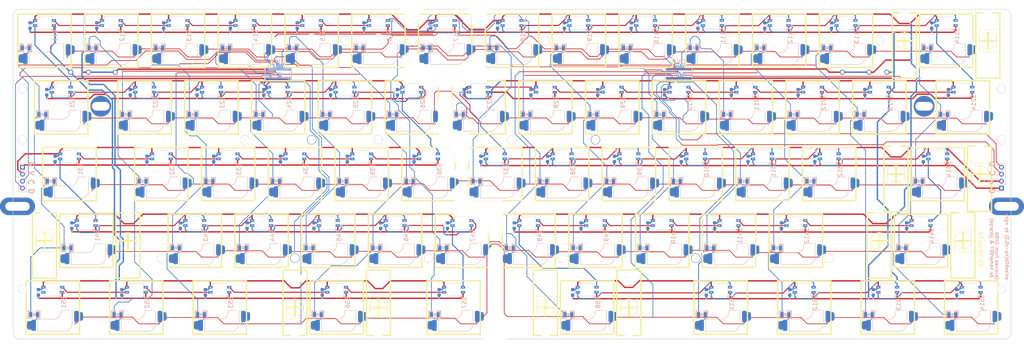
<source format=kicad_pcb>
(kicad_pcb (version 20211014) (generator pcbnew)
  (layers (0 "F.Cu" signal) (31 "B.Cu" signal) (34 "B.Paste" user) (35 "F.Paste" user) (36 "B.SilkS" user "B.Silkscreen") (37 "F.SilkS" user "F.Silkscreen") (38 "B.Mask" user) (39 "F.Mask" user) (44 "Edge.Cuts" user))
  (net 0 "")
  (net 1 "c7")
  (net 2 "r3")
  (net 3 "S27_37")
  (net 4 "S37_38")
  (net 5 "GND")
  (net 6 "VCC")
  (net 7 "c3")
  (net 8 "r4")
  (net 9 "S41_43")
  (net 10 "S43_44")
  (net 11 "c14")
  (net 12 "S314_414")
  (net 13 "S414_412")
  (net 14 "c12")
  (net 15 "S412_411")
  (net 16 "c11")
  (net 17 "S411_410")
  (net 18 "c10")
  (net 19 "S410_49")
  (net 20 "c1")
  (net 21 "S31_41")
  (net 22 "c9")
  (net 23 "S38_39")
  (net 24 "S39_310")
  (net 25 "c8")
  (net 26 "c4")
  (net 27 "S44_45")
  (net 28 "c6")
  (net 29 "S26_36")
  (net 30 "S36_35")
  (net 31 "c5")
  (net 32 "S35_34")
  (net 33 "S34_33")
  (net 34 "S33_32")
  (net 35 "c2")
  (net 36 "S32_31")
  (net 37 "S312_314")
  (net 38 "S311_312")
  (net 39 "S310_311")
  (net 40 "S45_46")
  (net 41 "S46_47")
  (net 42 "S47_57")
  (net 43 "S49_48")
  (net 44 "S48_58")
  (net 45 "r5")
  (net 46 "S52_51")
  (net 47 "S512_513")
  (net 48 "c13")
  (net 49 "S53_52")
  (net 50 "S56_53")
  (net 51 "S57_56")
  (net 52 "r1")
  (net 53 "S12_11")
  (net 54 "S11_21")
  (net 55 "S19_110")
  (net 56 "S110_111")
  (net 57 "S111_112")
  (net 58 "S112_113")
  (net 59 "S113_114")
  (net 60 "S114_214")
  (net 61 "S13_12")
  (net 62 "S14_13")
  (net 63 "S15_14")
  (net 64 "S16_15")
  (net 65 "S18_19")
  (net 66 "r2")
  (net 67 "S21_22")
  (net 68 "S211_210")
  (net 69 "S210_29")
  (net 70 "S212_211")
  (net 71 "S213_212")
  (net 72 "S214_213")
  (net 73 "S22_23")
  (net 74 "S23_24")
  (net 75 "S24_25")
  (net 76 "S25_26")
  (net 77 "S28_27")
  (net 78 "S29_28")
  (net 79 "sdaL")
  (net 80 "sclL")
  (net 81 "sdaR")
  (net 82 "sclR")
  (net 83 "S513_514")
  (net 84 "S17_18")
  (net 85 "S58_511")
  (net 86 "S511_512")
  (net 87 "led2_17")
  (footprint "hole:PKRHC" (layer "F.Cu") (at 322.3399 92.5208)
    (fp_text reference "HOLE" hide)
    (fp_text value "VAL**" hide)
  )
  (footprint "hole:PKRHSL" (layer "F.Cu") (at 345.8312 121.1212)
    (fp_text reference "HOLE" hide)
    (fp_text value "VAL**" hide)
  )
  (footprint "hole:PKRHC" (layer "F.Cu") (at 87.4893 92.5208)
    (fp_text reference "HOLE" hide)
    (fp_text value "VAL**" hide)
  )
  (footprint "hole:PKRH" (layer "F.Cu") (at 190.5 111.76)
    (fp_text reference "HOLE" hide)
    (fp_text value "VAL**" hide)
  )
  (footprint "hole:PKRHSL" (layer "F.Cu") (at 63.7489 121.1212)
    (fp_text reference "HOLE" hide)
    (fp_text value "VAL**" hide)
  )
  (footprint "Mounting_Holes:MountingHole_2.5mm" (layer "F.Cu") (at 80.9625 73.81875)
    (fp_text reference "" hide)
    (fp_text value "MountingHole_2.5mm" hide)
  )
  (footprint "hole:PKRH" (layer "F.Cu") (at 190.5 83.34502)
    (fp_text reference "" hide)
    (fp_text value "" hide)
  )
  (footprint "hole:PKRH" (layer "F.Cu") (at 188 102.2)
    (fp_text reference "" hide)
    (fp_text value "" hide)
  )
  (footprint "hole:PKRH" (layer "F.Cu") (at 193.68125 121.20498)
    (fp_text reference "" hide)
    (fp_text value "" hide)
  )
  (footprint "hole:PKRH" (layer "F.Cu") (at 190.20498 105.31875 90)
    (fp_text reference "" hide)
    (fp_text value "" hide)
  )
  (footprint "hole:PKRH" (layer "F.Cu") (at 190.40498 118.6 90)
    (fp_text reference "" hide)
    (fp_text value "" hide)
  )
  (footprint "hole:PKRH" (layer "F.Cu") (at 185.60498 97 90)
    (fp_text reference "" hide)
    (fp_text value "" hide)
  )
  (footprint "hole:PKRH" (layer "F.Cu") (at 185.60498 84.61875 90)
    (fp_text reference "" hide)
    (fp_text value "" hide)
  )
  (footprint "hole:PKRH" (layer "F.Cu") (at 193.6 64.63 90)
    (fp_text reference "" hide)
    (fp_text value "" hide)
  )
  (footprint "hole:PKRH" (layer "F.Cu") (at 196.91 64.63 90)
    (fp_text reference "" hide)
    (fp_text value "" hide)
  )
  (footprint "hole:PKRH" (layer "F.Cu") (at 187.6 85.4 90)
    (fp_text reference "" hide)
    (fp_text value "" hide)
  )
  (footprint "hole:PKRH" (layer "F.Cu") (at 187.6 100.4 90)
    (fp_text reference "" hide)
    (fp_text value "" hide)
  )
  (footprint "hole:PKRH" (layer "F.Cu") (at 188.7 104.4 90)
    (fp_text reference "" hide)
    (fp_text value "" hide)
  )
  (footprint "hole:PKRH" (layer "F.Cu") (at 192.3 119.4 90)
    (fp_text reference "" hide)
    (fp_text value "" hide)
  )
  (footprint "hole:PKRH" (layer "F.Cu") (at 200.025 123.4 90)
    (fp_text reference "" hide)
    (fp_text value "" hide)
  )
  (footprint "hole:PKRH" (layer "F.Cu") (at 200 146.8 90)
    (fp_text reference "" hide)
    (fp_text value "" hide)
  )
  (footprint "hole:PKRH" (layer "F.Cu") (at 198.3 159.2 90)
    (fp_text reference "" hide)
    (fp_text value "" hide)
  )
  (footprint "hole:PKRH" (layer "F.Cu") (at 201.7 159.2 90)
    (fp_text reference "" hide)
    (fp_text value "" hide)
  )
  (footprint "hole:PKRH" (layer "F.Cu") (at 195 80.3 90)
    (fp_text reference "" hide)
    (fp_text value "" hide)
  )
  (footprint "hole:PKRH" (layer "F.Cu") (at 193.3 81.3 90)
    (fp_text reference "" hide)
    (fp_text value "" hide)
  )
  (footprint "hole:PKRH" (layer "F.Cu") (at 196.67 84.02 90)
    (fp_text reference "" hide)
    (fp_text value "" hide)
  )
  (footprint "hole:PKRH" (layer "F.Cu") (at 184.3 103 90)
    (fp_text reference "" hide)
    (fp_text value "" hide)
  )
  (footprint "hole:PKRH" (layer "F.Cu") (at 191.6 101.1 90)
    (fp_text reference "" hide)
    (fp_text value "" hide)
  )
  (footprint "hole:PKRH" (layer "F.Cu") (at 189.675 122.325 90)
    (fp_text reference "" hide)
    (fp_text value "" hide)
  )
  (footprint "hole:PKRH" (layer "F.Cu") (at 201.24 119.645 90)
    (fp_text reference "" hide)
    (fp_text value "" hide)
  )
  (footprint "hole:PKRH" (layer "F.Cu") (at 175.94248 67.30875 90)
    (fp_text reference "" hide)
    (fp_text value "" hide)
  )
  (footprint "hole:PKRH" (layer "F.Cu") (at 175.95 80.29875 90)
    (fp_text reference "" hide)
    (fp_text value "" hide)
  )
  (footprint "hole:PKRH" (layer "F.Cu") (at 177.87 64.63 90)
    (fp_text reference "" hide)
    (fp_text value "" hide)
  )
  (footprint "hole:PKRH" (layer "F.Cu") (at 174.55 64.62 90)
    (fp_text reference "" hide)
    (fp_text value "" hide)
  )
  (footprint "hole:PKRH" (layer "F.Cu") (at 189.72 82.2)
    (fp_text reference "" hide)
    (fp_text value "" hide)
  )
  (footprint "hole:PKRH" (layer "F.Cu") (at 183.9 86.2 90)
    (fp_text reference "" hide)
    (fp_text value "" hide)
  )
  (footprint "hole:PKRH" (layer "F.Cu") (at 178.1 81.3 90)
    (fp_text reference "" hide)
    (fp_text value "" hide)
  )
  (footprint "hole:PKRH" (layer "F.Cu") (at 198.05 123.525 90)
    (fp_text reference "" hide)
    (fp_text value "" hide)
  )
  (footprint "hole:PKRH" (layer "F.Cu") (at 174.81 84.09 90)
    (fp_text reference "" hide)
    (fp_text value "" hide)
  )
  (footprint "hole:PKRH" (layer "F.Cu") (at 199.99 138.29 90)
    (fp_text reference "" hide)
    (fp_text value "" hide)
  )
  (footprint "hole:PKRH" (layer "F.Cu") (at 200.01 155.16 90)
    (fp_text reference "" hide)
    (fp_text value "" hide)
  )
  (footprint "Keyboard:MXHS-1U-RGB-ALI-3528-HOLE-NOPAD" (layer "F.Cu") (at 109.5375 73.81875 180)
    (fp_text reference "S13")
    (fp_text value "MX_LED" hide)
    (fp_line (start -2 3.28) (end 2 3.28) (layer "Edge.Cuts") (width 0.1))
    (fp_line (start -2 3.28) (end -2 6.88) (layer "Edge.Cuts") (width 0.1))
    (fp_line (start 2 3.28) (end 2 6.88) (layer "Edge.Cuts") (width 0.1))
    (fp_line (start -2 6.88) (end 2 6.88) (layer "Edge.Cuts") (width 0.1))
  )
  (footprint "hole:PKRH" (layer "F.Cu") (at 183.9 86.2 90)
    (fp_text reference "" hide)
    (fp_text value "" hide)
  )
  (footprint "Keyboard:MXHS-1U-RGB-ALI-3528-HOLE-NOPAD" (layer "F.Cu") (at 204.7875 73.81875 180)
    (fp_text reference "S18")
    (fp_text value "MX_LED" hide)
    (fp_line (start -2 3.28) (end -2 6.88) (layer "Edge.Cuts") (width 0.1))
    (fp_line (start -2 6.88) (end 2 6.88) (layer "Edge.Cuts") (width 0.1))
    (fp_line (start -2 3.28) (end 2 3.28) (layer "Edge.Cuts") (width 0.1))
    (fp_line (start 2 3.28) (end 2 6.88) (layer "Edge.Cuts") (width 0.1))
  )
  (footprint "Keyboard:MXHS-1U-RGB-ALI-3528-HOLE-NOPAD" (layer "F.Cu") (at 252.4125 92.86875 180)
    (fp_text reference "S210")
    (fp_text value "MX_LED" hide)
    (fp_line (start 2 3.28) (end 2 6.88) (layer "Edge.Cuts") (width 0.1))
    (fp_line (start -2 3.28) (end -2 6.88) (layer "Edge.Cuts") (width 0.1))
    (fp_line (start -2 6.88) (end 2 6.88) (layer "Edge.Cuts") (width 0.1))
    (fp_line (start -2 3.28) (end 2 3.28) (layer "Edge.Cuts") (width 0.1))
  )
  (footprint "" (layer "F.Cu") (at 91.575 82.975)
    (fp_text reference "")
    (fp_text value "")
  )
  (footprint "Keyboard:MXHS-1U-RGB-ALI-3528-HOLE-NOPAD" (layer "F.Cu") (at 219.075 111.91875 180)
    (fp_text reference "S38")
    (fp_text value "MX_LED" hide)
    (fp_line (start -2 3.28) (end -2 6.88) (layer "Edge.Cuts") (width 0.1))
    (fp_line (start 2 3.28) (end 2 6.88) (layer "Edge.Cuts") (width 0.1))
    (fp_line (start -2 6.88) (end 2 6.88) (layer "Edge.Cuts") (width 0.1))
    (fp_line (start -2 3.28) (end 2 3.28) (layer "Edge.Cuts") (width 0.1))
  )
  (footprint "Keyboard:MXHS-1U-RGB-ALI-3528-HOLE-NOPAD" (layer "F.Cu") (at 295.275 111.91875 180)
    (fp_text reference "S312")
    (fp_text value "MX_LED" hide)
    (fp_line (start 2 3.28) (end 2 6.88) (layer "Edge.Cuts") (width 0.1))
    (fp_line (start -2 6.88) (end 2 6.88) (layer "Edge.Cuts") (width 0.1))
    (fp_line (start -2 3.28) (end 2 3.28) (layer "Edge.Cuts") (width 0.1))
    (fp_line (start -2 3.28) (end -2 6.88) (layer "Edge.Cuts") (width 0.1))
  )
  (footprint "hole:PKRH" (layer "F.Cu") (at 196.67 84.02 90)
    (fp_text reference "" hide)
    (fp_text value "" hide)
  )
  (footprint "Keyboard:MXST" (layer "F.Cu") (at 142.875 150.01875 180)
    (fp_text reference "" hide)
    (fp_text value "" hide)
  )
  (footprint "hole:PKRH" (layer "F.Cu") (at 195.375 66.175)
    (fp_text reference "" hide)
    (fp_text value "" hide)
  )
  (footprint "" (layer "F.Cu") (at 79.025 82.85)
    (fp_text reference "")
    (fp_text value "")
  )
  (footprint "hole:PKRH" (layer "F.Cu") (at 198.05 123.525 90)
    (fp_text reference "" hide)
    (fp_text value "" hide)
  )
  (footprint "Mounting_Holes:MountingHole_2.5mm" (layer "F.Cu") (at 180.975 135.89)
    (fp_text reference "" hide)
    (fp_text value "MountingHole_2.5mm" hide)
  )
  (footprint "Keyboard:MXHS-1U-RGB-ALI-3528-HOLE-NOPAD" (layer "F.Cu") (at 128.5875 73.81875 180)
    (fp_text reference "S14")
    (fp_text value "MX_LED" hide)
    (fp_line (start 2 3.28) (end 2 6.88) (layer "Edge.Cuts") (width 0.1))
    (fp_line (start -2 3.28) (end -2 6.88) (layer "Edge.Cuts") (width 0.1))
    (fp_line (start -2 6.88) (end 2 6.88) (layer "Edge.Cuts") (width 0.1))
    (fp_line (start -2 3.28) (end 2 3.28) (layer "Edge.Cuts") (width 0.1))
  )
  (footprint "Mounting_Holes:MountingHole_2.5mm" (layer "F.Cu") (at 147.63751 102.1)
    (fp_text reference "REF**" hide)
    (fp_text value "MountingHole_padded_2.5mm" hide)
  )
  (footprint "hole:PKRH" (layer "F.Cu") (at 200.01 155.16 90)
    (fp_text reference "" hide)
    (fp_text value "" hide)
  )
  (footprint "hole:PKRH" (layer "F.Cu") (at 199.99 138.29 90)
    (fp_text reference "" hide)
    (fp_text value "" hide)
  )
  (footprint "Keyboard:MXHS-1U-RGB-ALI-3528-HOLE-NOPAD" (layer "F.Cu") (at 90.4875 73.81875 180)
    (fp_text reference "S12")
    (fp_text value "MX_LED" hide)
    (fp_line (start -2 6.88) (end 2 6.88) (layer "Edge.Cuts") (width 0.1))
    (fp_line (start -2 3.28) (end 2 3.28) (layer "Edge.Cuts") (width 0.1))
    (fp_line (start -2 3.28) (end -2 6.88) (layer "Edge.Cuts") (width 0.1))
    (fp_line (start 2 3.28) (end 2 6.88) (layer "Edge.Cuts") (width 0.1))
  )
  (footprint "hole:PKRH" (layer "F.Cu") (at 196.91 64.63 90)
    (fp_text reference "" hide)
    (fp_text value "" hide)
  )
  (footprint "Keyboard:MXHS-1U-RGB-ALI-3528-HOLE-NOPAD" (layer "F.Cu") (at 209.55 130.96875 180)
    (fp_text reference "S48")
    (fp_text value "MX_LED" hide)
    (fp_line (start -2 3.28) (end -2 6.88) (layer "Edge.Cuts") (width 0.1))
    (fp_line (start 2 3.28) (end 2 6.88) (layer "Edge.Cuts") (width 0.1))
    (fp_line (start -2 3.28) (end 2 3.28) (layer "Edge.Cuts") (width 0.1))
    (fp_line (start -2 6.88) (end 2 6.88) (layer "Edge.Cuts") (width 0.1))
  )
  (footprint "" (layer "F.Cu") (at 308.725 82.95)
    (fp_text reference "")
    (fp_text value "")
  )
  (footprint "Keyboard:MXHS-1U-RGB-ALI-3528-HOLE-NOPAD" (layer "F.Cu") (at 223.8375 73.81875 180)
    (fp_text reference "S19")
    (fp_text value "MX_LED" hide)
    (fp_line (start -2 3.28) (end 2 3.28) (layer "Edge.Cuts") (width 0.1))
    (fp_line (start 2 3.28) (end 2 6.88) (layer "Edge.Cuts") (width 0.1))
    (fp_line (start -2 6.88) (end 2 6.88) (layer "Edge.Cuts") (width 0.1))
    (fp_line (start -2 3.28) (end -2 6.88) (layer "Edge.Cuts") (width 0.1))
  )
  (footprint "Keyboard:MXHS-1U-RGB-ALI-3528-HOLE-NOPAD" (layer "F.Cu") (at 114.3 130.96875 180)
    (fp_text reference "S43")
    (fp_text value "MX_LED" hide)
    (fp_line (start -2 6.88) (end 2 6.88) (layer "Edge.Cuts") (width 0.1))
    (fp_line (start -2 3.28) (end -2 6.88) (layer "Edge.Cuts") (width 0.1))
    (fp_line (start 2 3.28) (end 2 6.88) (layer "Edge.Cuts") (width 0.1))
    (fp_line (start -2 3.28) (end 2 3.28) (layer "Edge.Cuts") (width 0.1))
  )
  (footprint "Keyboard:MXHS-1U-RGB-ALI-3528-HOLE-NOPAD" (layer "F.Cu") (at 226.21875 150.01875 180)
    (fp_text reference "S58")
    (fp_text value "MX_LED" hide)
    (fp_line (start 2 3.28) (end 2 6.88) (layer "Edge.Cuts") (width 0.1))
    (fp_line (start -2 3.28) (end -2 6.88) (layer "Edge.Cuts") (width 0.1))
    (fp_line (start -2 6.88) (end 2 6.88) (layer "Edge.Cuts") (width 0.1))
    (fp_line (start -2 3.28) (end 2 3.28) (layer "Edge.Cuts") (width 0.1))
  )
  (footprint "Keyboard:30PIN_0.4MM_BTB_MALE" (layer "F.Cu") (at 138.1125 83.25)
    (fp_text reference "CN1")
    (fp_text value "BTB")
  )
  (footprint "Keyboard:MXHS-1U-RGB-ALI-3528-HOLE-NOPAD" (layer "F.Cu") (at 200.025 111.91875 180)
    (fp_text reference "S37")
    (fp_text value "MX_LED" hide)
    (fp_line (start 2 3.28) (end 2 6.88) (layer "Edge.Cuts") (width 0.1))
    (fp_line (start -2 3.28) (end 2 3.28) (layer "Edge.Cuts") (width 0.1))
    (fp_line (start -2 6.88) (end 2 6.88) (layer "Edge.Cuts") (width 0.1))
    (fp_line (start -2 3.28) (end -2 6.88) (layer "Edge.Cuts") (width 0.1))
  )
  (footprint "hole:PKRH" (layer "F.Cu") (at 188.7 104.4 90)
    (fp_text reference "" hide)
    (fp_text value "" hide)
  )
  (footprint "hole:PKRH" (layer "F.Cu") (at 200.025 123.4 90)
    (fp_text reference "" hide)
    (fp_text value "" hide)
  )
  (footprint "Keyboard:MXHS-1U-RGB-ALI-3528-HOLE-NOPAD" (layer "F.Cu") (at 133.35 130.96875 180)
    (fp_text reference "S44")
    (fp_text value "MX_LED" hide)
    (fp_line (start -2 3.28) (end -2 6.88) (layer "Edge.Cuts") (width 0.1))
    (fp_line (start -2 3.28) (end 2 3.28) (layer "Edge.Cuts") (width 0.1))
    (fp_line (start 2 3.28) (end 2 6.88) (layer "Edge.Cuts") (width 0.1))
    (fp_line (start -2 6.88) (end 2 6.88) (layer "Edge.Cuts") (width 0.1))
  )
  (footprint "Mounting_Holes:MountingHole_2.5mm" (layer "F.Cu") (at 104.775 135.89)
    (fp_text reference "" hide)
    (fp_text value "MountingHole_2.5mm" hide)
  )
  (footprint "Mounting_Holes:MountingHole_2.5mm" (layer "F.Cu") (at 166.68751 102.1)
    (fp_text reference "" hide)
    (fp_text value "MountingHole_2.5mm" hide)
  )
  (footprint "Mounting_Holes:MountingHole_2.5mm" (layer "F.Cu") (at 261.93749 102.1)
    (fp_text reference "" hide)
    (fp_text value "MountingHole_2.5mm" hide)
  )
  (footprint "Keyboard:MXHS-1U-RGB-ALI-3528-HOLE-NOPAD" (layer "F.Cu") (at 119.0625 92.86875 180)
    (fp_text reference "S23")
    (fp_text value "MX_LED" hide)
    (fp_line (start 2 3.28) (end 2 6.88) (layer "Edge.Cuts") (width 0.1))
    (fp_line (start -2 6.88) (end 2 6.88) (layer "Edge.Cuts") (width 0.1))
    (fp_line (start -2 3.28) (end 2 3.28) (layer "Edge.Cuts") (width 0.1))
    (fp_line (start -2 3.28) (end -2 6.88) (layer "Edge.Cuts") (width 0.1))
  )
  (footprint "Keyboard:MXHS-1U-RGB-ALI-3528-HOLE-NOPAD" (layer "F.Cu") (at 257.175 111.91875 180)
    (fp_text reference "S310")
    (fp_text value "MX_LED" hide)
    (fp_line (start -2 6.88) (end 2 6.88) (layer "Edge.Cuts") (width 0.1))
    (fp_line (start -2 3.28) (end 2 3.28) (layer "Edge.Cuts") (width 0.1))
    (fp_line (start 2 3.28) (end 2 6.88) (layer "Edge.Cuts") (width 0.1))
    (fp_line (start -2 3.28) (end -2 6.88) (layer "Edge.Cuts") (width 0.1))
  )
  (footprint "Keyboard:MXST" (layer "F.Cu") (at 333.375 130.96875)
    (fp_text reference "" hide)
    (fp_text value "" hide)
  )
  (footprint "Keyboard:MXHS-1U-RGB-ALI-3528-HOLE-NOPAD" (layer "F.Cu") (at 190.5 130.96875 180)
    (fp_text reference "S47")
    (fp_text value "MX_LED" hide)
    (fp_line (start -2 3.28) (end 2 3.28) (layer "Edge.Cuts") (width 0.1))
    (fp_line (start -2 3.28) (end -2 6.88) (layer "Edge.Cuts") (width 0.1))
    (fp_line (start -2 6.88) (end 2 6.88) (layer "Edge.Cuts") (width 0.1))
    (fp_line (start 2 3.28) (end 2 6.88) (layer "Edge.Cuts") (width 0.1))
  )
  (footprint "Mounting_Holes:MountingHole_2.5mm" (layer "F.Cu") (at 142.875 135.89)
    (fp_text reference "REF**" hide)
    (fp_text value "MountingHole_padded_2.5mm" hide)
  )
  (footprint "hole:PKRH" (layer "F.Cu") (at 191.6 101.1 90)
    (fp_text reference "" hide)
    (fp_text value "" hide)
  )
  (footprint "Mounting_Holes:MountingHole_2.5mm" (layer "F.Cu") (at 295.275 135.89)
    (fp_text reference "" hide)
    (fp_text value "MountingHole_2.5mm" hide)
  )
  (footprint "Keyboard:MXHS-1U-RGB-ALI-3528-HOLE-NOPAD" (layer "F.Cu") (at 238.125 111.91875 180)
    (fp_text reference "S39")
    (fp_text value "MX_LED" hide)
    (fp_line (start 2 3.28) (end 2 6.88) (layer "Edge.Cuts") (width 0.1))
    (fp_line (start -2 3.28) (end 2 3.28) (layer "Edge.Cuts") (width 0.1))
    (fp_line (start -2 3.28) (end -2 6.88) (layer "Edge.Cuts") (width 0.1))
    (fp_line (start -2 6.88) (end 2 6.88) (layer "Edge.Cuts") (width 0.1))
  )
  (footprint "Keyboard:MXHS-1U-RGB-ALI-3528-HOLE-NOPAD" (layer "F.Cu") (at 195.2625 92.86875 180)
    (fp_text reference "S27")
    (fp_text value "MX_LED" hide)
    (fp_line (start -2 3.28) (end 2 3.28) (layer "Edge.Cuts") (width 0.1))
    (fp_line (start 2 3.28) (end 2 6.88) (layer "Edge.Cuts") (width 0.1))
    (fp_line (start -2 3.28) (end -2 6.88) (layer "Edge.Cuts") (width 0.1))
    (fp_line (start -2 6.88) (end 2 6.88) (layer "Edge.Cuts") (width 0.1))
  )
  (footprint "hole:PKRH" (layer "F.Cu") (at 187.6 100.4 90)
    (fp_text reference "" hide)
    (fp_text value "" hide)
  )
  (footprint "Keyboard:MXST" (layer "F.Cu") (at 316.70625 73.81875)
    (fp_text reference "" hide)
    (fp_text value "" hide)
  )
  (footprint "Keyboard:MXHS-1U-RGB-ALI-3528-HOLE-NOPAD" (layer "F.Cu") (at 290.5125 92.86875 180)
    (fp_text reference "S212")
    (fp_text value "MX_LED" hide)
    (fp_line (start -2 3.28) (end -2 6.88) (layer "Edge.Cuts") (width 0.1))
    (fp_line (start 2 3.28) (end 2 6.88) (layer "Edge.Cuts") (width 0.1))
    (fp_line (start -2 6.88) (end 2 6.88) (layer "Edge.Cuts") (width 0.1))
    (fp_line (start -2 3.28) (end 2 3.28) (layer "Edge.Cuts") (width 0.1))
  )
  (footprint "hole:PKRH" (layer "F.Cu") (at 201.24 119.645 90)
    (fp_text reference "" hide)
    (fp_text value "" hide)
  )
  (footprint "Keyboard:MXHS-1U-RGB-ALI-3528-HOLE-NOPAD" (layer "F.Cu") (at 285.75 130.96875 180)
    (fp_text reference "S412")
    (fp_text value "MX_LED" hide)
    (fp_line (start -2 3.28) (end 2 3.28) (layer "Edge.Cuts") (width 0.1))
    (fp_line (start -2 6.88) (end 2 6.88) (layer "Edge.Cuts") (width 0.1))
    (fp_line (start -2 3.28) (end -2 6.88) (layer "Edge.Cuts") (width 0.1))
    (fp_line (start 2 3.28) (end 2 6.88) (layer "Edge.Cuts") (width 0.1))
  )
  (footprint "Keyboard:MXST" (layer "F.Cu") (at 314.325 111.91875)
    (fp_text reference "" hide)
    (fp_text value "" hide)
  )
  (footprint "hole:PKRH" (layer "F.Cu") (at 190.20498 105.31875 90)
    (fp_text reference "" hide)
    (fp_text value "" hide)
  )
  (footprint "Mounting_Holes:MountingHole_2.5mm" (layer "F.Cu") (at 309.5625 73.81875)
    (fp_text reference "" hide)
    (fp_text value "MountingHole_2.5mm" hide)
  )
  (footprint "Mounting_Holes:MountingHole_2.5mm" (layer "F.Cu") (at 344.4112 144.6712)
    (fp_text reference "" hide)
    (fp_text value "MountingHole_2.5mm" hide)
  )
  (footprint "Keyboard:MXHS-1U-RGB-ALI-3528-HOLE-NOPAD" (layer "F.Cu") (at 78.58125 111.91875 180)
    (fp_text reference "S31")
    (fp_text value "MX_LED" hide)
    (fp_line (start -2 3.28) (end -2 6.88) (layer "Edge.Cuts") (width 0.1))
    (fp_line (start 2 3.28) (end 2 6.88) (layer "Edge.Cuts") (width 0.1))
    (fp_line (start -2 3.28) (end 2 3.28) (layer "Edge.Cuts") (width 0.1))
    (fp_line (start -2 6.88) (end 2 6.88) (layer "Edge.Cuts") (width 0.1))
  )
  (footprint "" (layer "F.Cu") (at 301.8 82.775)
    (fp_text reference "")
    (fp_text value "")
  )
  (footprint "Keyboard:MXHS-1U-RGB-ALI-3528-HOLE-NOPAD" (layer "F.Cu") (at 228.6 130.96875 180)
    (fp_text reference "S49")
    (fp_text value "MX_LED" hide)
    (fp_line (start -2 3.28) (end 2 3.28) (layer "Edge.Cuts") (width 0.1))
    (fp_line (start 2 3.28) (end 2 6.88) (layer "Edge.Cuts") (width 0.1))
    (fp_line (start -2 6.88) (end 2 6.88) (layer "Edge.Cuts") (width 0.1))
    (fp_line (start -2 3.28) (end -2 6.88) (layer "Edge.Cuts") (width 0.1))
  )
  (footprint "hole:PKRH" (layer "F.Cu") (at 184.3 103 90)
    (fp_text reference "" hide)
    (fp_text value "" hide)
  )
  (footprint "hole:PKRH" (layer "F.Cu") (at 188 102.2)
    (fp_text reference "" hide)
    (fp_text value "" hide)
  )
  (footprint "Keyboard:MXHS-1U-RGB-ALI-3528-HOLE-NOPAD" (layer "F.Cu") (at 276.225 111.91875 180)
    (fp_text reference "S311")
    (fp_text value "MX_LED" hide)
    (fp_line (start -2 6.88) (end 2 6.88) (layer "Edge.Cuts") (width 0.1))
    (fp_line (start -2 3.28) (end -2 6.88) (layer "Edge.Cuts") (width 0.1))
    (fp_line (start -2 3.28) (end 2 3.28) (layer "Edge.Cuts") (width 0.1))
    (fp_line (start 2 3.28) (end 2 6.88) (layer "Edge.Cuts") (width 0.1))
  )
  (footprint "" (layer "F.Cu") (at 170.475 68.075)
    (fp_text reference "")
    (fp_text value "")
  )
  (footprint "Keyboard:MXHS-1U-RGB-ALI-3528-HOLE-NOPAD" (layer "F.Cu") (at 154.78125 150.01875 180)
    (fp_text reference "S56")
    (fp_text value "MX_LED" hide)
    (fp_line (start 2 3.28) (end 2 6.88) (layer "Edge.Cuts") (width 0.1))
    (fp_line (start -2 3.28) (end 2 3.28) (layer "Edge.Cuts") (width 0.1))
    (fp_line (start -2 6.88) (end 2 6.88) (layer "Edge.Cuts") (width 0.1))
    (fp_line (start -2 3.28) (end -2 6.88) (layer "Edge.Cuts") (width 0.1))
  )
  (footprint "Keyboard:MXST" (layer "F.Cu") (at 238.125 150.01875 180)
    (fp_text reference "" hide)
    (fp_text value "" hide)
  )
  (footprint "Keyboard:MXHS-1U-RGB-ALI-3528-HOLE-NOPAD" (layer "F.Cu") (at 335.75625 150.01875 180)
    (fp_text reference "S514")
    (fp_text value "MX_LED" hide)
    (fp_line (start -2 6.88) (end 2 6.88) (layer "Edge.Cuts") (width 0.1))
    (fp_line (start 2 3.28) (end 2 6.88) (layer "Edge.Cuts") (width 0.1))
    (fp_line (start -2 3.28) (end -2 6.88) (layer "Edge.Cuts") (width 0.1))
    (fp_line (start -2 3.28) (end 2 3.28) (layer "Edge.Cuts") (width 0.1))
  )
  (footprint "Mounting_Holes:MountingHole_2.5mm" (layer "F.Cu") (at 204.7875 102.1)
    (fp_text reference "" hide)
    (fp_text value "MountingHole_2.5mm" hide)
  )
  (footprint "Mounting_Holes:MountingHole_2.5mm" (layer "F.Cu") (at 214.3125 73.81875)
    (fp_text reference "" hide)
    (fp_text value "MountingHole_2.5mm" hide)
  )
  (footprint "hole:PKRH" (layer "F.Cu") (at 177.87 64.63 90)
    (fp_text reference "" hide)
    (fp_text value "" hide)
  )
  (footprint "Keyboard:MXHS-1U-RGB-ALI-3528-HOLE-NOPAD" (layer "F.Cu") (at 100.0125 92.86875 180)
    (fp_text reference "S22")
    (fp_text value "MX_LED" hide)
    (fp_line (start -2 3.28) (end -2 6.88) (layer "Edge.Cuts") (width 0.1))
    (fp_line (start -2 6.88) (end 2 6.88) (layer "Edge.Cuts") (width 0.1))
    (fp_line (start -2 3.28) (end 2 3.28) (layer "Edge.Cuts") (width 0.1))
    (fp_line (start 2 3.28) (end 2 6.88) (layer "Edge.Cuts") (width 0.1))
  )
  (footprint "Keyboard:MXHS-1U-RGB-ALI-3528-HOLE-NOPAD" (layer "F.Cu") (at 147.6375 73.81875 180)
    (fp_text reference "S15")
    (fp_text value "MX_LED" hide)
    (fp_line (start -2 6.88) (end 2 6.88) (layer "Edge.Cuts") (width 0.1))
    (fp_line (start -2 3.28) (end -2 6.88) (layer "Edge.Cuts") (width 0.1))
    (fp_line (start 2 3.28) (end 2 6.88) (layer "Edge.Cuts") (width 0.1))
    (fp_line (start -2 3.28) (end 2 3.28) (layer "Edge.Cuts") (width 0.1))
  )
  (footprint "hole:PKRH" (layer "F.Cu") (at 175.94248 67.30875 90)
    (fp_text reference "" hide)
    (fp_text value "" hide)
  )
  (footprint "Keyboard:MXHS-1U-RGB-ALI-3528-HOLE-NOPAD" (layer "F.Cu") (at 71.4375 73.81875 180)
    (fp_text reference "S11")
    (fp_text value "MX_LED" hide)
    (fp_line (start 2 3.28) (end 2 6.88) (layer "Edge.Cuts") (width 0.1))
    (fp_line (start -2 3.28) (end -2 6.88) (layer "Edge.Cuts") (width 0.1))
    (fp_line (start -2 3.28) (end 2 3.28) (layer "Edge.Cuts") (width 0.1))
    (fp_line (start -2 6.88) (end 2 6.88) (layer "Edge.Cuts") (width 0.1))
  )
  (footprint "Keyboard:MXHS-1U-RGB-ALI-3528-HOLE-NOPAD" (layer "F.Cu") (at 326.23125 111.91875 180)
    (fp_text reference "S314")
    (fp_text value "MX_LED" hide)
    (fp_line (start 2 3.28) (end 2 6.88) (layer "Edge.Cuts") (width 0.1))
    (fp_line (start -2 3.28) (end 2 3.28) (layer "Edge.Cuts") (width 0.1))
    (fp_line (start -2 3.28) (end -2 6.88) (layer "Edge.Cuts") (width 0.1))
    (fp_line (start -2 6.88) (end 2 6.88) (layer "Edge.Cuts") (width 0.1))
  )
  (footprint "Keyboard:MXHS-1U-RGB-ALI-3528-HOLE-NOPAD" (layer "F.Cu") (at 185.7375 73.81875 180)
    (fp_text reference "S17")
    (fp_text value "MX_LED" hide)
    (fp_line (start 2 3.28) (end 2 6.88) (layer "Edge.Cuts") (width 0.1))
    (fp_line (start -2 6.88) (end 2 6.88) (layer "Edge.Cuts") (width 0.1))
    (fp_line (start -2 3.28) (end 2 3.28) (layer "Edge.Cuts") (width 0.1))
    (fp_line (start -2 3.28) (end -2 6.88) (layer "Edge.Cuts") (width 0.1))
  )
  (footprint "Keyboard:MXHS-1U-RGB-ALI-3528-HOLE-NOPAD" (layer "F.Cu") (at 300.0375 73.81875 180)
    (fp_text reference "S113")
    (fp_text value "MX_LED" hide)
    (fp_line (start -2 3.28) (end 2 3.28) (layer "Edge.Cuts") (width 0.1))
    (fp_line (start -2 3.28) (end -2 6.88) (layer "Edge.Cuts") (width 0.1))
    (fp_line (start -2 6.88) (end 2 6.88) (layer "Edge.Cuts") (width 0.1))
    (fp_line (start 2 3.28) (end 2 6.88) (layer "Edge.Cuts") (width 0.1))
  )
  (footprint "hole:PKRH" (layer "F.Cu") (at 174.55 64.62 90)
    (fp_text reference "" hide)
    (fp_text value "" hide)
  )
  (footprint "hole:PKRH" (layer "F.Cu") (at 190.5 83.34502)
    (fp_text reference "" hide)
    (fp_text value "" hide)
  )
  (footprint "Keyboard:MXHS-1U-RGB-ALI-3528-HOLE-NOPAD" (layer "F.Cu") (at 104.775 111.91875 180)
    (fp_text reference "S32")
    (fp_text value "MX_LED" hide)
    (fp_line (start -2 3.28) (end -2 6.88) (layer "Edge.Cuts") (width 0.1))
    (fp_line (start -2 3.28) (end 2 3.28) (layer "Edge.Cuts") (width 0.1))
    (fp_line (start -2 6.88) (end 2 6.88) (layer "Edge.Cuts") (width 0.1))
    (fp_line (start 2 3.28) (end 2 6.88) (layer "Edge.Cuts") (width 0.1))
  )
  (footprint "hole:PKRH" (layer "F.Cu") (at 198.3 159.2 90)
    (fp_text reference "" hide)
    (fp_text value "" hide)
  )
  (footprint "Keyboard:MXHS-1U-RGB-ALI-3528-HOLE-NOPAD" (layer "F.Cu") (at 76.2 92.86875 180)
    (fp_text reference "S21")
    (fp_text value "MX_LED" hide)
    (fp_line (start -2 3.28) (end 2 3.28) (layer "Edge.Cuts") (width 0.1))
    (fp_line (start -2 3.28) (end -2 6.88) (layer "Edge.Cuts") (width 0.1))
    (fp_line (start 2 3.28) (end 2 6.88) (layer "Edge.Cuts") (width 0.1))
    (fp_line (start -2 6.88) (end 2 6.88) (layer "Edge.Cuts") (width 0.1))
  )
  (footprint "Keyboard:MXST" (layer "F.Cu") (at 214.3125 150.01875 180)
    (fp_text reference "" hide)
    (fp_text value "" hide)
  )
  (footprint "Keyboard:MXST" (layer "F.Cu") (at 340.51875 73.81875)
    (fp_text reference "" hide)
    (fp_text value "" hide)
  )
  (footprint "Keyboard:MXHS-1U-RGB-ALI-3528-HOLE-NOPAD" (layer "F.Cu") (at 166.6875 73.81875 180)
    (fp_text reference "S16")
    (fp_text value "MX_LED" hide)
    (fp_line (start -2 3.28) (end 2 3.28) (layer "Edge.Cuts") (width 0.1))
    (fp_line (start -2 6.88) (end 2 6.88) (layer "Edge.Cuts") (width 0.1))
    (fp_line (start -2 3.28) (end -2 6.88) (layer "Edge.Cuts") (width 0.1))
    (fp_line (start 2 3.28) (end 2 6.88) (layer "Edge.Cuts") (width 0.1))
  )
  (footprint "Mounting_Holes:MountingHole_2.5mm" (layer "F.Cu") (at 195.2625 73.81875)
    (fp_text reference "" hide)
    (fp_text value "MountingHole_2.5mm" hide)
  )
  (footprint "hole:PKRH" (layer "F.Cu") (at 178.1 81.3 90)
    (fp_text reference "" hide)
    (fp_text value "" hide)
  )
  (footprint "Mounting_Holes:MountingHole_2.5mm" (layer "F.Cu") (at 128.58751 102.1)
    (fp_text reference "" hide)
    (fp_text value "MountingHole_2.5mm" hide)
  )
  (footprint "Mounting_Holes:MountingHole_2.5mm" (layer "F.Cu") (at 65.1689 144.6712)
    (fp_text reference "" hide)
    (fp_text value "MountingHole_2.5mm" hide)
  )
  (footprint "hole:PKRH" (layer "F.Cu") (at 174.81 84.09 90)
    (fp_text reference "" hide)
    (fp_text value "" hide)
  )
  (footprint "Keyboard:MXHS-1U-RGB-ALI-3528-HOLE-NOPAD" (layer "F.Cu") (at 288.13125 150.01875 180)
    (fp_text reference "S512")
    (fp_text value "MX_LED" hide)
    (fp_line (start -2 3.28) (end 2 3.28) (layer "Edge.Cuts") (width 0.1))
    (fp_line (start 2 3.28) (end 2 6.88) (layer "Edge.Cuts") (width 0.1))
    (fp_line (start -2 6.88) (end 2 6.88) (layer "Edge.Cuts") (width 0.1))
    (fp_line (start -2 3.28) (end -2 6.88) (layer "Edge.Cuts") (width 0.1))
  )
  (footprint "Keyboard:MXHS-1U-RGB-ALI-3528-HOLE-NOPAD" (layer "F.Cu") (at 83.34375 130.96875 180)
    (fp_text reference "S41")
    (fp_text value "MX_LED" hide)
    (fp_line (start -2 3.28) (end 2 3.28) (layer "Edge.Cuts") (width 0.1))
    (fp_line (start -2 3.28) (end -2 6.88) (layer "Edge.Cuts") (width 0.1))
    (fp_line (start -2 6.88) (end 2 6.88) (layer "Edge.Cuts") (width 0.1))
    (fp_line (start 2 3.28) (end 2 6.88) (layer "Edge.Cuts") (width 0.1))
  )
  (footprint "Keyboard:MXHS-1U-RGB-ALI-3528-HOLE-NOPAD" (layer "F.Cu") (at 152.4 130.96875 180)
    (fp_text reference "S45")
    (fp_text value "MX_LED" hide)
    (fp_line (start -2 6.88) (end 2 6.88) (layer "Edge.Cuts") (width 0.1))
    (fp_line (start -2 3.28) (end -2 6.88) (layer "Edge.Cuts") (width 0.1))
    (fp_line (start -2 3.28) (end 2 3.28) (layer "Edge.Cuts") (width 0.1))
    (fp_line (start 2 3.28) (end 2 6.88) (layer "Edge.Cuts") (width 0.1))
  )
  (footprint "Keyboard:MXHS-1U-RGB-ALI-3528-HOLE-NOPAD" (layer "F.Cu") (at 157.1625 92.86875 180)
    (fp_text reference "S25")
    (fp_text value "MX_LED" hide)
    (fp_line (start 2 3.28) (end 2 6.88) (layer "Edge.Cuts") (width 0.1))
    (fp_line (start -2 3.28) (end 2 3.28) (layer "Edge.Cuts") (width 0.1))
    (fp_line (start -2 3.28) (end -2 6.88) (layer "Edge.Cuts") (width 0.1))
    (fp_line (start -2 6.88) (end 2 6.88) (layer "Edge.Cuts") (width 0.1))
  )
  (footprint "hole:PKRH" (layer "F.Cu") (at 193.68125 121.20498)
    (fp_text reference "" hide)
    (fp_text value "" hide)
  )
  (footprint "Mounting_Holes:MountingHole_2.5mm" (layer "F.Cu") (at 219.075 135.89)
    (fp_text reference "" hide)
    (fp_text value "MountingHole_2.5mm" hide)
  )
  (footprint "Keyboard:MXST" (layer "F.Cu") (at 166.6875 150.01875 180)
    (fp_text reference "" hide)
    (fp_text value "" hide)
  )
  (footprint "Keyboard:MXHS-1U-RGB-ALI-3528-HOLE-NOPAD" (layer "F.Cu") (at 266.7 130.96875 180)
    (fp_text reference "S411")
    (fp_text value "MX_LED" hide)
    (fp_line (start -2 3.28) (end 2 3.28) (layer "Edge.Cuts") (width 0.1))
    (fp_line (start -2 3.28) (end -2 6.88) (layer "Edge.Cuts") (width 0.1))
    (fp_line (start -2 6.88) (end 2 6.88) (layer "Edge.Cuts") (width 0.1))
    (fp_line (start 2 3.28) (end 2 6.88) (layer "Edge.Cuts") (width 0.1))
  )
  (footprint "Keyboard:MXHS-1U-RGB-ALI-3528-HOLE-NOPAD" (layer "F.Cu") (at 247.65 130.96875 180)
    (fp_text reference "S410")
    (fp_text value "MX_LED" hide)
    (fp_line (start -2 6.88) (end 2 6.88) (layer "Edge.Cuts") (width 0.1))
    (fp_line (start -2 3.28) (end -2 6.88) (layer "Edge.Cuts") (width 0.1))
    (fp_line (start 2 3.28) (end 2 6.88) (layer "Edge.Cuts") (width 0.1))
    (fp_line (start -2 3.28) (end 2 3.28) (layer "Edge.Cuts") (width 0.1))
  )
  (footprint "hole:PKRH" (layer "F.Cu") (at 201.7 159.2 90)
    (fp_text reference "" hide)
    (fp_text value "" hide)
  )
  (footprint "Keyboard:MXHS-1U-RGB-ALI-3528-HOLE-NOPAD" (layer "F.Cu") (at 73.81875 150.01875 180)
    (fp_text reference "S51")
    (fp_text value "MX_LED" hide)
    (fp_line (start -2 3.28) (end 2 3.28) (layer "Edge.Cuts") (width 0.1))
    (fp_line (start -2 3.28) (end -2 6.88) (layer "Edge.Cuts") (width 0.1))
    (fp_line (start -2 6.88) (end 2 6.88) (layer "Edge.Cuts") (width 0.1))
    (fp_line (start 2 3.28) (end 2 6.88) (layer "Edge.Cuts") (width 0.1))
  )
  (footprint "Keyboard:MXHS-1U-RGB-ALI-3528-HOLE-NOPAD" (layer "F.Cu") (at 171.45 130.96875 180)
    (fp_text reference "S46")
    (fp_text value "MX_LED" hide)
    (fp_line (start -2 6.88) (end 2 6.88) (layer "Edge.Cuts") (width 0.1))
    (fp_line (start 2 3.28) (end 2 6.88) (layer "Edge.Cuts") (width 0.1))
    (fp_line (start -2 3.28) (end -2 6.88) (layer "Edge.Cuts") (width 0.1))
    (fp_line (start -2 3.28) (end 2 3.28) (layer "Edge.Cuts") (width 0.1))
  )
  (footprint "hole:PKRH" (layer "F.Cu") (at 195.375 66.175)
    (fp_text reference "" hide)
    (fp_text value "" hide)
  )
  (footprint "hole:PKRH" (layer "F.Cu") (at 193.3 81.3 90)
    (fp_text reference "" hide)
    (fp_text value "" hide)
  )
  (footprint "Keyboard:MXST" (layer "F.Cu") (at 71.4375 130.96875)
    (fp_text reference "" hide)
    (fp_text value "" hide)
  )
  (footprint "Mounting_Holes:MountingHole_2.5mm" (layer "F.Cu") (at 228.6 102.1)
    (fp_text reference "REF**" hide)
    (fp_text value "MountingHole_padded_2.5mm" hide)
  )
  (footprint "Keyboard:MXHS-1U-RGB-ALI-3528-HOLE-NOPAD" (layer "F.Cu") (at 176.2125 92.86875 180)
    (fp_text reference "S26")
    (fp_text value "MX_LED" hide)
    (fp_line (start -2 3.28) (end -2 6.88) (layer "Edge.Cuts") (width 0.1))
    (fp_line (start -2 3.28) (end 2 3.28) (layer "Edge.Cuts") (width 0.1))
    (fp_line (start 2 3.28) (end 2 6.88) (layer "Edge.Cuts") (width 0.1))
    (fp_line (start -2 6.88) (end 2 6.88) (layer "Edge.Cuts") (width 0.1))
  )
  (footprint "Keyboard:MXHS-1U-RGB-ALI-3528-HOLE-NOPAD" (layer "F.Cu") (at 280.9875 73.81875 180)
    (fp_text reference "S112")
    (fp_text value "MX_LED" hide)
    (fp_line (start -2 3.28) (end -2 6.88) (layer "Edge.Cuts") (width 0.1))
    (fp_line (start 2 3.28) (end 2 6.88) (layer "Edge.Cuts") (width 0.1))
    (fp_line (start -2 3.28) (end 2 3.28) (layer "Edge.Cuts") (width 0.1))
    (fp_line (start -2 6.88) (end 2 6.88) (layer "Edge.Cuts") (width 0.1))
  )
  (footprint "hole:PKRH" (layer "F.Cu") (at 185.60498 84.61875 90)
    (fp_text reference "" hide)
    (fp_text value "" hide)
  )
  (footprint "hole:PKRH" (layer "F.Cu") (at 200 146.8 90)
    (fp_text reference "" hide)
    (fp_text value "" hide)
  )
  (footprint "Keyboard:MXHS-1U-RGB-ALI-3528-HOLE-NOPAD" (layer "F.Cu") (at 242.8875 73.81875 180)
    (fp_text reference "S110")
    (fp_text value "MX_LED" hide)
    (fp_line (start -2 3.28) (end -2 6.88) (layer "Edge.Cuts") (width 0.1))
    (fp_line (start -2 6.88) (end 2 6.88) (layer "Edge.Cuts") (width 0.1))
    (fp_line (start 2 3.28) (end 2 6.88) (layer "Edge.Cuts") (width 0.1))
    (fp_line (start -2 3.28) (end 2 3.28) (layer "Edge.Cuts") (width 0.1))
  )
  (footprint "Keyboard:MXHS-1U-RGB-ALI-3528-HOLE-NOPAD" (layer "F.Cu") (at 142.875 111.91875 180)
    (fp_text reference "S34")
    (fp_text value "MX_LED" hide)
    (fp_line (start -2 3.28) (end 2 3.28) (layer "Edge.Cuts") (width 0.1))
    (fp_line (start -2 6.88) (end 2 6.88) (layer "Edge.Cuts") (width 0.1))
    (fp_line (start 2 3.28) (end 2 6.88) (layer "Edge.Cuts") (width 0.1))
    (fp_line (start -2 3.28) (end -2 6.88) (layer "Edge.Cuts") (width 0.1))
  )
  (footprint "Keyboard:MXHS-1U-RGB-ALI-3528-HOLE-NOPAD" (layer "F.Cu") (at 123.825 111.91875 180)
    (fp_text reference "S33")
    (fp_text value "MX_LED" hide)
    (fp_line (start -2 3.28) (end -2 6.88) (layer "Edge.Cuts") (width 0.1))
    (fp_line (start 2 3.28) (end 2 6.88) (layer "Edge.Cuts") (width 0.1))
    (fp_line (start -2 3.28) (end 2 3.28) (layer "Edge.Cuts") (width 0.1))
    (fp_line (start -2 6.88) (end 2 6.88) (layer "Edge.Cuts") (width 0.1))
  )
  (footprint "Keyboard:MXHS-1U-RGB-ALI-3528-HOLE-NOPAD" (layer "F.Cu") (at 261.9375 73.81875 180)
    (fp_text reference "S111")
    (fp_text value "MX_LED" hide)
    (fp_line (start -2 6.88) (end 2 6.88) (layer "Edge.Cuts") (width 0.1))
    (fp_line (start -2 3.28) (end 2 3.28) (layer "Edge.Cuts") (width 0.1))
    (fp_line (start 2 3.28) (end 2 6.88) (layer "Edge.Cuts") (width 0.1))
    (fp_line (start -2 3.28) (end -2 6.88) (layer "Edge.Cuts") (width 0.1))
  )
  (footprint "Mounting_Holes:MountingHole_2.5mm" (layer "F.Cu") (at 80.9625 73.81875)
    (fp_text reference "" hide)
    (fp_text value "MountingHole_2.5mm" hide)
  )
  (footprint "Keyboard:MXHS-1U-RGB-ALI-3528-HOLE-NOPAD" (layer "F.Cu") (at 188.11875 150.01875 180)
    (fp_text reference "S57")
    (fp_text value "MX_LED" hide)
    (fp_line (start -2 6.88) (end 2 6.88) (layer "Edge.Cuts") (width 0.1))
    (fp_line (start -2 3.28) (end -2 6.88) (layer "Edge.Cuts") (width 0.1))
    (fp_line (start -2 3.28) (end 2 3.28) (layer "Edge.Cuts") (width 0.1))
    (fp_line (start 2 3.28) (end 2 6.88) (layer "Edge.Cuts") (width 0.1))
  )
  (footprint "Keyboard:MXHS-1U-RGB-ALI-3528-HOLE-NOPAD" (layer "F.Cu") (at 180.975 111.91875 180)
    (fp_text reference "S36")
    (fp_text value "MX_LED" hide)
    (fp_line (start -2 3.28) (end 2 3.28) (layer "Edge.Cuts") (width 0.1))
    (fp_line (start -2 6.88) (end 2 6.88) (layer "Edge.Cuts") (width 0.1))
    (fp_line (start 2 3.28) (end 2 6.88) (layer "Edge.Cuts") (width 0.1))
    (fp_line (start -2 3.28) (end -2 6.88) (layer "Edge.Cuts") (width 0.1))
  )
  (footprint "hole:PKRH" (layer "F.Cu") (at 185.60498 97 90)
    (fp_text reference "" hide)
    (fp_text value "" hide)
  )
  (footprint "Keyboard:MXHS-1U-RGB-ALI-3528-HOLE-NOPAD" (layer "F.Cu") (at 121.44375 150.01875 180)
    (fp_text reference "S53")
    (fp_text value "MX_LED" hide)
    (fp_line (start -2 3.28) (end -2 6.88) (layer "Edge.Cuts") (width 0.1))
    (fp_line (start 2 3.28) (end 2 6.88) (layer "Edge.Cuts") (width 0.1))
    (fp_line (start -2 6.88) (end 2 6.88) (layer "Edge.Cuts") (width 0.1))
    (fp_line (start -2 3.28) (end 2 3.28) (layer "Edge.Cuts") (width 0.1))
  )
  (footprint "Mounting_Holes:MountingHole_2.5mm" (layer "F.Cu") (at 344.4112 87.5212)
    (fp_text reference "" hide)
    (fp_text value "MountingHole_2.5mm" hide)
  )
  (footprint "" (layer "F.Cu") (at 208.575 68.025)
    (fp_text reference "")
    (fp_text value "")
  )
  (footprint "Keyboard:MXHS-1U-RGB-ALI-3528-HOLE-NOPAD" (layer "F.Cu") (at 328.6125 73.81875 180)
    (fp_text reference "S114")
    (fp_text value "MX_LED" hide)
    (fp_line (start -2 3.28) (end -2 6.88) (layer "Edge.Cuts") (width 0.1))
    (fp_line (start -2 6.88) (end 2 6.88) (layer "Edge.Cuts") (width 0.1))
    (fp_line (start -2 3.28) (end 2 3.28) (layer "Edge.Cuts") (width 0.1))
    (fp_line (start 2 3.28) (end 2 6.88) (layer "Edge.Cuts") (width 0.1))
  )
  (footprint "Keyboard:MXHS-1U-RGB-ALI-3528-HOLE-NOPAD" (layer "F.Cu") (at 309.5625 92.86875 180)
    (fp_text reference "S213")
    (fp_text value "MX_LED" hide)
    (fp_line (start -2 3.28) (end -2 6.88) (layer "Edge.Cuts") (width 0.1))
    (fp_line (start 2 3.28) (end 2 6.88) (layer "Edge.Cuts") (width 0.1))
    (fp_line (start -2 3.28) (end 2 3.28) (layer "Edge.Cuts") (width 0.1))
    (fp_line (start -2 6.88) (end 2 6.88) (layer "Edge.Cuts") (width 0.1))
  )
  (footprint "Keyboard:MXHS-1U-RGB-ALI-3528-HOLE-NOPAD" (layer "F.Cu") (at 138.1125 92.86875 180)
    (fp_text reference "S24")
    (fp_text value "MX_LED" hide)
    (fp_line (start -2 6.88) (end 2 6.88) (layer "Edge.Cuts") (width 0.1))
    (fp_line (start -2 3.28) (end 2 3.28) (layer "Edge.Cuts") (width 0.1))
    (fp_line (start 2 3.28) (end 2 6.88) (layer "Edge.Cuts") (width 0.1))
    (fp_line (start -2 3.28) (end -2 6.88) (layer "Edge.Cuts") (width 0.1))
  )
  (footprint "Keyboard:30PIN_0.4MM_BTB_MALE" (layer "F.Cu") (at 252.4125 83.25)
    (fp_text reference "CN2")
    (fp_text value "BTB")
  )
  (footprint "Keyboard:MXHS-1U-RGB-ALI-3528-HOLE-NOPAD" (layer "F.Cu") (at 233.3625 92.86875 180)
    (fp_text reference "S29")
    (fp_text value "MX_LED" hide)
    (fp_line (start 2 3.28) (end 2 6.88) (layer "Edge.Cuts") (width 0.1))
    (fp_line (start -2 6.88) (end 2 6.88) (layer "Edge.Cuts") (width 0.1))
    (fp_line (start -2 3.28) (end 2 3.28) (layer "Edge.Cuts") (width 0.1))
    (fp_line (start -2 3.28) (end -2 6.88) (layer "Edge.Cuts") (width 0.1))
  )
  (footprint "Keyboard:MXHS-1U-RGB-ALI-3528-HOLE-NOPAD" (layer "F.Cu") (at 264.31875 150.01875 180)
    (fp_text reference "S511")
    (fp_text value "MX_LED" hide)
    (fp_line (start -2 3.28) (end 2 3.28) (layer "Edge.Cuts") (width 0.1))
    (fp_line (start -2 6.88) (end 2 6.88) (layer "Edge.Cuts") (width 0.1))
    (fp_line (start -2 3.28) (end -2 6.88) (layer "Edge.Cuts") (width 0.1))
    (fp_line (start 2 3.28) (end 2 6.88) (layer "Edge.Cuts") (width 0.1))
  )
  (footprint "" (layer "F.Cu") (at 86.45 82.975)
    (fp_text reference "")
    (fp_text value "")
  )
  (footprint "Mounting_Holes:MountingHole_2.5mm" (layer "F.Cu") (at 157.1625 73.81875)
    (fp_text reference "" hide)
    (fp_text value "MountingHole_2.5mm" hide)
  )
  (footprint "Keyboard:MXHS-1U-RGB-ALI-3528-HOLE-NOPAD" (layer "F.Cu") (at 161.925 111.91875 180)
    (fp_text reference "S35")
    (fp_text value "MX_LED" hide)
    (fp_line (start -2 6.88) (end 2 6.88) (layer "Edge.Cuts") (width 0.1))
    (fp_line (start -2 3.28) (end -2 6.88) (layer "Edge.Cuts") (width 0.1))
    (fp_line (start -2 3.28) (end 2 3.28) (layer "Edge.Cuts") (width 0.1))
    (fp_line (start 2 3.28) (end 2 6.88) (layer "Edge.Cuts") (width 0.1))
  )
  (footprint "Mounting_Holes:MountingHole_2.5mm" (layer "F.Cu") (at 344.4112 102.0712)
    (fp_text reference "" hide)
    (fp_text value "MountingHole_2.5mm" hide)
  )
  (footprint "hole:PKRH" (layer "F.Cu") (at 192.3 119.4 90)
    (fp_text reference "" hide)
    (fp_text value "" hide)
  )
  (footprint "hole:PKRH" (layer "F.Cu") (at 190.40498 118.6 90)
    (fp_text reference "" hide)
    (fp_text value "" hide)
  )
  (footprint "Keyboard:MXHS-1U-RGB-ALI-3528-HOLE-NOPAD" (layer "F.Cu") (at 333.375 92.86875 180)
    (fp_text reference "S214")
    (fp_text value "MX_LED" hide)
    (fp_line (start -2 6.88) (end 2 6.88) (layer "Edge.Cuts") (width 0.1))
    (fp_line (start -2 3.28) (end -2 6.88) (layer "Edge.Cuts") (width 0.1))
    (fp_line (start 2 3.28) (end 2 6.88) (layer "Edge.Cuts") (width 0.1))
    (fp_line (start -2 3.28) (end 2 3.28) (layer "Edge.Cuts") (width 0.1))
  )
  (footprint "Keyboard:MXHS-1U-RGB-ALI-3528-HOLE-NOPAD" (layer "F.Cu") (at 97.63125 150.01875 180)
    (fp_text reference "S52")
    (fp_text value "MX_LED" hide)
    (fp_line (start -2 3.28) (end 2 3.28) (layer "Edge.Cuts") (width 0.1))
    (fp_line (start 2 3.28) (end 2 6.88) (layer "Edge.Cuts") (width 0.1))
    (fp_line (start -2 3.28) (end -2 6.88) (layer "Edge.Cuts") (width 0.1))
    (fp_line (start -2 6.88) (end 2 6.88) (layer "Edge.Cuts") (width 0.1))
  )
  (footprint "hole:PKRH" (layer "F.Cu") (at 189.72 82.2)
    (fp_text reference "" hide)
    (fp_text value "" hide)
  )
  (footprint "Keyboard:MXST" (layer "F.Cu") (at 95.25 130.96875)
    (fp_text reference "" hide)
    (fp_text value "" hide)
  )
  (footprint "hole:PKRH" (layer "F.Cu") (at 193.6 64.63 90)
    (fp_text reference "" hide)
    (fp_text value "" hide)
  )
  (footprint "hole:PKRH" (layer "F.Cu") (at 175.95 80.29875 90)
    (fp_text reference "" hide)
    (fp_text value "" hide)
  )
  (footprint "Mounting_Holes:MountingHole_2.5mm" (layer "F.Cu") (at 257.175 135.89)
    (fp_text reference "REF**" hide)
    (fp_text value "MountingHole_padded_2.5mm" hide)
  )
  (footprint "Mounting_Holes:MountingHole_2.5mm" (layer "F.Cu") (at 176.2125 73.81875)
    (fp_text reference "" hide)
    (fp_text value "MountingHole_2.5mm" hide)
  )
  (footprint "Keyboard:MXHS-1U-RGB-ALI-3528-HOLE-NOPAD" (layer "F.Cu") (at 271.4625 92.86875 180)
    (fp_text reference "S211")
    (fp_text value "MX_LED" hide)
    (fp_line (start 2 3.28) (end 2 6.88) (layer "Edge.Cuts") (width 0.1))
    (fp_line (start -2 3.28) (end 2 3.28) (layer "Edge.Cuts") (width 0.1))
    (fp_line (start -2 6.88) (end 2 6.88) (layer "Edge.Cuts") (width 0.1))
    (fp_line (start -2 3.28) (end -2 6.88) (layer "Edge.Cuts") (width 0.1))
  )
  (footprint "hole:PKRH" (layer "F.Cu") (at 187.6 85.4 90)
    (fp_text reference "" hide)
    (fp_text value "" hide)
  )
  (footprint "Keyboard:MXST" (layer "F.Cu") (at 309.5625 130.96875)
    (fp_text reference "" hide)
    (fp_text value "" hide)
  )
  (footprint "Keyboard:MXHS-1U-RGB-ALI-3528-HOLE-NOPAD" (layer "F.Cu") (at 311.94375 150.01875 180)
    (fp_text reference "S513")
    (fp_text value "MX_LED" hide)
    (fp_line (start -2 3.28) (end -2 6.88) (layer "Edge.Cuts") (width 0.1))
    (fp_line (start -2 6.88) (end 2 6.88) (layer "Edge.Cuts") (width 0.1))
    (fp_line (start -2 3.28) (end 2 3.28) (layer "Edge.Cuts") (width 0.1))
    (fp_line (start 2 3.28) (end 2 6.88) (layer "Edge.Cuts") (width 0.1))
  )
  (footprint "Keyboard:MXHS-1U-RGB-ALI-3528-HOLE-NOPAD" (layer "F.Cu") (at 321.46875 130.96875 180)
    (fp_text reference "S414")
    (fp_text value "MX_LED" hide)
    (fp_line (start -2 3.28) (end -2 6.88) (layer "Edge.Cuts") (width 0.1))
    (fp_line (start -2 6.88) (end 2 6.88) (layer "Edge.Cuts") (width 0.1))
    (fp_line (start -2 3.28) (end 2 3.28) (layer "Edge.Cuts") (width 0.1))
    (fp_line (start 2 3.28) (end 2 6.88) (layer "Edge.Cuts") (width 0.1))
  )
  (footprint "Mounting_Holes:MountingHole_2.5mm" (layer "F.Cu") (at 65.1689 87.5212)
    (fp_text reference "" hide)
    (fp_text value "MountingHole_2.5mm" hide)
  )
  (footprint "Mounting_Holes:MountingHole_2.5mm" (layer "F.Cu") (at 65.1689 102.0712)
    (fp_text reference "" hide)
    (fp_text value "MountingHole_2.5mm" hide)
  )
  (footprint "hole:PKRH" (layer "F.Cu") (at 190.5 111.76)
    (fp_text reference "HOLE" hide)
    (fp_text value "VAL**" hide)
  )
  (footprint "Keyboard:MXHS-1U-RGB-ALI-3528-HOLE-NOPAD" (layer "F.Cu") (at 214.3125 92.86875 180)
    (fp_text reference "S28")
    (fp_text value "MX_LED" hide)
    (fp_line (start -2 3.28) (end -2 6.88) (layer "Edge.Cuts") (width 0.1))
    (fp_line (start 2 3.28) (end 2 6.88) (layer "Edge.Cuts") (width 0.1))
    (fp_line (start -2 3.28) (end 2 3.28) (layer "Edge.Cuts") (width 0.1))
    (fp_line (start -2 6.88) (end 2 6.88) (layer "Edge.Cuts") (width 0.1))
  )
  (footprint "" (layer "F.Cu") (at 312.25 82.7)
    (fp_text reference "")
    (fp_text value "")
  )
  (footprint "hole:PKRH" (layer "F.Cu") (at 189.3 122.6 90)
    (fp_text reference "" hide)
    (fp_text value "" hide)
  )
  (footprint "Keyboard:MXST" (layer "F.Cu") (at 338.1375 111.91875)
    (fp_text reference "" hide)
    (fp_text value "" hide)
  )
  (footprint "hole:PKRH" (layer "F.Cu") (at 195 80.3 90)
    (fp_text reference "" hide)
    (fp_text value "" hide)
  )
  (footprint "Connector_PinHeader_2.00mm:PinHeader_1x04_P2.00mm_Vertical" (layer "B.Cu") (at 344.4112 115.91875)
    (fp_text reference "P2" hide)
    (fp_text value "P" hide)
  )
  (footprint "Connector_PinHeader_2.00mm:PinHeader_1x04_P2.00mm_Vertical" (layer "B.Cu") (at 65.1689 109.91875 180)
    (fp_text reference "P1" hide)
    (fp_text value "P" hide)
  )
  (gr_arc (start 347.09 157.22) (mid 346.562792 158.492792) (end 345.29 159.02) (layer "Edge.Cuts") (width 0.0991))
  (gr_arc (start 345.29 64.82) (mid 346.562792 65.347208) (end 347.09 66.62) (layer "Edge.Cuts") (width 0.0991))
  (gr_arc (start 345.29 64.82) (mid 346.562792 65.347208) (end 347.09 66.62) (layer "Edge.Cuts") (width 0.0991))
  (gr_arc (start 347.09 157.22) (mid 346.562792 158.492792) (end 345.29 159.02) (layer "Edge.Cuts") (width 0.0991))
  (gr_line (start 64.29 159.02) (end 345.28 159.02) (layer "Edge.Cuts") (width 0.0991))
  (gr_arc (start 62.49 66.62) (mid 63.017208 65.347208) (end 64.29 64.82) (layer "Edge.Cuts") (width 0.0991))
  (gr_line (start 347.09 66.62) (end 347.09 157.22) (layer "Edge.Cuts") (width 0.0991))
  (gr_line (start 62.49 157.22) (end 62.49 66.62) (layer "Edge.Cuts") (width 0.0991))
  (gr_line (start 347.09 66.62) (end 347.09 157.22) (layer "Edge.Cuts") (width 0.0991))
  (gr_arc (start 62.49 66.62) (mid 63.017208 65.347208) (end 64.29 64.82) (layer "Edge.Cuts") (width 0.0991))
  (gr_arc (start 64.29 159.02) (mid 63.017208 158.492792) (end 62.49 157.22) (layer "Edge.Cuts") (width 0.0991))
  (gr_line (start 64.29 64.82) (end 345.29 64.82) (layer "Edge.Cuts") (width 0.0991))
  (gr_arc (start 64.29 159.02) (mid 63.017208 158.492792) (end 62.49 157.22) (layer "Edge.Cuts") (width 0.0991))
  (gr_line (start 64.29 159.02) (end 345.28 159.02) (layer "Edge.Cuts") (width 0.0991))
  (gr_line (start 62.49 157.22) (end 62.49 66.62) (layer "Edge.Cuts") (width 0.0991))
  (gr_line (start 64.29 64.82) (end 345.29 64.82) (layer "Edge.Cuts") (width 0.0991))
  (gr_text "G V C D" (at 67.6 112.95 270) (layer "B.SilkS") (effects (font (size 1.5 1.5) (thickness 0.3))))
  (gr_text "anise60b(hs-v0.3) by ngzh \n\n(evolved from GH60 \n by komar007 & jdcarpe)" (at 343.825 142.225 270) (layer "B.SilkS") (effects (font (size 0.9 0.9) (thickness 0.2)) (justify left mirror)))
  (gr_text "G V C D" (at 341.85 112.9 90) (layer "B.SilkS") (effects (font (size 1.5 1.5) (thickness 0.3))))
  (gr_text "JLCJLCJLCJLC				" (at 338.525 127.975 270) (layer "F.SilkS") (effects (font (size 1 1) (thickness 0.2)) (justify left)))
  (segment (start 182.127889 71.919749) (end 182.170638 71.877) (width 0.25) (layer "F.Cu") (net 0))
  (segment (start 137.955251 71.919749) (end 182.127889 71.919749) (width 0.25) (layer "F.Cu") (net 0))
  (segment (start 137.2 72.675) (end 137.955251 71.919749) (width 0.25) (layer "F.Cu") (net 0))
  (segment (start 201.365751 75.340751) (end 193.659249 75.340751) (width 0.2) (layer "F.Cu") (net 1))
  (segment (start 183.7 75.325) (end 180.338391 75.325) (width 0.2) (layer "F.Cu") (net 1))
  (segment (start 172.075 81.475) (end 172.125 81.525) (width 0.2) (layer "F.Cu") (net 1))
  (segment (start 143.1 80.6) (end 143.975 81.475) (width 0.2) (layer "F.Cu") (net 1))
  (segment (start 193.659249 75.340751) (end 190.889249 78.110751) (width 0.2) (layer "F.Cu") (net 1))
  (segment (start 174.325 75.35) (end 172.125 77.55) (width 0.2) (layer "F.Cu") (net 1))
  (segment (start 251.8 80.975) (end 251.5 81.275) (width 0.2) (layer "F.Cu") (net 1))
  (segment (start 205.1 81.275) (end 204.55 80.725) (width 0.2) (layer "F.Cu") (net 1))
  (segment (start 251.5 81.275) (end 205.1 81.275) (width 0.2) (layer "F.Cu") (net 1))
  (segment (start 186.485751 78.110751) (end 183.7 75.325) (width 0.2) (layer "F.Cu") (net 1))
  (segment (start 201.375 75.35) (end 201.365751 75.340751) (width 0.2) (layer "F.Cu") (net 1))
  (segment (start 177.85 75.35) (end 174.325 75.35) (width 0.2) (layer "F.Cu") (net 1))
  (segment (start 139.825 80.6) (end 143.1 80.6) (width 0.2) (layer "F.Cu") (net 1))
  (segment (start 143.975 81.475) (end 172.075 81.475) (width 0.2) (layer "F.Cu") (net 1))
  (segment (start 190.889249 78.110751) (end 186.485751 78.110751) (width 0.2) (layer "F.Cu") (net 1))
  (segment (start 172.125 77.55) (end 172.125 77.725) (width 0.2) (layer "F.Cu") (net 1))
  (via (at 177.85 75.35) (size 0.51) (drill 0.31) (layers "F.Cu" "B.Cu") (net 1))
  (via (at 139.825 80.6) (size 0.51) (drill 0.31) (layers "F.Cu" "B.Cu") (net 1))
  (via (at 201.375 75.35) (size 0.51) (drill 0.31) (layers "F.Cu" "B.Cu") (net 1))
  (via (at 172.125 77.725) (size 0.51) (drill 0.31) (layers "F.Cu" "B.Cu") (net 1))
  (via (at 204.55 80.725) (size 0.51) (drill 0.31) (layers "F.Cu" "B.Cu") (net 1))
  (via (at 172.125 81.525) (size 0.51) (drill 0.31) (layers "F.Cu" "B.Cu") (net 1))
  (via (at 251.8 80.975) (size 0.51) (drill 0.31) (layers "F.Cu" "B.Cu") (net 1))
  (via (at 180.338391 75.325) (size 0.51) (drill 0.31) (layers "F.Cu" "B.Cu") (net 1))
  (segment (start 170.225 90.2) (end 172.4375 92.4125) (width 0.2) (layer "B.Cu") (net 1))
  (segment (start 176.997001 111.247001) (end 176.997001 112.772001) (width 0.2) (layer "B.Cu") (net 1))
  (segment (start 172.125 81.525) (end 172.125 83.525) (width 0.2) (layer "B.Cu") (net 1))
  (segment (start 204.55 78.225) (end 204.55 80.725) (width 0.2) (layer "B.Cu") (net 1))
  (segment (start 188.954393 92.178251) (end 188.954393 94.878429) (width 0.2) (layer "B.Cu") (net 1))
  (segment (start 179.896571 75.828429) (end 180.4 75.325) (width 0.2) (layer "B.Cu") (net 1))
  (segment (start 139.825 80.6) (end 139.575 80.6) (width 0.2) (layer "B.Cu") (net 1))
  (segment (start 181.810643 141.614357) (end 181.810643 152.028429) (width 0.2) (layer "B.Cu") (net 1))
  (segment (start 172.125 77.725) (end 172.125 81.525) (width 0.2) (layer "B.Cu") (net 1))
  (segment (start 172.125 83.525) (end 170.225 85.425) (width 0.2) (layer "B.Cu") (net 1))
  (segment (start 175.625 109.875) (end 176.997001 111.247001) (width 0.2) (layer "B.Cu") (net 1))
  (segment (start 139.575 80.6) (end 139.3125 80.8625) (width 0.2) (layer "B.Cu") (net 1))
  (segment (start 176.997001 112.772001) (end 182.075 117.85) (width 0.2) (layer "B.Cu") (net 1))
  (segment (start 139.3125 80.8625) (end 139.3125 81.895) (width 0.2) (layer "B.Cu") (net 1))
  (segment (start 201.375 75.35) (end 201.675 75.35) (width 0.2) (layer "B.Cu") (net 1))
  (segment (start 193.716893 101.909763) (end 195.225 100.401656) (width 0.2) (layer "B.Cu") (net 1))
  (segment (start 195.25 96.225) (end 190.65 91.625) (width 0.2) (layer "B.Cu") (net 1))
  (segment (start 182.6 140.825) (end 182.6 134.570322) (width 0.2) (layer "B.Cu") (net 1))
  (segment (start 193.716893 113.928429) (end 193.716893 101.909763) (width 0.2) (layer "B.Cu") (net 1))
  (segment (start 190.65 91.625) (end 189.507644 91.625) (width 0.2) (layer "B.Cu") (net 1))
  (segment (start 182.075 117.85) (end 182.075 128.45) (width 0.2) (layer "B.Cu") (net 1))
  (segment (start 201.675 75.35) (end 204.55 78.225) (width 0.2) (layer "B.Cu") (net 1))
  (segment (start 175.625 96.75) (end 175.625 109.875) (width 0.2) (layer "B.Cu") (net 1))
  (segment (start 179.429393 75.828429) (end 178.328429 75.828429) (width 0.2) (layer "B.Cu") (net 1))
  (segment (start 195.225 100.401656) (end 195.225 96.275) (width 0.2) (layer "B.Cu") (net 1))
  (segment (start 182.6 140.825) (end 181.810643 141.614357) (width 0.2) (layer "B.Cu") (net 1))
  (segment (start 252.4125 81.191) (end 252.4125 81.895) (width 0.2) (layer "B.Cu") (net 1))
  (segment (start 182.075 128.45) (end 184.191893 130.566893) (width 0.2) (layer "B.Cu") (net 1))
  (segment (start 251.8 80.975) (end 252.1965 80.975) (width 0.2) (layer "B.Cu") (net 1))
  (segment (start 172.4375 92.4125) (end 172.4375 93.5625) (width 0.2) (layer "B.Cu") (net 1))
  (segment (start 178.328429 75.828429) (end 177.85 75.35) (width 0.2) (layer "B.Cu") (net 1))
  (segment (start 195.225 96.275) (end 204.55 86.95) (width 0.2) (layer "B.Cu") (net 1))
  (segment (start 182.6 134.570322) (end 184.191893 132.978429) (width 0.2) (layer "B.Cu") (net 1))
  (segment (start 189.507644 91.625) (end 188.954393 92.178251) (width 0.2) (layer "B.Cu") (net 1))
  (segment (start 179.429393 75.828429) (end 179.896571 75.828429) (width 0.2) (layer "B.Cu") (net 1))
  (segment (start 180.4 75.325) (end 180.338391 75.325) (width 0.2) (layer "B.Cu") (net 1))
  (segment (start 252.1965 80.975) (end 252.4125 81.191) (width 0.2) (layer "B.Cu") (net 1))
  (segment (start 204.55 86.95) (end 204.55 80.725) (width 0.2) (layer "B.Cu") (net 1))
  (segment (start 170.225 85.425) (end 170.225 90.2) (width 0.2) (layer "B.Cu") (net 1))
  (segment (start 172.4375 93.5625) (end 175.625 96.75) (width 0.2) (layer "B.Cu") (net 1))
  (segment (start 184.191893 130.566893) (end 184.191893 132.978429) (width 0.2) (layer "B.Cu") (net 1))
  (segment (start 136.777787 82.946287) (end 109.328713 82.946287) (width 0.2) (layer "F.Cu") (net 2))
  (segment (start 106.759036 116.56738) (end 105.091656 114.9) (width 0.2) (layer "F.Cu") (net 2))
  (segment (start 143.066656 114.775) (end 132.076 114.775) (width 0.2) (layer "F.Cu") (net 2))
  (segment (start 295.691656 115) (end 284.251 115) (width 0.2) (layer "F.Cu") (net 2))
  (segment (start 149.33362 116.56738) (end 144.859036 116.56738) (width 0.2) (layer "F.Cu") (net 2))
  (segment (start 201.29238 116.56738) (end 206.48362 116.56738) (width 0.2) (layer "F.Cu") (net 2))
  (segment (start 246.525 82.65) (end 206.9 82.65) (width 0.2) (layer "F.Cu") (net 2))
  (segment (start 284.251 115) (end 282.68362 116.56738) (width 0.2) (layer "F.Cu") (net 2))
  (segment (start 113.051 114.75) (end 111.23362 116.56738) (width 0.2) (layer "F.Cu") (net 2))
  (segment (start 227.351 114.75) (end 225.53362 116.56738) (width 0.2) (layer "F.Cu") (net 2))
  (segment (start 136.925 83.0935) (end 136.777787 82.946287) (width 0.2) (layer "F.Cu") (net 2))
  (segment (start 225.53362 116.56738) (end 221.059036 116.56738) (width 0.2) (layer "F.Cu") (net 2))
  (segment (start 221.059036 116.56738) (end 219.241656 114.75) (width 0.2) (layer "F.Cu") (net 2))
  (segment (start 301.73362 116.56738) (end 297.259036 116.56738) (width 0.2) (layer "F.Cu") (net 2))
  (segment (start 278.209036 116.56738) (end 276.616656 114.975) (width 0.2) (layer "F.Cu") (net 2))
  (segment (start 257.341656 114.75) (end 246.401 114.75) (width 0.2) (layer "F.Cu") (net 2))
  (segment (start 259.159036 116.56738) (end 257.341656 114.75) (width 0.2) (layer "F.Cu") (net 2))
  (segment (start 181.355632 116.56738) (end 179.488252 114.7) (width 0.2) (layer "F.Cu") (net 2))
  (segment (start 162.191656 114.85) (end 151.051 114.85) (width 0.2) (layer "F.Cu") (net 2))
  (segment (start 187.43362 115.01638) (end 188.625 113.825) (width 0.2) (layer "F.Cu") (net 2))
  (segment (start 303.301 115) (end 301.73362 116.56738) (width 0.2) (layer "F.Cu") (net 2))
  (segment (start 238.291656 114.75) (end 227.351 114.75) (width 0.2) (layer "F.Cu") (net 2))
  (segment (start 187.43362 116.56738) (end 187.43362 115.01638) (width 0.2) (layer "F.Cu") (net 2))
  (segment (start 265.226 114.975) (end 263.63362 116.56738) (width 0.2) (layer "F.Cu") (net 2))
  (segment (start 188.625 113.825) (end 198.55 113.825) (width 0.2) (layer "F.Cu") (net 2))
  (segment (start 125.809036 116.56738) (end 123.991656 114.75) (width 0.2) (layer "F.Cu") (net 2))
  (segment (start 144.859036 116.56738) (end 143.066656 114.775) (width 0.2) (layer "F.Cu") (net 2))
  (segment (start 170.251 114.7) (end 168.38362 116.56738) (width 0.2) (layer "F.Cu") (net 2))
  (segment (start 109.328713 82.946287) (end 108.975 83.3) (width 0.2) (layer "F.Cu") (net 2))
  (segment (start 111.23362 116.56738) (end 106.759036 116.56738) (width 0.2) (layer "F.Cu") (net 2))
  (segment (start 151.051 114.85) (end 149.33362 116.56738) (width 0.2) (layer "F.Cu") (net 2))
  (segment (start 163.909036 116.56738) (end 162.191656 114.85) (width 0.2) (layer "F.Cu") (net 2))
  (segment (start 198.55 113.825) (end 201.29238 116.56738) (width 0.2) (layer "F.Cu") (net 2))
  (segment (start 168.38362 116.56738) (end 163.909036 116.56738) (width 0.2) (layer "F.Cu") (net 2))
  (segment (start 263.63362 116.56738) (end 259.159036 116.56738) (width 0.2) (layer "F.Cu") (net 2))
  (segment (start 332.68987 116.56738) (end 328.215286 116.56738) (width 0.2) (layer "F.Cu") (net 2))
  (segment (start 206.9 82.65) (end 206.8 82.75) (width 0.2) (layer "F.Cu") (net 2))
  (segment (start 282.68362 116.56738) (end 278.209036 116.56738) (width 0.2) (layer "F.Cu") (net 2))
  (segment (start 86.70725 114.9) (end 85.03987 116.56738) (width 0.2) (layer "F.Cu") (net 2))
  (segment (start 219.241656 114.75) (end 209.825 114.75) (width 0.2) (layer "F.Cu") (net 2))
  (segment (start 132.076 114.775) (end 130.28362 116.56738) (width 0.2) (layer "F.Cu") (net 2))
  (segment (start 328.215286 116.56738) (end 326.647906 115) (width 0.2) (layer "F.Cu") (net 2))
  (segment (start 130.28362 116.56738) (end 125.809036 116.56738) (width 0.2) (layer "F.Cu") (net 2))
  (segment (start 187.43362 116.56738) (end 181.355632 116.56738) (width 0.2) (layer "F.Cu") (net 2))
  (segment (start 208.301 114.75) (end 206.48362 116.56738) (width 0.2) (layer "F.Cu") (net 2))
  (segment (start 276.616656 114.975) (end 265.226 114.975) (width 0.2) (layer "F.Cu") (net 2))
  (segment (start 246.401 114.75) (end 244.58362 116.56738) (width 0.2) (layer "F.Cu") (net 2))
  (segment (start 297.259036 116.56738) (end 295.691656 115) (width 0.2) (layer "F.Cu") (net 2))
  (segment (start 209.825 114.75) (end 208.301 114.75) (width 0.2) (layer "F.Cu") (net 2))
  (segment (start 244.58362 116.56738) (end 240.109036 116.56738) (width 0.2) (layer "F.Cu") (net 2))
  (segment (start 326.647906 115) (end 303.301 115) (width 0.2) (layer "F.Cu") (net 2))
  (segment (start 179.488252 114.7) (end 170.251 114.7) (width 0.2) (layer "F.Cu") (net 2))
  (segment (start 105.091656 114.9) (end 86.70725 114.9) (width 0.2) (layer "F.Cu") (net 2))
  (segment (start 240.109036 116.56738) (end 238.291656 114.75) (width 0.2) (layer "F.Cu") (net 2))
  (segment (start 123.991656 114.75) (end 113.051 114.75) (width 0.2) (layer "F.Cu") (net 2))
  (via (at 206.8 82.75) (size 0.51) (drill 0.31) (layers "F.Cu" "B.Cu") (net 2))
  (via (at 209.825 114.75) (size 0.51) (drill 0.31) (layers "F.Cu" "B.Cu") (net 2))
  (via (at 108.975 83.3) (size 0.51) (drill 0.31) (layers "F.Cu" "B.Cu") (net 2))
  (via (at 136.925 83.0935) (size 0.51) (drill 0.31) (layers "F.Cu" "B.Cu") (net 2))
  (via (at 113.961502 114.75) (size 0.51) (drill 0.31) (layers "F.Cu" "B.Cu") (net 2))
  (via (at 246.525 82.65) (size 0.51) (drill 0.31) (layers "F.Cu" "B.Cu") (net 2))
  (segment (start 251.6125 81.895) (end 251.6125 82.5125) (width 0.2) (layer "B.Cu") (net 2))
  (segment (start 209.85 114.725) (end 209.825 114.75) (width 0.2) (layer "B.Cu") (net 2))
  (segment (start 112.41737 111.71212) (end 113.9 113.19475) (width 0.2) (layer "B.Cu") (net 2))
  (segment (start 113.9 113.19475) (end 113.9 114.75) (width 0.2) (layer "B.Cu") (net 2))
  (segment (start 251.6125 82.5125) (end 251.45 82.675) (width 0.2) (layer "B.Cu") (net 2))
  (segment (start 111.58712 111.71212) (end 112.41737 111.71212) (width 0.2) (layer "B.Cu") (net 2))
  (segment (start 137.3125 82.706) (end 137.3125 81.895) (width 0.2) (layer "B.Cu") (net 2))
  (segment (start 113.9 114.75) (end 113.961502 114.75) (width 0.2) (layer "B.Cu") (net 2))
  (segment (start 251.45 82.675) (end 246.55 82.675) (width 0.2) (layer "B.Cu") (net 2))
  (segment (start 206.8 82.75) (end 205.675 83.875) (width 0.2) (layer "B.Cu") (net 2))
  (segment (start 205.675 100.425) (end 209.85 104.6) (width 0.2) (layer "B.Cu") (net 2))
  (segment (start 136.925 83.0935) (end 137.3125 82.706) (width 0.2) (layer "B.Cu") (net 2))
  (segment (start 209.85 104.6) (end 209.85 114.725) (width 0.2) (layer "B.Cu") (net 2))
  (segment (start 108.975 83.3) (end 108.975 109.1) (width 0.2) (layer "B.Cu") (net 2))
  (segment (start 205.675 83.875) (end 205.675 100.425) (width 0.2) (layer "B.Cu") (net 2))
  (segment (start 246.55 82.675) (end 246.525 82.65) (width 0.2) (layer "B.Cu") (net 2))
  (segment (start 108.975 109.1) (end 111.58712 111.71212) (width 0.2) (layer "B.Cu") (net 2))
  (segment (start 192.775 94) (end 192.775 92.125) (width 0.25) (layer "F.Cu") (net 3))
  (segment (start 189.975 89.325) (end 189.975 88.675) (width 0.25) (layer "F.Cu") (net 3))
  (segment (start 195.775 97) (end 192.775 94) (width 0.25) (layer "F.Cu") (net 3))
  (segment (start 195.825 97) (end 195.775 97) (width 0.25) (layer "F.Cu") (net 3))
  (segment (start 192.775 92.125) (end 189.975 89.325) (width 0.25) (layer "F.Cu") (net 3))
  (via (at 189.975 88.675) (size 0.51) (drill 0.31) (layers "F.Cu" "B.Cu") (net 3))
  (via (at 195.825 97) (size 0.51) (drill 0.31) (layers "F.Cu" "B.Cu") (net 3))
  (segment (start 190.13625 88.51375) (end 192.5625 88.51375) (width 0.25) (layer "B.Cu") (net 3))
  (segment (start 202.725 105.125) (end 202.725 106.11375) (width 0.25) (layer "B.Cu") (net 3))
  (segment (start 195.825 97) (end 195.825 98.225) (width 0.25) (layer "B.Cu") (net 3))
  (segment (start 189.975 88.675) (end 190.13625 88.51375) (width 0.25) (layer "B.Cu") (net 3))
  (segment (start 195.825 98.225) (end 202.725 105.125) (width 0.25) (layer "B.Cu") (net 3))
  (segment (start 215.425 105.375) (end 213.25 107.55) (width 0.3) (layer "F.Cu") (net 4))
  (segment (start 213.25 107.55) (end 203.75 107.55) (width 0.3) (layer "F.Cu") (net 4))
  (via (at 203.75 107.55) (size 0.51) (drill 0.31) (layers "F.Cu" "B.Cu") (net 4))
  (via (at 215.425 105.375) (size 0.51) (drill 0.31) (layers "F.Cu" "B.Cu") (net 4))
  (segment (start 216.625 104.275) (end 221.275 104.275) (width 0.3) (layer "B.Cu") (net 4))
  (segment (start 203.75 108.825) (end 203.175 109.4) (width 0.3) (layer "B.Cu") (net 4))
  (segment (start 221.275 104.275) (end 221.775 104.775) (width 0.3) (layer "B.Cu") (net 4))
  (segment (start 203.175 109.4) (end 197.95 109.4) (width 0.3) (layer "B.Cu") (net 4))
  (segment (start 197.95 109.4) (end 197.325 108.775) (width 0.3) (layer "B.Cu") (net 4))
  (segment (start 215.525 105.375) (end 216.625 104.275) (width 0.3) (layer "B.Cu") (net 4))
  (segment (start 215.425 105.375) (end 215.525 105.375) (width 0.3) (layer "B.Cu") (net 4))
  (segment (start 197.325 108.775) (end 197.325 107.56375) (width 0.3) (layer "B.Cu") (net 4))
  (segment (start 203.75 107.55) (end 203.75 108.825) (width 0.3) (layer "B.Cu") (net 4))
  (segment (start 221.775 104.775) (end 221.775 106.11375) (width 0.3) (layer "B.Cu") (net 4))
  (segment (start 274.1625 90.35) (end 255.1125 90.35) (width 0.4) (layer "F.Cu") (net 5))
  (segment (start 150.3375 69.46375) (end 150.3375 71.3375) (width 0.4) (layer "F.Cu") (net 5))
  (segment (start 245.5875 69.46375) (end 245.5875 71.4) (width 0.4) (layer "F.Cu") (net 5))
  (segment (start 207.4875 71.4) (end 188.4375 71.4) (width 0.4) (layer "F.Cu") (net 5))
  (segment (start 259.875 109.475) (end 278.925 109.475) (width 0.4) (layer "F.Cu") (net 5))
  (segment (start 328.275 109.475) (end 330.85 109.475) (width 0.4) (layer "F.Cu") (net 5))
  (segment (start 331.3125 70.8125) (end 331.3125 69.46375) (width 0.4) (layer "F.Cu") (net 5))
  (segment (start 313.725 71.4) (end 302.7375 71.4) (width 0.4) (layer "F.Cu") (net 5))
  (segment (start 302.7375 71.3875) (end 302.725 71.4) (width 0.4) (layer "F.Cu") (net 5))
  (segment (start 188.4375 69.46375) (end 188.4375 71.3625) (width 0.4) (layer "F.Cu") (net 5))
  (segment (start 78.9 90.325) (end 78.9 88.51375) (width 0.4) (layer "F.Cu") (net 5))
  (segment (start 288.45 128.45) (end 288.45 126.61375) (width 0.4) (layer "F.Cu") (net 5))
  (segment (start 222.35 147.5) (end 222.075 147.225) (width 0.4) (layer "F.Cu") (net 5))
  (segment (start 90.825 109.325) (end 81.3 109.325) (width 0.4) (layer "F.Cu") (net 5))
  (segment (start 311.95 128.45) (end 288.45 128.45) (width 0.4) (layer "F.Cu") (net 5))
  (segment (start 180.75 70.35) (end 180.775 70.325) (width 0.4) (layer "F.Cu") (net 5))
  (segment (start 150.275 71.4) (end 131.2875 71.4) (width 0.4) (layer "F.Cu") (net 5))
  (segment (start 269.35 128.45) (end 250.35 128.45) (width 0.4) (layer "F.Cu") (net 5))
  (segment (start 314.675 147.5) (end 337.85 147.5) (width 0.4) (layer "F.Cu") (net 5))
  (segment (start 90.875 109.325) (end 107.475 109.325) (width 0.4) (layer "F.Cu") (net 5))
  (segment (start 290.85 147.5) (end 314.675 147.5) (width 0.4) (layer "F.Cu") (net 5))
  (segment (start 121.7625 90.35) (end 140.825 90.35) (width 0.4) (layer "F.Cu") (net 5))
  (segment (start 276.54375 147.5) (end 290.85 147.5) (width 0.4) (layer "F.Cu") (net 5))
  (segment (start 312 128.4) (end 312.05 128.45) (width 0.4) (layer "F.Cu") (net 5))
  (segment (start 264.6375 71.4) (end 264.6375 69.46375) (width 0.4) (layer "F.Cu") (net 5))
  (segment (start 90.85 109.3) (end 90.875 109.325) (width 0.4) (layer "F.Cu") (net 5))
  (segment (start 269.4 128.45) (end 269.4 126.61375) (width 0.4) (layer "F.Cu") (net 5))
  (segment (start 150.3375 71.4) (end 150.3375 69.46375) (width 0.4) (layer "F.Cu") (net 5))
  (segment (start 269.4 128.4) (end 269.35 128.45) (width 0.4) (layer "F.Cu") (net 5))
  (segment (start 328.275 109.475) (end 328.93125 108.81875) (width 0.4) (layer "F.Cu") (net 5))
  (segment (start 136.05 128.4) (end 155.1 128.4) (width 0.4) (layer "F.Cu") (net 5))
  (segment (start 183.675 108.825) (end 183.175 109.325) (width 0.4) (layer "F.Cu") (net 5))
  (segment (start 252.73125 147.5) (end 228.825 147.5) (width 0.4) (layer "F.Cu") (net 5))
  (segment (start 107.475 107.56375) (end 107.475 109.325) (width 0.4) (layer "F.Cu") (net 5))
  (segment (start 236.0625 90.35) (end 236.0625 88.51375) (width 0.4) (layer "F.Cu") (net 5))
  (segment (start 312 128.4) (end 311.95 128.45) (width 0.4) (layer "F.Cu") (net 5))
  (segment (start 174.125 90.35) (end 159.8625 90.35) (width 0.4) (layer "F.Cu") (net 5))
  (segment (start 309 109.4) (end 308.925 109.475) (width 0.4) (layer "F.Cu") (net 5))
  (segment (start 124.125 147.375) (end 133.675 147.375) (width 0.4) (layer "F.Cu") (net 5))
  (segment (start 174.15 126.61375) (end 174.15 128.4) (width 0.4) (layer "F.Cu") (net 5))
  (segment (start 274.1625 88.51375) (end 274.1625 90.35) (width 0.4) (layer "F.Cu") (net 5))
  (segment (start 337.29375 115.91875) (end 344.4112 115.91875) (width 0.4) (layer "F.Cu") (net 5))
  (segment (start 323.75 128.45) (end 324.16875 128.03125) (width 0.4) (layer "F.Cu") (net 5))
  (segment (start 283.6875 71.4) (end 283.6875 69.46375) (width 0.4) (layer "F.Cu") (net 5))
  (segment (start 155.125 128.4) (end 155.1 128.375) (width 0.4) (layer "F.Cu") (net 5))
  (segment (start 236.0625 90.3125) (end 236.025 90.35) (width 0.4) (layer "F.Cu") (net 5))
  (segment (start 221.775 109.475) (end 221.775 107.56375) (width 0.4) (layer "F.Cu") (net 5))
  (segment (start 259.875 107.56375) (end 259.875 109.475) (width 0.4) (layer "F.Cu") (net 5))
  (segment (start 309 109.4) (end 309.075 109.475) (width 0.4) (layer "F.Cu") (net 5))
  (segment (start 126.525 107.56375) (end 126.525 109.325) (width 0.4) (layer "F.Cu") (net 5))
  (segment (start 155.1 128.375) (end 155.1 126.61375) (width 0.4) (layer "F.Cu") (net 5))
  (segment (start 335.65 90.225) (end 325.325 90.225) (width 0.4) (layer "F.Cu") (net 5))
  (segment (start 312.2625 88.51375) (end 312.2625 90.35) (width 0.4) (layer "F.Cu") (net 5))
  (segment (start 325.325 90.225) (end 324.175 89.075) (width 0.4) (layer "F.Cu") (net 5))
  (segment (start 93.1875 69.46375) (end 93.1875 71.4) (width 0.4) (layer "F.Cu") (net 5))
  (segment (start 159.8625 88.51375) (end 159.8625 90.35) (width 0.4) (layer "F.Cu") (net 5))
  (segment (start 236.0625 88.51375) (end 236.0625 90.3125) (width 0.4) (layer "F.Cu") (net 5))
  (segment (start 89.15 89.125) (end 90.325 90.3) (width 0.4) (layer "F.Cu") (net 5))
  (segment (start 140.8125 90.2875) (end 140.8125 88.51375) (width 0.4) (layer "F.Cu") (net 5))
  (segment (start 169.3875 71.4) (end 150.3375 71.4) (width 0.4) (layer "F.Cu") (net 5))
  (segment (start 169.3875 71.395182) (end 169.3875 69.46375) (width 0.4) (layer "F.Cu") (net 5))
  (segment (start 302.7375 71.4) (end 302.7375 69.46375) (width 0.4) (layer "F.Cu") (net 5))
  (segment (start 72.175 90.325) (end 72.15 90.3) (width 0.4) (layer "F.Cu") (net 5))
  (segment (start 226.5375 69.46375) (end 226.5375 71.4) (width 0.4) (layer "F.Cu") (net 5))
  (segment (start 183.175 109.325) (end 176.85 109.325) (width 0.4) (layer "F.Cu") (net 5))
  (segment (start 126.525 109.325) (end 107.475 109.325) (width 0.4) (layer "F.Cu") (net 5))
  (segment (start 308.925 109.475) (end 297.975 109.475) (width 0.4) (layer "F.Cu") (net 5))
  (segment (start 324.175 89.075) (end 320.35 89.075) (width 0.4) (layer "F.Cu") (net 5))
  (segment (start 223.2 147.5) (end 222.35 147.5) (width 0.4) (layer "F.Cu") (net 5))
  (segment (start 112.2375 71.4) (end 112.2375 69.46375) (width 0.4) (layer "F.Cu") (net 5))
  (segment (start 312.2625 90.35) (end 293.2125 90.35) (width 0.4) (layer "F.Cu") (net 5))
  (segment (start 176.85 109.325) (end 164.625 109.325) (width 0.4) (layer "F.Cu") (net 5))
  (segment (start 117 126.61375) (end 117 128.4) (width 0.4) (layer "F.Cu") (net 5))
  (segment (start 80.625 84.575) (end 133.925 84.575) (width 0.4) (layer "F.Cu") (net 5))
  (segment (start 320.35 89.075) (end 319.075 90.35) (width 0.4) (layer "F.Cu") (net 5))
  (segment (start 278.925 109.475) (end 297.975 109.475) (width 0.4) (layer "F.Cu") (net 5))
  (segment (start 121.7625 90.3) (end 102.7125 90.3) (width 0.4) (layer "F.Cu") (net 5))
  (segment (start 112.2375 71.3625) (end 112.2 71.4) (width 0.4) (layer "F.Cu") (net 5))
  (segment (start 202.725 109.475) (end 221.775 109.475) (width 0.4) (layer "F.Cu") (net 5))
  (segment (start 74.1375 71.4) (end 67.325 71.4) (width 0.4) (layer "F.Cu") (net 5))
  (segment (start 324.16875 128.03125) (end 324.16875 126.61375) (width 0.4) (layer "F.Cu") (net 5))
  (segment (start 217.0125 88.51375) (end 217.0125 90.35) (width 0.4) (layer "F.Cu") (net 5))
  (segment (start 159.8625 90.35) (end 140.875 90.35) (width 0.4) (layer "F.Cu") (net 5))
  (segment (start 302.7375 69.46375) (end 302.7375 71.3875) (width 0.4) (layer "F.Cu") (net 5))
  (segment (start 74.475 109.3) (end 74.48125 109.30625) (width 0.4) (layer "F.Cu") (net 5))
  (segment (start 236.025 90.35) (end 217.0125 90.35) (width 0.4) (layer "F.Cu") (net 5))
  (segment (start 124.125 147.375) (end 124.14375 147.35625) (width 0.4) (layer "F.Cu") (net 5))
  (segment (start 102.7125 90.3) (end 102.7125 88.51375) (width 0.4) (layer "F.Cu") (net 5))
  (segment (start 91.375 128.35) (end 91.325 128.4) (width 0.4) (layer "F.Cu") (net 5))
  (segment (start 145.575 107.56375) (end 145.575 109.325) (width 0.4) (layer "F.Cu") (net 5))
  (segment (start 80.6 84.55) (end 80.625 84.575) (width 0.4) (layer "F.Cu") (net 5))
  (segment (start 205.15 90.35) (end 203.31375 88.51375) (width 0.4) (layer "F.Cu") (net 5))
  (segment (start 65.7814 109.30625) (end 65.1689 109.91875) (width 0.4) (layer "F.Cu") (net 5))
  (segment (start 180.75 71.4) (end 169.392318 71.4) (width 0.4) (layer "F.Cu") (net 5))
  (segment (start 91.425 128.4) (end 91.375 128.35) (width 0.4) (layer "F.Cu") (net 5))
  (segment (start 293.2125 90.35) (end 274.1625 90.35) (width 0.4) (layer "F.Cu") (net 5))
  (segment (start 248.625 84.55) (end 248.675 84.5) (width 0.4) (layer "F.Cu") (net 5))
  (segment (start 145.575 109.325) (end 126.525 109.325) (width 0.4) (layer "F.Cu") (net 5))
  (segment (start 264.6375 71.4) (end 276.825 71.4) (width 0.4) (layer "F.Cu") (net 5))
  (segment (start 91.4 128.4) (end 91.4 128.375) (width 0.4) (layer "F.Cu") (net 5))
  (segment (start 169.3875 69.46375) (end 169.3875 71.4) (width 0.4) (layer "F.Cu") (net 5))
  (segment (start 150.3375 71.3375) (end 150.275 71.4) (width 0.4) (layer "F.Cu") (net 5))
  (segment (start 313.75 71.425) (end 313.775 71.4) (width 0.4) (layer "F.Cu") (net 5))
  (segment (start 76.55 147.375) (end 69.825 147.375) (width 0.4) (layer "F.Cu") (net 5))
  (segment (start 81.28125 109.30625) (end 81.28125 107.56375) (width 0.4) (layer "F.Cu") (net 5))
  (segment (start 112.2 71.4) (end 93.1875 71.4) (width 0.4) (layer "F.Cu") (net 5))
  (segment (start 74.1375 71.4) (end 74.1375 69.46375) (width 0.4) (layer "F.Cu") (net 5))
  (segment (start 91.875 147.375) (end 100.325 147.375) (width 0.4) (layer "F.Cu") (net 5))
  (segment (start 319.075 90.35) (end 312.2625 90.35) (width 0.4) (layer "F.Cu") (net 5))
  (segment (start 112.2375 69.46375) (end 112.2375 71.3625) (width 0.4) (layer "F.Cu") (net 5))
  (segment (start 212.25 128.45) (end 205.45 128.45) (width 0.4) (layer "F.Cu") (net 5))
  (segment (start 131.2875 71.4) (end 112.2375 71.4) (width 0.4) (layer "F.Cu") (net 5))
  (segment (start 336.075 89.8) (end 335.65 90.225) (width 0.4) (layer "F.Cu") (net 5))
  (segment (start 226.5375 71.4) (end 207.525 71.4) (width 0.4) (layer "F.Cu") (net 5))
  (segment (start 86.275 147.375) (end 76.55 147.375) (width 0.4) (layer "F.Cu") (net 5))
  (segment (start 240.825 107.56375) (end 240.825 109.475) (width 0.4) (layer "F.Cu") (net 5))
  (segment (start 140.825 90.3) (end 140.8125 90.2875) (width 0.4) (layer "F.Cu") (net 5))
  (segment (start 313.775 71.4) (end 330.725 71.4) (width 0.4) (layer "F.Cu") (net 5))
  (segment (start 169.392318 71.4) (end 169.3875 71.395182) (width 0.4) (layer "F.Cu") (net 5))
  (segment (start 297.975 109.475) (end 297.975 107.56375) (width 0.4) (layer "F.Cu") (net 5))
  (segment (start 312.05 128.45) (end 323.75 128.45) (width 0.4) (layer "F.Cu") (net 5))
  (segment (start 217.0125 90.35) (end 205.15 90.35) (width 0.4) (layer "F.Cu") (net 5))
  (segment (start 267.075 147.5) (end 252.73125 147.5) (width 0.4) (layer "F.Cu") (net 5))
  (segment (start 131.2875 69.46375) (end 131.2875 71.4) (width 0.4) (layer "F.Cu") (net 5))
  (segment (start 117 128.4) (end 136.05 128.4) (width 0.4) (layer "F.Cu") (net 5))
  (segment (start 269.4 126.61375) (end 269.4 128.4) (width 0.4) (layer "F.Cu") (net 5))
  (segment (start 157.475 147.375) (end 157.48125 147.36875) (width 0.4) (layer "F.Cu") (net 5))
  (segment (start 184 147.375) (end 190.4 147.375) (width 0.4) (layer "F.Cu") (net 5))
  (segment (start 240.825 109.475) (end 259.875 109.475) (width 0.4) (layer "F.Cu") (net 5))
  (segment (start 309.075 109.475) (end 328.275 109.475) (width 0.4) (layer "F.Cu") (net 5))
  (segment (start 202.725 109.475) (end 196 109.475) (width 0.4) (layer "F.Cu") (net 5))
  (segment (start 267.01875 147.44375) (end 267.01875 145.66375) (width 0.4) (layer "F.Cu") (net 5))
  (segment (start 180.75 71.4) (end 180.75 70.35) (width 0.4) (layer "F.Cu") (net 5))
  (segment (start 85.6 89.125) (end 84.4 90.325) (width 0.4) (layer "F.Cu") (net 5))
  (segment (start 86.675 128.4) (end 79.3 128.4) (width 0.4) (layer "F.Cu") (net 5))
  (segment (start 91.85 147.35) (end 91.875 147.375) (width 0.4) (layer "F.Cu") (net 5))
  (segment (start 278.925 107.56375) (end 278.925 109.475) (width 0.4) (layer "F.Cu") (net 5))
  (segment (start 336.075 88.51375) (end 336.075 89.8) (width 0.4) (layer "F.Cu") (net 5))
  (segment (start 302.725 71.4) (end 283.6875 71.4) (width 0.4) (layer "F.Cu") (net 5))
  (segment (start 69.825 147.375) (end 69.775 147.325) (width 0.4) (layer "F.Cu") (net 5))
  (segment (start 276.925 71.4) (end 283.6875 71.4) (width 0.4) (layer "F.Cu") (net 5))
  (segment (start 196 109.475) (end 195.925 109.4) (width 0.4) (layer "F.Cu") (net 5))
  (segment (start 188.725 128.4) (end 174.15 128.4) (width 0.4) (layer "F.Cu") (net 5))
  (segment (start 78.9 90.325) (end 72.175 90.325) (width 0.4) (layer "F.Cu") (net 5))
  (segment (start 314.64375 147.46875) (end 314.64375 145.66375) (width 0.4) (layer "F.Cu") (net 5))
  (segment (start 314.675 147.5) (end 314.64375 147.46875) (width 0.4) (layer "F.Cu") (net 5))
  (segment (start 290.83125 147.48125) (end 290.85 147.5) (width 0.4) (layer "F.Cu") (net 5))
  (segment (start 240.825 109.475) (end 221.775 109.475) (width 0.4) (layer "F.Cu") (net 5))
  (segment (start 188.4 71.4) (end 180.75 71.4) (width 0.4) (layer "F.Cu") (net 5))
  (segment (start 91.825 147.375) (end 86.275 147.375) (width 0.4) (layer "F.Cu") (net 5))
  (segment (start 84.4 90.325) (end 78.9 90.325) (width 0.4) (layer "F.Cu") (net 5))
  (segment (start 79.3 128.4) (end 79.275 128.375) (width 0.4) (layer "F.Cu") (net 5))
  (segment (start 93.1875 71.4) (end 74.1375 71.4) (width 0.4) (layer "F.Cu") (net 5))
  (segment (start 188.4375 71.3625) (end 188.4 71.4) (width 0.4) (layer "F.Cu") (net 5))
  (segment (start 140.875 90.35) (end 140.825 90.3) (width 0.4) (layer "F.Cu") (net 5))
  (segment (start 76.55 147.375) (end 76.51875 147.34375) (width 0.4) (layer "F.Cu") (net 5))
  (segment (start 313.725 84.5) (end 313.75 84.475) (width 0.4) (layer "F.Cu") (net 5))
  (segment (start 89.125 89.125) (end 89.15 89.125) (width 0.4) (layer "F.Cu") (net 5))
  (segment (start 245.5875 71.4) (end 264.6375 71.4) (width 0.4) (layer "F.Cu") (net 5))
  (segment (start 338.45625 146.89375) (end 338.45625 145.66375) (width 0.4) (layer "F.Cu") (net 5))
  (segment (start 136.05 128.4) (end 136.05 126.61375) (width 0.4) (layer "F.Cu") (net 5))
  (segment (start 100.325 147.375) (end 110.075 147.375) (width 0.4) (layer "F.Cu") (net 5))
  (segment (start 86.675 128.4) (end 86.04375 127.76875) (width 0.4) (layer "F.Cu") (net 5))
  (segment (start 188.4375 71.4) (end 188.4375 69.46375) (width 0.4) (layer "F.Cu") (net 5))
  (segment (start 133.925 84.575) (end 134.225 84.875) (width 0.4) (layer "F.Cu") (net 5))
  (segment (start 231.3 128.45) (end 212.25 128.45) (width 0.4) (layer "F.Cu") (net 5))
  (segment (start 202.725 107.56375) (end 202.725 109.475) (width 0.4) (layer "F.Cu") (net 5))
  (segment (start 231.3 128.45) (end 231.3 126.61375) (width 0.4) (layer "F.Cu") (net 5))
  (segment (start 276.45 147.5) (end 267.075 147.5) (width 0.4) (layer "F.Cu") (net 5))
  (segment (start 337.85 147.5) (end 338.45625 146.89375) (width 0.4) (layer "F.Cu") (net 5))
  (segment (start 313.75 71.425) (end 313.725 71.4) (width 0.4) (layer "F.Cu") (net 5))
  (segment (start 89.125 89.125) (end 85.6 89.125) (width 0.4) (layer "F.Cu") (net 5))
  (segment (start 267.075 147.5) (end 267.01875 147.44375) (width 0.4) (layer "F.Cu") (net 5))
  (segment (start 245.5875 71.4) (end 226.5375 71.4) (width 0.4) (layer "F.Cu") (net 5))
  (segment (start 293.2125 88.51375) (end 293.2125 90.35) (width 0.4) (layer "F.Cu") (net 5))
  (segment (start 330.85 109.475) (end 337.29375 115.91875) (width 0.4) (layer "F.Cu") (net 5))
  (segment (start 276.825 71.4) (end 276.875 71.35) (width 0.4) (layer "F.Cu") (net 5))
  (segment (start 157.48125 147.36875) (end 157.48125 145.66375) (width 0.4) (layer "F.Cu") (net 5))
  (segment (start 276.875 71.35) (end 276.925 71.4) (width 0.4) (layer "F.Cu") (net 5))
  (segment (start 133.66875 147.375) (end 157.475 147.375) (width 0.4) (layer "F.Cu") (net 5))
  (segment (start 207.525 71.4) (end 207.5 71.375) (width 0.4) (layer "F.Cu") (net 5))
  (segment (start 330.725 71.4) (end 331.3125 70.8125) (width 0.4) (layer "F.Cu") (net 5))
  (segment (start 76.51875 147.34375) (end 76.51875 145.66375) (width 0.4) (layer "F.Cu") (net 5))
  (segment (start 250.35 128.45) (end 231.3 128.45) (width 0.4) (layer "F.Cu") (net 5))
  (segment (start 183.675 107.56375) (end 183.675 108.825) (width 0.4) (layer "F.Cu") (net 5))
  (segment (start 100.33125 147.36875) (end 100.33125 145.66375) (width 0.4) (layer "F.Cu") (net 5))
  (segment (start 228.825 147.5) (end 223.2 147.5) (width 0.4) (layer "F.Cu") (net 5))
  (segment (start 212.25 128.45) (end 212.25 126.61375) (width 0.4) (layer "F.Cu") (net 5))
  (segment (start 91.4 128.375) (end 91.375 128.35) (width 0.4) (layer "F.Cu") (net 5))
  (segment (start 91.85 147.35) (end 91.825 147.375) (width 0.4) (layer "F.Cu") (net 5))
  (segment (start 155.1 128.4) (end 155.1 126.61375) (width 0.4) (layer "F.Cu") (net 5))
  (segment (start 250.35 128.45) (end 250.35 126.61375) (width 0.4) (layer "F.Cu") (net 5))
  (segment (start 140.825 90.35) (end 140.825 90.3) (width 0.4) (layer "F.Cu") (net 5))
  (segment (start 255.1125 88.51375) (end 255.1125 90.35) (width 0.4) (layer "F.Cu") (net 5))
  (segment (start 81.3 109.325) (end 81.28125 109.30625) (width 0.4) (layer "F.Cu") (net 5))
  (segment (start 133.675 147.375) (end 133.66875 147.36875) (width 0.4) (layer "F.Cu") (net 5))
  (segment (start 86.04375 127.76875) (end 86.04375 126.61375) (width 0.4) (layer "F.Cu") (net 5))
  (segment (start 90.85 109.3) (end 90.825 109.325) (width 0.4) (layer "F.Cu") (net 5))
  (segment (start 124.14375 147.35625) (end 124.14375 145.66375) (width 0.4) (layer "F.Cu") (net 5))
  (segment (start 164.625 109.325) (end 164.625 107.56375) (width 0.4) (layer "F.Cu") (net 5))
  (segment (start 228.825 147.5) (end 228.91875 147.40625) (width 0.4) (layer "F.Cu") (net 5))
  (segment (start 145.575 109.325) (end 164.625 109.325) (width 0.4) (layer "F.Cu") (net 5))
  (segment (start 100.325 147.375) (end 100.33125 147.36875) (width 0.4) (layer "F.Cu") (net 5))
  (segment (start 157.475 147.375) (end 184 147.375) (width 0.4) (layer "F.Cu") (net 5))
  (segment (start 248.675 84.5) (end 313.725 84.5) (width 0.4) (layer "F.Cu") (net 5))
  (segment (start 90.325 90.3) (end 102.7125 90.3) (width 0.4) (layer "F.Cu") (net 5))
  (segment (start 255.1125 90.35) (end 236.0625 90.35) (width 0.4) (layer "F.Cu") (net 5))
  (segment (start 174.15 90.325) (end 174.125 90.35) (width 0.4) (layer "F.Cu") (net 5))
  (segment (start 117 128.4) (end 91.425 128.4) (width 0.4) (layer "F.Cu") (net 5))
  (segment (start 121.7625 88.51375) (end 121.7625 90.3) (width 0.4) (layer "F.Cu") (net 5))
  (segment (start 110.05 147.375) (end 124.125 147.375) (width 0.4) (layer "F.Cu") (net 5))
  (segment (start 174.15 128.4) (end 155.125 128.4) (width 0.4) (layer "F.Cu") (net 5))
  (segment (start 288.45 128.45) (end 269.4 128.45) (width 0.4) (layer "F.Cu") (net 5))
  (segment (start 74.48125 109.30625) (end 65.7814 109.30625) (width 0.4) (layer "F.Cu") (net 5))
  (segment (start 81.28125 109.30625) (end 74.48125 109.30625) (width 0.4) (layer "F.Cu") (net 5))
  (segment (start 203.31375 88.51375) (end 197.9625 88.51375) (width 0.4) (layer "F.Cu") (net 5))
  (segment (start 207.4875 69.46375) (end 207.4875 71.4) (width 0.4) (layer "F.Cu") (net 5))
  (segment (start 290.83125 145.66375) (end 290.83125 147.48125) (width 0.4) (layer "F.Cu") (net 5))
  (segment (start 190.81875 146.95625) (end 190.81875 145.66375) (width 0.4) (layer "F.Cu") (net 5))
  (segment (start 228.91875 147.40625) (end 228.91875 145.66375) (width 0.4) (layer "F.Cu") (net 5))
  (segment (start 91.325 128.4) (end 86.675 128.4) (width 0.4) (layer "F.Cu") (net 5))
  (segment (start 190.4 147.375) (end 190.81875 146.95625) (width 0.4) (layer "F.Cu") (net 5))
  (segment (start 328.93125 108.81875) (end 328.93125 107.56375) (width 0.4) (layer "F.Cu") (net 5))
  (segment (start 121.7625 88.51375) (end 121.7625 90.35) (width 0.4) (layer "F.Cu") (net 5))
  (via (at 74.48125 109.30625) (size 0.51) (drill 0.31) (layers "F.Cu" "B.Cu") (net 5))
  (via (at 249.275 90.325) (size 0.51) (drill 0.31) (layers "F.Cu" "B.Cu") (net 5))
  (via (at 248.625 84.55) (size 0.51) (drill 0.31) (layers "F.Cu" "B.Cu") (net 5))
  (via (at 253.055 109.42) (size 0.51) (drill 0.31) (layers "F.Cu" "B.Cu") (net 5))
  (via (at 150.65 147.375) (size 0.51) (drill 0.31) (layers "F.Cu" "B.Cu") (net 5))
  (via (at 238.75 71.4) (size 0.51) (drill 0.31) (layers "F.Cu" "B.Cu") (net 5))
  (via (at 95.9 90.275) (size 0.51) (drill 0.31) (layers "F.Cu" "B.Cu") (net 5))
  (via (at 167.325 128.375) (size 0.51) (drill 0.31) (layers "F.Cu" "B.Cu") (net 5))
  (via (at 243.525 128.4) (size 0.51) (drill 0.31) (layers "F.Cu" "B.Cu") (net 5))
  (via (at 322.1 109.425) (size 0.51) (drill 0.31) (layers "F.Cu" "B.Cu") (net 5))
  (via (at 276.875 71.35) (size 0.51) (drill 0.31) (layers "F.Cu" "B.Cu") (net 5))
  (via (at 79.275 128.375) (size 0.51) (drill 0.31) (layers "F.Cu" "B.Cu") (net 5))
  (via (at 295.9175 71.3675) (size 0.51) (drill 0.31) (layers "F.Cu" "B.Cu") (net 5))
  (via (at 134 90.3) (size 0.51) (drill 0.31) (layers "F.Cu" "B.Cu") (net 5))
  (via (at 317.35 128.4) (size 0.51) (drill 0.31) (layers "F.Cu" "B.Cu") (net 5))
  (via (at 93.51125 147.36125) (size 0.51) (drill 0.31) (layers "F.Cu" "B.Cu") (net 5))
  (via (at 234 109.45) (size 0.51) (drill 0.31) (layers "F.Cu" "B.Cu") (net 5))
  (via (at 134.225 84.875) (size 0.51) (drill 0.31) (layers "F.Cu" "B.Cu") (net 5))
  (via (at 329.25 90.175) (size 0.51) (drill 0.31) (layers "F.Cu" "B.Cu") (net 5))
  (via (at 313.75 71.425) (size 0.51) (drill 0.31) (layers "F.Cu" "B.Cu") (net 5))
  (via (at 284.025 147.5) (size 0.51) (drill 0.31) (layers "F.Cu" "B.Cu") (net 5))
  (via (at 305.45 90.3) (size 0.51) (drill 0.31) (layers "F.Cu" "B.Cu") (net 5))
  (via (at 129.225 128.375) (size 0.51) (drill 0.31) (layers "F.Cu" "B.Cu") (net 5))
  (via (at 186.375 128.375) (size 0.51) (drill 0.31) (layers "F.Cu" "B.Cu") (net 5))
  (via (at 174.15 90.325) (size 0.51) (drill 0.31) (layers "F.Cu" "B.Cu") (net 5))
  (via (at 267.35 90.3) (size 0.51) (drill 0.31) (layers "F.Cu" "B.Cu") (net 5))
  (via (at 80.6 84.55) (size 0.51) (drill 0.31) (layers "F.Cu" "B.Cu") (net 5))
  (via (at 219.7175 71.3425) (size 0.51) (drill 0.31) (layers "F.Cu" "B.Cu") (net 5))
  (via (at 188.725 128.4) (size 0.51) (drill 0.31) (layers "F.Cu" "B.Cu") (net 5))
  (via (at 307.82375 147.49875) (size 0.51) (drill 0.31) (layers "F.Cu" "B.Cu") (net 5))
  (via (at 260.175 147.475) (size 0.51) (drill 0.31) (layers "F.Cu" "B.Cu") (net 5))
  (via (at 119.705 109.295) (size 0.51) (drill 0.31) (layers "F.Cu" "B.Cu") (net 5))
  (via (at 272.1 109.45) (size 0.51) (drill 0.31) (layers "F.Cu" "B.Cu") (net 5))
  (via (at 86.375 71.375) (size 0.51) (drill 0.31) (layers "F.Cu" "B.Cu") (net 5))
  (via (at 184 147.375) (size 0.51) (drill 0.31) (layers "F.Cu" "B.Cu") (net 5))
  (via (at 90.85 109.3) (size 0.51) (drill 0.31) (layers "F.Cu" "B.Cu") (net 5))
  (via (at 312 128.4) (size 0.51) (drill 0.31) (layers "F.Cu" "B.Cu") (net 5))
  (via (at 162.575 71.35) (size 0.51) (drill 0.31) (layers "F.Cu" "B.Cu") (net 5))
  (via (at 138.75 109.3) (size 0.51) (drill 0.31) (layers "F.Cu" "B.Cu") (net 5))
  (via (at 262.575 128.425) (size 0.51) (drill 0.31) (layers "F.Cu" "B.Cu") (net 5))
  (via (at 313.75 84.475) (size 0.51) (drill 0.31) (layers "F.Cu" "B.Cu") (net 5))
  (via (at 200.675 71.35) (size 0.51) (drill 0.31) (layers "F.Cu" "B.Cu") (net 5))
  (via (at 306.475 147.475) (size 0.51) (drill 0.31) (layers "F.Cu" "B.Cu") (net 5))
  (via (at 214.95 109.45) (size 0.51) (drill 0.31) (layers "F.Cu" "B.Cu") (net 5))
  (via (at 172.15 90.325) (size 0.51) (drill 0.31) (layers "F.Cu" "B.Cu") (net 5))
  (via (at 331.625 147.5) (size 0.51) (drill 0.31) (layers "F.Cu" "B.Cu") (net 5))
  (via (at 124.45 71.35) (size 0.51) (drill 0.31) (layers "F.Cu" "B.Cu") (net 5))
  (via (at 257.85 71.375) (size 0.51) (drill 0.31) (layers "F.Cu" "B.Cu") (net 5))
  (via (at 69.775 147.325) (size 0.51) (drill 0.31) (layers "F.Cu" "B.Cu") (net 5))
  (via (at 117.325 147.375) (size 0.51) (drill 0.31) (layers "F.Cu" "B.Cu") (net 5))
  (via (at 210.2 90.325) (size 0.51) (drill 0.31) (layers "F.Cu" "B.Cu") (net 5))
  (via (at 222.075 147.225) (size 0.51) (drill 0.31) (layers "F.Cu" "B.Cu") (net 5))
  (via (at 176.85 109.325) (size 0.51) (drill 0.31) (layers "F.Cu" "B.Cu") (net 5))
  (via (at 148.28 128.37) (size 0.51) (drill 0.31) (layers "F.Cu" "B.Cu") (net 5))
  (via (at 72.15 90.3) (size 0.51) (drill 0.31) (layers "F.Cu" "B.Cu") (net 5))
  (via (at 195.925 109.4) (size 0.51) (drill 0.31) (layers "F.Cu" "B.Cu") (net 5))
  (via (at 229.2425 90.2825) (size 0.51) (drill 0.31) (layers "F.Cu" "B.Cu") (net 5))
  (via (at 91.4 128.4) (size 0.51) (drill 0.31) (layers "F.Cu" "B.Cu") (net 5))
  (via (at 67.325 71.4) (size 0.51) (drill 0.31) (layers "F.Cu" "B.Cu") (net 5))
  (via (at 91.85 147.35) (size 0.51) (drill 0.31) (layers "F.Cu" "B.Cu") (net 5))
  (via (at 281.63 128.42) (size 0.51) (drill 0.31) (layers "F.Cu" "B.Cu") (net 5))
  (via (at 286.3925 90.325) (size 0.51) (drill 0.31) (layers "F.Cu" "B.Cu") (net 5))
  (via (at 309 109.4) (size 0.51) (drill 0.31) (layers "F.Cu" "B.Cu") (net 5))
  (via (at 105.425 71.375) (size 0.51) (drill 0.31) (layers "F.Cu" "B.Cu") (net 5))
  (via (at 157.805 109.27) (size 0.51) (drill 0.31) (layers "F.Cu" "B.Cu") (net 5))
  (via (at 110.175 128.375) (size 0.51) (drill 0.31) (layers "F.Cu" "B.Cu") (net 5))
  (via (at 143.525 71.375) (size 0.51) (drill 0.31) (layers "F.Cu" "B.Cu") (net 5))
  (via (at 180.775 70.325) (size 0.51) (drill 0.31) (layers "F.Cu" "B.Cu") (net 5))
  (via (at 114.9425 90.2675) (size 0.51) (drill 0.31) (layers "F.Cu" "B.Cu") (net 5))
  (via (at 153.05 90.3) (size 0.51) (drill 0.31) (layers "F.Cu" "B.Cu") (net 5))
  (via (at 291.155 109.42) (size 0.51) (drill 0.31) (layers "F.Cu" "B.Cu") (net 5))
  (via (at 205.45 128.45) (size 0.51) (drill 0.31) (layers "F.Cu" "B.Cu") (net 5))
  (via (at 224.475 128.4) (size 0.51) (drill 0.31) (layers "F.Cu" "B.Cu") (net 5))
  (via (at 100.655 109.295) (size 0.51) (drill 0.31) (layers "F.Cu" "B.Cu") (net 5))
  (via (at 89.125 89.125) (size 0.51) (drill 0.31) (layers "F.Cu" "B.Cu") (net 5))
  (via (at 324.5 71.35) (size 0.51) (drill 0.31) (layers "F.Cu" "B.Cu") (net 5))
  (segment (start 307.825 147.5) (end 307.82375 147.49875) (width 0.4) (layer "B.Cu") (net 5))
  (segment (start 148.275 128.375) (end 148.28 128.37) (width 0.25) (layer "B.Cu") (net 5))
  (segment (start 134.225 84.875) (end 134.5675 84.875) (width 0.4) (layer "B.Cu") (net 5))
  (segment (start 312.2625 93.7875) (end 312.2625 88.51375) (width 0.4) (layer "B.Cu") (net 5))
  (segment (start 100.65 109.3) (end 100.655 109.295) (width 0.25) (layer "B.Cu") (net 5))
  (segment (start 90.825 90.825) (end 87.925 87.925) (width 0.4) (layer "B.Cu") (net 5))
  (segment (start 117.32375 147.37375) (end 117.325 147.375) (width 0.4) (layer "B.Cu") (net 5))
  (segment (start 312 122.05) (end 309 119.05) (width 0.4) (layer "B.Cu") (net 5))
  (segment (start 105.4175 70.23875) (end 105.4175 71.3675) (width 0.4) (layer "B.Cu") (net 5))
  (segment (start 90.825 109.275) (end 90.825 90.825) (width 0.4) (layer "B.Cu") (net 5))
  (segment (start 214.955 109.445) (end 214.955 108.33875) (width 0.4) (layer "B.Cu") (net 5))
  (segment (start 176.855 108.33875) (end 176.855 109.32) (width 0.4) (layer "B.Cu") (net 5))
  (segment (start 91.4 110.65) (end 91.4 128.4) (width 0.4) (layer "B.Cu") (net 5))
  (segment (start 248.2925 89.3425) (end 249.275 90.325) (width 0.4) (layer "B.Cu") (net 5))
  (segment (start 295.9175 70.23875) (end 295.9175 71.3675) (width 0.4) (layer "B.Cu") (net 5))
  (segment (start 284.01125 147.48625) (end 284.025 147.5) (width 0.4) (layer "B.Cu") (net 5))
  (segment (start 192.725 128.4) (end 193.2 127.925) (width 0.4) (layer "B.Cu") (net 5))
  (segment (start 331.63625 147.48875) (end 331.625 147.5) (width 0.4) (layer "B.Cu") (net 5))
  (segment (start 324.4925 71.3425) (end 324.5 71.35) (width 0.4) (layer "B.Cu") (net 5))
  (segment (start 234.005 109.445) (end 234 109.45) (width 0.4) (layer "B.Cu") (net 5))
  (segment (start 157.8 109.275) (end 157.805 109.27) (width 0.25) (layer "B.Cu") (net 5))
  (segment (start 172.0925 89.28875) (end 172.0925 90.2675) (width 0.4) (layer "B.Cu") (net 5))
  (segment (start 195.905 109.38) (end 195.925 109.4) (width 0.4) (layer "B.Cu") (net 5))
  (segment (start 124.4675 70.23875) (end 124.4675 71.3325) (width 0.4) (layer "B.Cu") (net 5))
  (segment (start 167.325 128.375) (end 167.33 128.37) (width 0.25) (layer "B.Cu") (net 5))
  (segment (start 157.805 108.33875) (end 157.805 109.27) (width 0.4) (layer "B.Cu") (net 5))
  (segment (start 253.05 109.425) (end 253.055 109.42) (width 0.4) (layer "B.Cu") (net 5))
  (segment (start 162.5675 71.3425) (end 162.575 71.35) (width 0.4) (layer "B.Cu") (net 5))
  (segment (start 312 128.4) (end 312.025 128.425) (width 0.4) (layer "B.Cu") (net 5))
  (segment (start 309.025 109.375) (end 309.025 97.025) (width 0.4) (layer "B.Cu") (net 5))
  (segment (start 129.225 128.375) (end 129.23 128.37) (width 0.4) (layer "B.Cu") (net 5))
  (segment (start 73.2125 75.5625) (end 74.45 74.325) (width 0.4) (layer "B.Cu") (net 5))
  (segment (start 331.63625 146.43875) (end 331.63625 147.48875) (width 0.4) (layer "B.Cu") (net 5))
  (segment (start 86.3675 71.3675) (end 86.375 71.375) (width 0.4) (layer "B.Cu") (net 5))
  (segment (start 91.85 147.35) (end 91.85 137.2) (width 0.4) (layer "B.Cu") (net 5))
  (segment (start 69.69875 147.24875) (end 69.775 147.325) (width 0.4) (layer "B.Cu") (net 5))
  (segment (start 317.34875 128.39875) (end 317.35 128.4) (width 0.4) (layer "B.Cu") (net 5))
  (segment (start 83.975 87.925) (end 80.6 84.55) (width 0.4) (layer "B.Cu") (net 5))
  (segment (start 248.625 84.55) (end 248.68 84.605) (width 0.2) (layer "B.Cu") (net 5))
  (segment (start 90.85 109.3) (end 90.85 110.1) (width 0.4) (layer "B.Cu") (net 5))
  (segment (start 176.855 109.32) (end 176.85 109.325) (width 0.4) (layer "B.Cu") (net 5))
  (segment (start 214.95 109.45) (end 214.955 109.445) (width 0.4) (layer "B.Cu") (net 5))
  (segment (start 313.75 84.475) (end 313.75 87.25525) (width 0.4) (layer "B.Cu") (net 5))
  (segment (start 219.7175 70.23875) (end 219.7175 71.3425) (width 0.4) (layer "B.Cu") (net 5))
  (segment (start 153.0425 89.28875) (end 153.0425 90.2925) (width 0.4) (layer "B.Cu") (net 5))
  (segment (start 210.1925 89.28875) (end 210.1925 90.3175) (width 0.4) (layer "B.Cu") (net 5))
  (segment (start 200.6675 71.3425) (end 200.675 71.35) (width 0.4) (layer "B.Cu") (net 5))
  (segment (start 312.4915 88.51375) (end 312.2625 88.51375) (width 0.4) (layer "B.Cu") (net 5))
  (segment (start 243.53 128.395) (end 243.525 128.4) (width 0.4) (layer "B.Cu") (net 5))
  (segment (start 86.3675 70.23875) (end 86.3675 71.3675) (width 0.4) (layer "B.Cu") (net 5))
  (segment (start 186.38 128.37) (end 186.375 128.375) (width 0.25) (layer "B.Cu") (net 5))
  (segment (start 119.705 108.33875) (end 119.705 109.295) (width 0.4) (layer "B.Cu") (net 5))
  (segment (start 311.7 82.8) (end 313.75 82.8) (width 0.4) (layer "B.Cu") (net 5))
  (segment (start 222.075 147.225) (end 222.075 146.4625) (width 0.4) (layer "B.Cu") (net 5))
  (segment (start 80.575 84.55) (end 73.2125 77.1875) (width 0.4) (layer "B.Cu") (net 5))
  (segment (start 74.48125 108.35875) (end 74.46125 108.33875) (width 0.4) (layer "B.Cu") (net 5))
  (segment (start 80.6 84.55) (end 80.575 84.55) (width 0.4) (layer "B.Cu") (net 5))
  (segment (start 124.4675 71.3325) (end 124.45 71.35) (width 0.4) (layer "B.Cu") (net 5))
  (segment (start 129.225 127.39375) (end 129.23 127.38875) (width 0.4) (layer "B.Cu") (net 5))
  (segment (start 191.1425 89.3925) (end 192.075 90.325) (width 0.4) (layer "B.Cu") (net 5))
  (segment (start 90.85 110.1) (end 91.4 110.65) (width 0.4) (layer "B.Cu") (net 5))
  (segment (start 267.3425 89.28875) (end 267.3425 90.2925) (width 0.4) (layer "B.Cu") (net 5))
  (segment (start 110.18 127.38875) (end 110.18 128.37) (width 0.25) (layer "B.Cu") (net 5))
  (segment (start 167.33 128.37) (end 167.33 127.38875) (width 0.25) (layer "B.Cu") (net 5))
  (segment (start 138.755 108.33875) (end 138.755 109.295) (width 0.4) (layer "B.Cu") (net 5))
  (segment (start 74.48125 109.30625) (end 74.48125 108.35875) (width 0.4) (layer "B.Cu") (net 5))
  (segment (start 224.48 128.395) (end 224.475 128.4) (width 0.4) (layer "B.Cu") (net 5))
  (segment (start 114.95 90.275) (end 114.9425 90.2675) (width 0.4) (layer "B.Cu") (net 5))
  (segment (start 317.34875 127.38875) (end 317.34875 128.39875) (width 0.4) (layer "B.Cu") (net 5))
  (segment (start 134.5675 84.875) (end 134.8375 84.605) (width 0.4) (layer "B.Cu") (net 5))
  (segment (start 295.925 71.375) (end 295.9175 71.3675) (width 0.4) (layer "B.Cu") (net 5))
  (segment (start 260.19875 146.43875) (end 260.19875 147.45125) (width 0.4) (layer "B.Cu") (net 5))
  (segment (start 286.4 90.325) (end 286.3925 90.325) (width 0.4) (layer "B.Cu") (net 5))
  (segment (start 305.4425 89.28875) (end 305.4425 90.2925) (width 0.4) (layer "B.Cu") (net 5))
  (segment (start 272.105 109.445) (end 272.1 109.45) (width 0.4) (layer "B.Cu") (net 5))
  (segment (start 260.19875 147.45125) (end 260.175 147.475) (width 0.4) (layer "B.Cu") (net 5))
  (segment (start 138.755 109.295) (end 138.75 109.3) (width 0.25) (layer "B.Cu") (net 5))
  (segment (start 312 128.4) (end 312 122.05) (width 0.4) (layer "B.Cu") (net 5))
  (segment (start 72.08 90.23) (end 72.15 90.3) (width 0.25) (layer "B.Cu") (net 5))
  (segment (start 148.28 127.38875) (end 148.28 128.37) (width 0.25) (layer "B.Cu") (net 5))
  (segment (start 281.625 128.425) (end 281.63 128.42) (width 0.4) (layer "B.Cu") (net 5))
  (segment (start 100.655 108.33875) (end 100.655 109.295) (width 0.4) (layer "B.Cu") (net 5))
  (segment (start 114.9425 89.28875) (end 114.9425 90.2675) (width 0.4) (layer "B.Cu") (net 5))
  (segment (start 178.225 90.35) (end 178.9125 89.6625) (width 0.4) (layer "B.Cu") (net 5))
  (segment (start 243.53 127.38875) (end 243.53 128.395) (width 0.4) (layer "B.Cu") (net 5))
  (segment (start 133.9925 90.2925) (end 134 90.3) (width 0.4) (layer "B.Cu") (net 5))
  (segment (start 329.255 90.17) (end 329.25 90.175) (width 0.4) (layer "B.Cu") (net 5))
  (segment (start 188.725 128.4) (end 192.725 128.4) (width 0.4) (layer "B.Cu") (net 5))
  (segment (start 67.3175 70.23875) (end 67.3175 71.3925) (width 0.4) (layer "B.Cu") (net 5))
  (segment (start 322.11125 108.33875) (end 322.11125 109.41375) (width 0.4) (layer "B.Cu") (net 5))
  (segment (start 291.15 109.425) (end 291.155 109.42) (width 0.4) (layer "B.Cu") (net 5))
  (segment (start 92.85 130.7) (end 91.4 129.25) (width 0.4) (layer "B.Cu") (net 5))
  (segment (start 205.43 127.38875) (end 205.43 128.43) (width 0.4) (layer "B.Cu") (net 5))
  (segment (start 183.99875 147.37375) (end 184 147.375) (width 0.4) (layer "B.Cu") (net 5))
  (segment (start 195.905 108.33875) (end 195.905 109.38) (width 0.4) (layer "B.Cu") (net 5))
  (segment (start 92.85 136.2) (end 92.85 130.7) (width 0.4) (layer "B.Cu") (net 5))
  (segment (start 180.775 70.325) (end 181.53125 70.325) (width 0.4) (layer "B.Cu") (net 5))
  (segment (start 200.6675 70.23875) (end 200.6675 71.3425) (width 0.4) (layer "B.Cu") (net 5))
  (segment (start 72.08 89.28875) (end 72.08 90.23) (width 0.4) (layer "B.Cu") (net 5))
  (segment (start 143.5175 71.3675) (end 143.525 71.375) (width 0.4) (layer "B.Cu") (net 5))
  (segment (start 229.2425 89.28875) (end 229.2425 90.2825) (width 0.4) (layer "B.Cu") (net 5))
  (segment (start 183.99875 146.43875) (end 183.99875 147.37375) (width 0.4) (layer "B.Cu") (net 5))
  (segment (start 257.8175 71.3425) (end 257.85 71.375) (width 0.4) (layer "B.Cu") (net 5))
  (segment (start 262.58 128.42) (end 262.575 128.425) (width 0.4) (layer "B.Cu") (net 5))
  (segment (start 324.4925 70.23875) (end 324.4925 71.3425) (width 0.4) (layer "B.Cu") (net 5))
  (segment (start 90.85 109.3) (end 90.825 109.275) (width 0.4) (layer "B.Cu") (net 5))
  (segment (start 119.7 109.3) (end 119.705 109.295) (width 0.25) (layer "B.Cu") (net 5))
  (segment (start 150.66125 146.43875) (end 150.66125 147.36375) (width 0.4) (layer "B.Cu") (net 5))
  (segment (start 95.8925 90.2675) (end 95.9 90.275) (width 0.4) (layer "B.Cu") (net 5))
  (segment (start 95.8925 89.28875) (end 95.8925 90.2675) (width 0.4) (layer "B.Cu") (net 5))
  (segment (start 222.075 146.4625) (end 222.09875 146.43875) (width 0.4) (layer "B.Cu") (net 5))
  (segment (start 192.075 90.325) (end 197.5 90.325) (width 0.4) (layer "B.Cu") (net 5))
  (segment (start 257.8175 70.23875) (end 257.8175 71.3425) (width 0.4) (layer "B.Cu") (net 5))
  (segment (start 284.01125 146.43875) (end 284.01125 147.48625) (width 0.4) (layer "B.Cu") (net 5))
  (segment (start 174.175 90.35) (end 178.225 90.35) (width 0.4) (layer "B.Cu") (net 5))
  (segment (start 79.22375 127.38875) (end 79.22375 128.32375) (width 0.4) (layer "B.Cu") (net 5))
  (segment (start 174.15 90.325) (end 174.175 90.35) (width 0.4) (layer "B.Cu") (net 5))
  (segment (start 87.925 87.925) (end 83.975 87.925) (width 0.4) (layer "B.Cu") (net 5))
  (segment (start 91.85 137.2) (end 92.85 136.2) (width 0.4) (layer "B.Cu") (net 5))
  (segment (start 110.18 128.37) (end 110.175 128.375) (width 0.25) (layer "B.Cu") (net 5))
  (segment (start 309 119.05) (end 309 109.4) (width 0.4) (layer "B.Cu") (net 5))
  (segment (start 224.48 127.38875) (end 224.48 128.395) (width 0.4) (layer "B.Cu") (net 5))
  (segment (start 69.69875 146.43875) (end 69.69875 147.24875) (width 0.4) (layer "B.Cu") (net 5))
  (segment (start 313.75 87.25525) (end 312.4915 88.51375) (width 0.4) (layer "B.Cu") (net 5))
  (segment (start 305.4425 90.2925) (end 305.45 90.3) (width 0.4) (layer "B.Cu") (net 5))
  (segment (start 74.45 69.77625) (end 74.1375 69.46375) (width 0.4) (layer "B.Cu") (net 5))
  (segment (start 309.025 97.025) (end 312.2625 93.7875) (width 0.4) (layer "B.Cu") (net 5))
  (segment (start 309 109.4) (end 309.025 109.375) (width 0.4) (layer "B.Cu") (net 5))
  (segment (start 74.45 74.325) (end 74.45 69.77625) (width 0.4) (layer "B.Cu") (net 5))
  (segment (start 105.4175 71.3675) (end 105.425 71.375) (width 0.4) (layer "B.Cu") (net 5))
  (segment (start 143.5175 70.23875) (end 143.5175 71.3675) (width 0.4) (layer "B.Cu") (net 5))
  (segment (start 93.51125 146.43875) (end 93.51125 147.36125) (width 0.4) (layer "B.Cu") (net 5))
  (segment (start 248.68 84.605) (end 249.6125 84.605) (width 0.2) (layer "B.Cu") (net 5))
  (segment (start 178.9125 89.6625) (end 178.9125 88.51375) (width 0.4) (layer "B.Cu") (net 5))
  (segment (start 205.43 128.43) (end 205.45 128.45) (width 0.4) (layer "B.Cu") (net 5))
  (segment (start 286.3925 89.28875) (end 286.3925 90.325) (width 0.4) (layer "B.Cu") (net 5))
  (segment (start 276.875 71.35) (end 276.8675 71.3425) (width 0.4) (layer "B.Cu") (net 5))
  (segment (start 73.2125 77.1875) (end 73.2125 75.5625) (width 0.4) (layer "B.Cu") (net 5))
  (segment (start 91.4 129.25) (end 91.4 128.4) (width 0.4) (layer "B.Cu") (net 5))
  (segment (start 79.22375 128.32375) (end 79.275 128.375) (width 0.4) (layer "B.Cu") (net 5))
  (segment (start 93.525 147.375) (end 93.51125 147.36125) (width 0.4) (layer "B.Cu") (net 5))
  (segment (start 172.0925 90.2675) (end 172.15 90.325) (width 0.4) (layer "B.Cu") (net 5))
  (segment (start 219.725 71.35) (end 219.7175 71.3425) (width 0.4) (layer "B.Cu") (net 5))
  (segment (start 248.2925 89.28875) (end 248.2925 89.3425) (width 0.4) (layer "B.Cu") (net 5))
  (segment (start 162.5675 70.23875) (end 162.5675 71.3425) (width 0.4) (layer "B.Cu") (net 5))
  (segment (start 186.38 127.38875) (end 186.38 128.37) (width 0.25) (layer "B.Cu") (net 5))
  (segment (start 135.145 84.605) (end 134.8375 84.605) (width 0.3) (layer "B.Cu") (net 5))
  (segment (start 67.3175 71.3925) (end 67.325 71.4) (width 0.4) (layer "B.Cu") (net 5))
  (segment (start 307.82375 146.43875) (end 307.82375 147.49875) (width 0.4) (layer "B.Cu") (net 5))
  (segment (start 253.055 108.33875) (end 253.055 109.42) (width 0.4) (layer "B.Cu") (net 5))
  (segment (start 313.75 84.475) (end 313.75 82.8) (width 0.4) (layer "B.Cu") (net 5))
  (segment (start 193.2 127.925) (end 193.2 126.61375) (width 0.4) (layer "B.Cu") (net 5))
  (segment (start 229.225 90.3) (end 229.2425 90.2825) (width 0.4) (layer "B.Cu") (net 5))
  (segment (start 267.3425 90.2925) (end 267.35 90.3) (width 0.4) (layer "B.Cu") (net 5))
  (segment (start 313.75 82.8) (end 313.75 71.425) (width 0.4) (layer "B.Cu") (net 5))
  (segment (start 150.66125 147.36375) (end 150.65 147.375) (width 0.4) (layer "B.Cu") (net 5))
  (segment (start 135.2 84.55) (end 135.145 84.605) (width 0.3) (layer "B.Cu") (net 5))
  (segment (start 153.0425 90.2925) (end 153.05 90.3) (width 0.4) (layer "B.Cu") (net 5))
  (segment (start 306.475 137.975) (end 306.475 147.475) (width 0.4) (layer "B.Cu") (net 5))
  (segment (start 281.63 127.38875) (end 281.63 128.42) (width 0.4) (layer "B.Cu") (net 5))
  (segment (start 181.53125 70.325) (end 181.6175 70.23875) (width 0.4) (layer "B.Cu") (net 5))
  (segment (start 312 128.4) (end 312 132.45) (width 0.4) (layer "B.Cu") (net 5))
  (segment (start 262.58 127.38875) (end 262.58 128.42) (width 0.4) (layer "B.Cu") (net 5))
  (segment (start 234.005 108.33875) (end 234.005 109.445) (width 0.4) (layer "B.Cu") (net 5))
  (segment (start 210.1925 90.3175) (end 210.2 90.325) (width 0.4) (layer "B.Cu") (net 5))
  (segment (start 329.255 89.28875) (end 329.255 90.17) (width 0.4) (layer "B.Cu") (net 5))
  (segment (start 117.32375 146.43875) (end 117.32375 147.37375) (width 0.4) (layer "B.Cu") (net 5))
  (segment (start 238.7675 71.3825) (end 238.75 71.4) (width 0.4) (layer "B.Cu") (net 5))
  (segment (start 238.7675 70.23875) (end 238.7675 71.3825) (width 0.4) (layer "B.Cu") (net 5))
  (segment (start 133.9925 89.28875) (end 133.9925 90.2925) (width 0.4) (layer "B.Cu") (net 5))
  (segment (start 272.105 108.33875) (end 272.105 109.445) (width 0.4) (layer "B.Cu") (net 5))
  (segment (start 197.5 90.325) (end 197.9625 89.8625) (width 0.4) (layer "B.Cu") (net 5))
  (segment (start 129.225 128.375) (end 129.225 127.39375) (width 0.4) (layer "B.Cu") (net 5))
  (segment (start 322.11125 109.41375) (end 322.1 109.425) (width 0.4) (layer "B.Cu") (net 5))
  (segment (start 291.155 108.33875) (end 291.155 109.42) (width 0.4) (layer "B.Cu") (net 5))
  (segment (start 276.8675 71.3425) (end 276.8675 70.23875) (width 0.4) (layer "B.Cu") (net 5))
  (segment (start 312 132.45) (end 306.475 137.975) (width 0.4) (layer "B.Cu") (net 5))
  (segment (start 197.9625 89.8625) (end 197.9625 88.51375) (width 0.4) (layer "B.Cu") (net 5))
  (segment (start 191.1425 89.28875) (end 191.1425 89.3925) (width 0.4) (layer "B.Cu") (net 5))
  (segment (start 75.88125 106.11375) (end 65.96125 106.11375) (width 0.4) (layer "F.Cu") (net 6))
  (segment (start 102.075 104.3) (end 121.125 104.3) (width 0.4) (layer "F.Cu") (net 6))
  (segment (start 87.775 66.2) (end 87.7875 66.2125) (width 0.4) (layer "F.Cu") (net 6))
  (segment (start 261.65 142.4) (end 261.61875 142.43125) (width 0.4) (layer "F.Cu") (net 6))
  (segment (start 74.25 85.25) (end 73.5 86) (width 0.4) (layer "F.Cu") (net 6))
  (segment (start 167.925 144.6) (end 170.125 142.4) (width 0.4) (layer "F.Cu") (net 6))
  (segment (start 247.33125 142.4) (end 241.1 142.4) (width 0.4) (layer "F.Cu") (net 6))
  (segment (start 247.375 142.4) (end 261.65 142.4) (width 0.4) (layer "F.Cu") (net 6))
  (segment (start 249.7125 85.25) (end 268.7625 85.25) (width 0.4) (layer "F.Cu") (net 6))
  (segment (start 295.325 82.8) (end 299 82.8) (width 0.4) (layer "F.Cu") (net 6))
  (segment (start 221.1375 66.2) (end 240.1875 66.2) (width 0.4) (layer "F.Cu") (net 6))
  (segment (start 152.08125 142.43125) (end 152.08125 144.21375) (width 0.4) (layer "F.Cu") (net 6))
  (segment (start 235.1 142.4) (end 224.075 142.4) (width 0.4) (layer "F.Cu") (net 6))
  (segment (start 152.075 142.425) (end 152.08125 142.43125) (width 0.4) (layer "F.Cu") (net 6))
  (segment (start 104.4875 142.4) (end 118.7 142.4) (width 0.4) (layer "F.Cu") (net 6))
  (segment (start 312.9 107) (end 315.775 107) (width 0.4) (layer "F.Cu") (net 6))
  (segment (start 118.7 142.4) (end 128.26875 142.4) (width 0.4) (layer "F.Cu") (net 6))
  (segment (start 285.35 142.4) (end 285.43125 142.48125) (width 0.4) (layer "F.Cu") (net 6))
  (segment (start 130.65 125.16375) (end 130.65 123.35) (width 0.4) (layer "F.Cu") (net 6))
  (segment (start 198.075 90.35) (end 199 89.425) (width 0.4) (layer "F.Cu") (net 6))
  (segment (start 261.61875 142.43125) (end 261.61875 144.21375) (width 0.4) (layer "F.Cu") (net 6))
  (segment (start 264 123.35) (end 264 125.16375) (width 0.4) (layer "F.Cu") (net 6))
  (segment (start 254.475 104.325) (end 254.475 106.11375) (width 0.4) (layer "F.Cu") (net 6))
  (segment (start 236.975 144.275) (end 235.1 142.4) (width 0.4) (layer "F.Cu") (net 6))
  (segment (start 230.6625 85.2625) (end 230.6625 87.06375) (width 0.4) (layer "F.Cu") (net 6))
  (segment (start 80.64375 123.93125) (end 80.64375 125.16375) (width 0.4) (layer "F.Cu") (net 6))
  (segment (start 202.8 85.25) (end 211.6125 85.25) (width 0.4) (layer "F.Cu") (net 6))
  (segment (start 311.45 126.05) (end 307.75 126.05) (width 0.4) (layer "F.Cu") (net 6))
  (segment (start 144.9375 66.2) (end 125.8875 66.2) (width 0.4) (layer "F.Cu") (net 6))
  (segment (start 178.275 105.275) (end 178.275 106.11375) (width 0.4) (layer "F.Cu") (net 6))
  (segment (start 159.225 142.425) (end 159.25 142.4) (width 0.4) (layer "F.Cu") (net 6))
  (segment (start 139.8 142.4) (end 141.8 144.4) (width 0.4) (layer "F.Cu") (net 6))
  (segment (start 294.4 81.875) (end 295.325 82.8) (width 0.4) (layer "F.Cu") (net 6))
  (segment (start 159.225 104.3) (end 177.3 104.3) (width 0.4) (layer "F.Cu") (net 6))
  (segment (start 63.825 108.25) (end 63.825 110.57485) (width 0.4) (layer "F.Cu") (net 6))
  (segment (start 314.425 123.375) (end 314.125 123.375) (width 0.4) (layer "F.Cu") (net 6))
  (segment (start 116.3625 85.25) (end 97.375 85.25) (width 0.4) (layer "F.Cu") (net 6))
  (segment (start 130.65 123.35) (end 111.625 123.35) (width 0.4) (layer "F.Cu") (net 6))
  (segment (start 235.45 104.3) (end 235.425 104.325) (width 0.4) (layer "F.Cu") (net 6))
  (segment (start 321 66.225) (end 325.1 66.225) (width 0.4) (layer "F.Cu") (net 6))
  (segment (start 325.1 66.225) (end 325.9125 67.0375) (width 0.4) (layer "F.Cu") (net 6))
  (segment (start 154.525 85.25) (end 154.45 85.325) (width 0.4) (layer "F.Cu") (net 6))
  (segment (start 309.125 142.4) (end 309.24375 142.51875) (width 0.4) (layer "F.Cu") (net 6))
  (segment (start 318.125 123.35) (end 318.76875 123.99375) (width 0.4) (layer "F.Cu") (net 6))
  (segment (start 159.225 104.3) (end 159.225 106.11375) (width 0.4) (layer "F.Cu") (net 6))
  (segment (start 183.0375 66.6125) (end 183.375 66.275) (width 0.4) (layer "F.Cu") (net 6))
  (segment (start 318.675 79.35) (end 318.7 79.375) (width 0.4) (layer "F.Cu") (net 6))
  (segment (start 216.375 104.35) (end 216.375 106.11375) (width 0.4) (layer "F.Cu") (net 6))
  (segment (start 82.125 82.8) (end 84 82.8) (width 0.4) (layer "F.Cu") (net 6))
  (segment (start 187.8 124.425) (end 186.725 123.35) (width 0.4) (layer "F.Cu") (net 6))
  (segment (start 191.925 90.35) (end 198.075 90.35) (width 0.4) (layer "F.Cu") (net 6))
  (segment (start 135.133428 84.85) (end 140.775 84.85) (width 0.4) (layer "F.Cu") (net 6))
  (segment (start 314.45 123.35) (end 318.125 123.35) (width 0.4) (layer "F.Cu") (net 6))
  (segment (start 320.15 85.25) (end 330.175 85.25) (width 0.4) (layer "F.Cu") (net 6))
  (segment (start 211.7 85.25) (end 230.675 85.25) (width 0.4) (layer "F.Cu") (net 6))
  (segment (start 230.6625 85.25) (end 249.7125 85.25) (width 0.4) (layer "F.Cu") (net 6))
  (segment (start 99.55 123.35) (end 111.575 123.35) (width 0.4) (layer "F.Cu") (net 6))
  (segment (start 318.625 104.275) (end 318.65 104.3) (width 0.4) (layer "F.Cu") (net 6))
  (segment (start 206.85 125.16375) (end 206.85 123.9) (width 0.4) (layer "F.Cu") (net 6))
  (segment (start 202.0875 68.01375) (end 202.0875 66.9875) (width 0.4) (layer "F.Cu") (net 6))
  (segment (start 325.9125 67.0375) (end 325.9125 68.01375) (width 0.4) (layer "F.Cu") (net 6))
  (segment (start 87.7875 66.2125) (end 87.7875 68.01375) (width 0.4) (layer "F.Cu") (net 6))
  (segment (start 197.325 104.875) (end 197.325 106.11375) (width 0.4) (layer "F.Cu") (net 6))
  (segment (start 177.3 104.3) (end 178.275 105.275) (width 0.4) (layer "F.Cu") (net 6))
  (segment (start 191.86125 87.06375) (end 191.25 87.675) (width 0.4) (layer "F.Cu") (net 6))
  (segment (start 197.9 104.3) (end 197.325 104.875) (width 0.4) (layer "F.Cu") (net 6))
  (segment (start 318.425 68.9) (end 318.425 68.8) (width 0.4) (layer "F.Cu") (net 6))
  (segment (start 216.375 104.3) (end 197.9 104.3) (width 0.4) (layer "F.Cu") (net 6))
  (segment (start 97.375 85.25) (end 97.3125 85.3125) (width 0.4) (layer "F.Cu") (net 6))
  (segment (start 183.375 66.275) (end 188.4 66.275) (width 0.4) (layer "F.Cu") (net 6))
  (segment (start 93.075 124.975) (end 94.175 126.075) (width 0.4) (layer "F.Cu") (net 6))
  (segment (start 146 142.425) (end 152.075 142.425) (width 0.4) (layer "F.Cu") (net 6))
  (segment (start 186.725 123.35) (end 168.75 123.35) (width 0.4) (layer "F.Cu") (net 6))
  (segment (start 202.875 66.2) (end 221.1375 66.2) (width 0.4) (layer "F.Cu") (net 6))
  (segment (start 91.45 123.325) (end 81.25 123.325) (width 0.4) (layer "F.Cu") (net 6))
  (segment (start 230.675 85.25) (end 230.6625 85.2625) (width 0.4) (layer "F.Cu") (net 6))
  (segment (start 81.25 123.325) (end 80.64375 123.93125) (width 0.4) (layer "F.Cu") (net 6))
  (segment (start 225.9 123.35) (end 244.95 123.35) (width 0.4) (layer "F.Cu") (net 6))
  (segment (start 305.05 123.35) (end 283.05 123.35) (width 0.4) (layer "F.Cu") (net 6))
  (segment (start 285.35 142.4) (end 294.95625 142.4) (width 0.4) (layer "F.Cu") (net 6))
  (segment (start 248.675 81.9) (end 248.7 81.875) (width 0.4) (layer "F.Cu") (net 6))
  (segment (start 330.175 85.25) (end 330.675 85.75) (width 0.4) (layer "F.Cu") (net 6))
  (segment (start 211.6125 85.25) (end 211.6125 87.06375) (width 0.4) (layer "F.Cu") (net 6))
  (segment (start 94.925 142.4) (end 104.45625 142.4) (width 0.4) (layer "F.Cu") (net 6))
  (segment (start 93.075 124.95) (end 91.45 123.325) (width 0.4) (layer "F.Cu") (net 6))
  (segment (start 104.45625 142.43125) (end 104.4875 142.4) (width 0.4) (layer "F.Cu") (net 6))
  (segment (start 116.3625 87.06375) (end 116.3625 85.25) (width 0.4) (layer "F.Cu") (net 6))
  (segment (start 87.7875 66.2375) (end 87.825 66.2) (width 0.4) (layer "F.Cu") (net 6))
  (segment (start 206.85 123.9) (end 207.4 123.35) (width 0.4) (layer "F.Cu") (net 6))
  (segment (start 83.375 85.25) (end 97.3125 85.25) (width 0.4) (layer "F.Cu") (net 6))
  (segment (start 285.43125 142.48125) (end 285.43125 144.21375) (width 0.4) (layer "F.Cu") (net 6))
  (segment (start 128.26875 142.43125) (end 128.3 142.4) (width 0.4) (layer "F.Cu") (net 6))
  (segment (start 225.9 123.35) (end 225.9 125.16375) (width 0.4) (layer "F.Cu") (net 6))
  (segment (start 130.75 123.35) (end 130.65 123.45) (width 0.4) (layer "F.Cu") (net 6))
  (segment (start 154.4625 85.3375) (end 154.4625 87.06375) (width 0.4) (layer "F.Cu") (net 6))
  (segment (start 106.8375 66.2) (end 106.8375 68.01375) (width 0.4) (layer "F.Cu") (net 6))
  (segment (start 309.24375 142.51875) (end 309.24375 144.21375) (width 0.4) (layer "F.Cu") (net 6))
  (segment (start 149.7 123.35) (end 130.75 123.35) (width 0.4) (layer "F.Cu") (net 6))
  (segment (start 192.5625 87.06375) (end 191.86125 87.06375) (width 0.4) (layer "F.Cu") (net 6))
  (segment (start 254.475 106.11375) (end 254.475 104.3) (width 0.4) (layer "F.Cu") (net 6))
  (segment (start 154.4625 85.3125) (end 154.4625 87.06375) (width 0.4) (layer "F.Cu") (net 6))
  (segment (start 133.858428 86.125) (end 135.133428 84.85) (width 0.4) (layer "F.Cu") (net 6))
  (segment (start 75.88125 105.21875) (end 75.88125 106.11375) (width 0.4) (layer "F.Cu") (net 6))
  (segment (start 191.25 87.675) (end 191.25 89.675) (width 0.4) (layer "F.Cu") (net 6))
  (segment (start 224.075 142.4) (end 223.51875 142.95625) (width 0.4) (layer "F.Cu") (net 6))
  (segment (start 82.875 66.225) (end 82.9 66.2) (width 0.4) (layer "F.Cu") (net 6))
  (segment (start 307.95 82.8) (end 311.4 79.35) (width 0.4) (layer "F.Cu") (net 6))
  (segment (start 328.7 104.3) (end 338.31875 113.91875) (width 0.4) (layer "F.Cu") (net 6))
  (segment (start 141.175 85.25) (end 154.4 85.25) (width 0.4) (layer "F.Cu") (net 6))
  (segment (start 249.7125 85.25) (end 249.7125 87.06375) (width 0.4) (layer "F.Cu") (net 6))
  (segment (start 168.75 123.35) (end 149.7 123.35) (width 0.4) (layer "F.Cu") (net 6))
  (segment (start 82.85 66.2) (end 69.45 66.2) (width 0.4) (layer "F.Cu") (net 6))
  (segment (start 94.93125 142.40625) (end 94.93125 144.21375) (width 0.4) (layer "F.Cu") (net 6))
  (segment (start 312.575 66.2) (end 297.3375 66.2) (width 0.4) (layer "F.Cu") (net 6))
  (segment (start 264 123.35) (end 283.05 123.35) (width 0.4) (layer "F.Cu") (net 6))
  (segment (start 63.825 110.57485) (end 65.1689 111.91875) (width 0.4) (layer "F.Cu") (net 6))
  (segment (start 311.4 79.35) (end 318.675 79.35) (width 0.4) (layer "F.Cu") (net 6))
  (segment (start 170.425 66.2) (end 174.875 70.65) (width 0.4) (layer "F.Cu") (net 6))
  (segment (start 118.74375 142.44375) (end 118.74375 144.21375) (width 0.4) (layer "F.Cu") (net 6))
  (segment (start 292.575 106.11375) (end 292.575 104.3) (width 0.4) (layer "F.Cu") (net 6))
  (segment (start 314.425 123.375) (end 314.45 123.35) (width 0.4) (layer "F.Cu") (net 6))
  (segment (start 121.125 104.3) (end 140.175 104.3) (width 0.4) (layer "F.Cu") (net 6))
  (segment (start 172.5 85.25) (end 154.525 85.25) (width 0.4) (layer "F.Cu") (net 6))
  (segment (start 221.1375 66.2) (end 221.1375 68.01375) (width 0.4) (layer "F.Cu") (net 6))
  (segment (start 207.4 123.35) (end 225.9 123.35) (width 0.4) (layer "F.Cu") (net 6))
  (segment (start 244.975 123.35) (end 264 123.35) (width 0.4) (layer "F.Cu") (net 6))
  (segment (start 199.58625 68.01375) (end 202.0875 68.01375) (width 0.4) (layer "F.Cu") (net 6))
  (segment (start 191.25 89.675) (end 191.925 90.35) (width 0.4) (layer "F.Cu") (net 6))
  (segment (start 216.425 104.3) (end 216.375 104.35) (width 0.4) (layer "F.Cu") (net 6))
  (segment (start 306.8625 85.25) (end 306.8625 87.06375) (width 0.4) (layer "F.Cu") (net 6))
  (segment (start 235.425 104.3) (end 216.425 104.3) (width 0.4) (layer "F.Cu") (net 6))
  (segment (start 134.3205 81.973) (end 134.375 81.9185) (width 0.4) (layer "F.Cu") (net 6))
  (segment (start 140.775 84.85) (end 141.175 85.25) (width 0.4) (layer "F.Cu") (net 6))
  (segment (start 178.075 70.65) (end 180.71125 68.01375) (width 0.4) (layer "F.Cu") (net 6))
  (segment (start 278.2875 66.2) (end 297.3375 66.2) (width 0.4) (layer "F.Cu") (net 6))
  (segment (start 287.8125 85.25) (end 306.8625 85.25) (width 0.4) (layer "F.Cu") (net 6))
  (segment (start 91.62 82.8) (end 92.447 81.973) (width 0.4) (layer "F.Cu") (net 6))
  (segment (start 130.65 123.45) (end 130.65 125.16375) (width 0.4) (layer "F.Cu") (net 6))
  (segment (start 183.0375 68.01375) (end 183.0375 66.6125) (width 0.4) (layer "F.Cu") (net 6))
  (segment (start 223.51875 142.95625) (end 223.51875 144.21375) (width 0.4) (layer "F.Cu") (net 6))
  (segment (start 323.53125 104.3) (end 323.53125 106.11375) (width 0.4) (layer "F.Cu") (net 6))
  (segment (start 121.125 104.3) (end 121.125 106.11375) (width 0.4) (layer "F.Cu") (net 6))
  (segment (start 125.8875 66.2) (end 125.8875 68.01375) (width 0.4) (layer "F.Cu") (net 6))
  (segment (start 314.125 123.375) (end 311.45 126.05) (width 0.4) (layer "F.Cu") (net 6))
  (segment (start 132.925 85.25) (end 116.5 85.25) (width 0.4) (layer "F.Cu") (net 6))
  (segment (start 261.65 142.4) (end 271.14375 142.4) (width 0.4) (layer "F.Cu") (net 6))
  (segment (start 94.925 142.4) (end 94.93125 142.40625) (width 0.4) (layer "F.Cu") (net 6))
  (segment (start 318.425 68.8) (end 321 66.225) (width 0.4) (layer "F.Cu") (net 6))
  (segment (start 149.7 125.16375) (end 149.7 123.35) (width 0.4) (layer "F.Cu") (net 6))
  (segment (start 332.05 142.4) (end 333.05625 143.40625) (width 0.4) (layer "F.Cu") (net 6))
  (segment (start 309.125 142.4) (end 332.05 142.4) (width 0.4) (layer "F.Cu") (net 6))
  (segment (start 159.25 142.4) (end 163.575 142.4) (width 0.4) (layer "F.Cu") (net 6))
  (segment (start 144.9375 66.2) (end 163.9875 66.2) (width 0.4) (layer "F.Cu") (net 6))
  (segment (start 97.3125 85.3125) (end 97.3125 87.06375) (width 0.4) (layer "F.Cu") (net 6))
  (segment (start 230.6625 87.06375) (end 230.6625 85.25) (width 0.4) (layer "F.Cu") (net 6))
  (segment (start 128.3 142.4) (end 139.8 142.4) (width 0.4) (layer "F.Cu") (net 6))
  (segment (start 254.5 104.3) (end 254.475 104.325) (width 0.4) (layer "F.Cu") (net 6))
  (segment (start 323.53125 104.3) (end 328.7 104.3) (width 0.4) (layer "F.Cu") (net 6))
  (segment (start 330.675 85.75) (end 330.675 87.06375) (width 0.4) (layer "F.Cu") (net 6))
  (segment (start 244.95 125.16375) (end 244.95 123.375) (width 0.4) (layer "F.Cu") (net 6))
  (segment (start 174.875 70.65) (end 178.075 70.65) (width 0.4) (layer "F.Cu") (net 6))
  (segment (start 287.8125 85.25) (end 287.8125 87.06375) (width 0.4) (layer "F.Cu") (net 6))
  (segment (start 202.0875 66.9875) (end 202.875 66.2) (width 0.4) (layer "F.Cu") (net 6))
  (segment (start 65.96125 106.11375) (end 63.825 108.25) (width 0.4) (layer "F.Cu") (net 6))
  (segment (start 240.2 66.2) (end 240.2 67.22625) (width 0.4) (layer "F.Cu") (net 6))
  (segment (start 259.2375 68.01375) (end 259.2375 66.2) (width 0.4) (layer "F.Cu") (net 6))
  (segment (start 318.65 104.3) (end 323.53125 104.3) (width 0.4) (layer "F.Cu") (net 6))
  (segment (start 259.2375 66.2) (end 278.2875 66.2) (width 0.4) (layer "F.Cu") (net 6))
  (segment (start 259.2375 66.2) (end 240.2 66.2) (width 0.4) (layer "F.Cu") (net 6))
  (segment (start 116.3625 85.3875) (end 116.3625 87.06375) (width 0.4) (layer "F.Cu") (net 6))
  (segment (start 71.11875 142.84375) (end 71.11875 144.21375) (width 0.4) (layer "F.Cu") (net 6))
  (segment (start 240.2 67.22625) (end 240.1875 67.23875) (width 0.4) (layer "F.Cu") (net 6))
  (segment (start 271.14375 142.4) (end 285.35 142.4) (width 0.4) (layer "F.Cu") (net 6))
  (segment (start 310.2 104.3) (end 312.9 107) (width 0.4) (layer "F.Cu") (net 6))
  (segment (start 94.175 126.075) (end 96.825 126.075) (width 0.4) (layer "F.Cu") (net 6))
  (segment (start 173.5125 87.06375) (end 173.5125 86.2625) (width 0.4) (layer "F.Cu") (net 6))
  (segment (start 111.575 123.35) (end 111.6 123.375) (width 0.4) (layer "F.Cu") (net 6))
  (segment (start 241.1 142.4) (end 239.225 144.275) (width 0.4) (layer "F.Cu") (net 6))
  (segment (start 140.175 104.3) (end 140.175 106.11375) (width 0.4) (layer "F.Cu") (net 6))
  (segment (start 154.45 85.325) (end 154.4625 85.3375) (width 0.4) (layer "F.Cu") (net 6))
  (segment (start 116.5 85.25) (end 116.3625 85.3875) (width 0.4) (layer "F.Cu") (net 6))
  (segment (start 82.9 66.2) (end 87.775 66.2) (width 0.4) (layer "F.Cu") (net 6))
  (segment (start 141.8 144.4) (end 144.025 144.4) (width 0.4) (layer "F.Cu") (net 6))
  (segment (start 240.1875 66.2) (end 240.1875 68.01375) (width 0.4) (layer "F.Cu") (net 6))
  (segment (start 197.025 70.575) (end 199.58625 68.01375) (width 0.4) (layer "F.Cu") (net 6))
  (segment (start 268.7625 85.25) (end 287.8125 85.25) (width 0.4) (layer "F.Cu") (net 6))
  (segment (start 216.375 106.11375) (end 216.375 104.3) (width 0.4) (layer "F.Cu") (net 6))
  (segment (start 235.425 106.11375) (end 235.425 104.3) (width 0.4) (layer "F.Cu") (net 6))
  (segment (start 111.6 123.375) (end 111.6 125.16375) (width 0.4) (layer "F.Cu") (net 6))
  (segment (start 292.575 104.3) (end 310.2 104.3) (width 0.4) (layer "F.Cu") (net 6))
  (segment (start 133.8 86.125) (end 133.858428 86.125) (width 0.4) (layer "F.Cu") (net 6))
  (segment (start 185.41875 142.89375) (end 185.41875 144.21375) (width 0.4) (layer "F.Cu") (net 6))
  (segment (start 83.375 85.25) (end 74.25 85.25) (width 0.4) (layer "F.Cu") (net 6))
  (segment (start 144.025 144.4) (end 146 142.425) (width 0.4) (layer "F.Cu") (net 6))
  (segment (start 68.7375 66.9125) (end 68.7375 68.01375) (width 0.4) (layer "F.Cu") (net 6))
  (segment (start 187.8 125.16375) (end 187.8 124.425) (width 0.4) (layer "F.Cu") (net 6))
  (segment (start 111.625 123.35) (end 111.6 123.375) (width 0.4) (layer "F.Cu") (net 6))
  (segment (start 318.425 68.9) (end 315.275 68.9) (width 0.4) (layer "F.Cu") (net 6))
  (segment (start 306.62 82.8) (end 307.95 82.8) (width 0.4) (layer "F.Cu") (net 6))
  (segment (start 163.9875 66.2) (end 163.9875 68.01375) (width 0.4) (layer "F.Cu") (net 6))
  (segment (start 82.875 66.225) (end 82.85 66.2) (width 0.4) (layer "F.Cu") (net 6))
  (segment (start 315.775 107) (end 318.5 104.275) (width 0.4) (layer "F.Cu") (net 6))
  (segment (start 244.95 123.35) (end 244.95 125.16375) (width 0.4) (layer "F.Cu") (net 6))
  (segment (start 188.4 66.275) (end 192.7 70.575) (width 0.4) (layer "F.Cu") (net 6))
  (segment (start 92.8 142.4) (end 71.525 142.4) (width 0.4) (layer "F.Cu") (net 6))
  (segment (start 97.3125 85.25) (end 97.3125 87.06375) (width 0.4) (layer "F.Cu") (net 6))
  (segment (start 73.5 86) (end 73.5 87.06375) (width 0.4) (layer "F.Cu") (net 6))
  (segment (start 102.075 104.3) (end 102.075 106.11375) (width 0.4) (layer "F.Cu") (net 6))
  (segment (start 307.75 126.05) (end 305.05 123.35) (width 0.4) (layer "F.Cu") (net 6))
  (segment (start 273.525 106.11375) (end 273.525 104.3) (width 0.4) (layer "F.Cu") (net 6))
  (segment (start 76.8 104.3) (end 75.88125 105.21875) (width 0.4) (layer "F.Cu") (net 6))
  (segment (start 91.55 104.3) (end 102.075 104.3) (width 0.4) (layer "F.Cu") (net 6))
  (segment (start 165.775 144.6) (end 167.925 144.6) (width 0.4) (layer "F.Cu") (net 6))
  (segment (start 173.5125 86.2625) (end 172.5 85.25) (width 0.4) (layer "F.Cu") (net 6))
  (segment (start 320.15 85.25) (end 306.8625 85.25) (width 0.4) (layer "F.Cu") (net 6))
  (segment (start 154.4 85.25) (end 154.4625 85.3125) (width 0.4) (layer "F.Cu") (net 6))
  (segment (start 244.95 123.375) (end 244.975 123.35) (width 0.4) (layer "F.Cu") (net 6))
  (segment (start 163.9875 66.2) (end 170.425 66.2) (width 0.4) (layer "F.Cu") (net 6))
  (segment (start 170.125 142.4) (end 184.925 142.4) (width 0.4) (layer "F.Cu") (net 6))
  (segment (start 106.8375 66.2) (end 125.8875 66.2) (width 0.4) (layer "F.Cu") (net 6))
  (segment (start 278.2875 66.2) (end 278.2875 68.01375) (width 0.4) (layer "F.Cu") (net 6))
  (segment (start 118.7 142.4) (end 118.74375 142.44375) (width 0.4) (layer "F.Cu") (net 6))
  (segment (start 96.825 126.075) (end 99.55 123.35) (width 0.4) (layer "F.Cu") (net 6))
  (segment (start 168.75 125.16375) (end 168.75 123.35) (width 0.4) (layer "F.Cu") (net 6))
  (segment (start 211.6125 87.06375) (end 211.6125 85.3375) (width 0.4) (layer "F.Cu") (net 6))
  (segment (start 283.05 123.35) (end 283.05 125.16375) (width 0.4) (layer "F.Cu") (net 6))
  (segment (start 144.9375 68.01375) (end 144.9375 66.2) (width 0.4) (layer "F.Cu") (net 6))
  (segment (start 92.447 81.973) (end 134.3205 81.973) (width 0.4) (layer "F.Cu") (net 6))
  (segment (start 240.1875 67.23875) (end 240.1875 68.01375) (width 0.4) (layer "F.Cu") (net 6))
  (segment (start 192.7 70.575) (end 197.025 70.575) (width 0.4) (layer "F.Cu") (net 6))
  (segment (start 92.8 142.4) (end 94.925 142.4) (width 0.4) (layer "F.Cu") (net 6))
  (segment (start 93.075 124.95) (end 93.075 124.975) (width 0.4) (layer "F.Cu") (net 6))
  (segment (start 315.275 68.9) (end 312.575 66.2) (width 0.4) (layer "F.Cu") (net 6))
  (segment (start 235.425 104.325) (end 235.425 106.11375) (width 0.4) (layer "F.Cu") (net 6))
  (segment (start 254.475 104.3) (end 235.45 104.3) (width 0.4) (layer "F.Cu") (net 6))
  (segment (start 152.075 142.425) (end 159.225 142.425) (width 0.4) (layer "F.Cu") (net 6))
  (segment (start 163.575 142.4) (end 165.775 144.6) (width 0.4) (layer "F.Cu") (net 6))
  (segment (start 239.225 144.275) (end 236.975 144.275) (width 0.4) (layer "F.Cu") (net 6))
  (segment (start 140.175 104.3) (end 159.225 104.3) (width 0.4) (layer "F.Cu") (net 6))
  (segment (start 273.525 104.3) (end 254.5 104.3) (width 0.4) (layer "F.Cu") (net 6))
  (segment (start 318.5 104.275) (end 318.625 104.275) (width 0.4) (layer "F.Cu") (net 6))
  (segment (start 87.825 66.2) (end 106.8375 66.2) (width 0.4) (layer "F.Cu") (net 6))
  (segment (start 338.31875 113.91875) (end 344.4112 113.91875) (width 0.4) (layer "F.Cu") (net 6))
  (segment (start 180.71125 68.01375) (end 183.0375 68.01375) (width 0.4) (layer "F.Cu") (net 6))
  (segment (start 184.925 142.4) (end 185.41875 142.89375) (width 0.4) (layer "F.Cu") (net 6))
  (segment (start 133.8 86.125) (end 132.925 85.25) (width 0.4) (layer "F.Cu") (net 6))
  (segment (start 91.55 104.3) (end 76.8 104.3) (width 0.4) (layer "F.Cu") (net 6))
  (segment (start 268.7625 85.25) (end 268.7625 87.06375) (width 0.4) (layer "F.Cu") (net 6))
  (segment (start 248.7 81.875) (end 294.4 81.875) (width 0.4) (layer "F.Cu") (net 6))
  (segment (start 71.525 142.4) (end 71.1 142.825) (width 0.4) (layer "F.Cu") (net 6))
  (segment (start 297.3375 66.2) (end 297.3375 68.01375) (width 0.4) (layer "F.Cu") (net 6))
  (segment (start 318.76875 123.99375) (end 318.76875 125.16375) (width 0.4) (layer "F.Cu") (net 6))
  (segment (start 71.1 142.825) (end 71.11875 142.84375) (width 0.4) (layer "F.Cu") (net 6))
  (segment (start 294.95625 142.4) (end 309.125 142.4) (width 0.4) (layer "F.Cu") (net 6))
  (segment (start 292.575 104.3) (end 273.525 104.3) (width 0.4) (layer "F.Cu") (net 6))
  (segment (start 333.05625 143.40625) (end 333.05625 144.21375) (width 0.4) (layer "F.Cu") (net 6))
  (segment (start 211.6125 85.3375) (end 211.7 85.25) (width 0.4) (layer "F.Cu") (net 6))
  (segment (start 69.45 66.2) (end 68.7375 66.9125) (width 0.4) (layer "F.Cu") (net 6))
  (via (at 314.625 142.375) (size 0.51) (drill 0.31) (layers "F.Cu" "B.Cu") (net 6))
  (via (at 82.875 66.225) (size 0.51) (drill 0.31) (layers "F.Cu" "B.Cu") (net 6))
  (via (at 199 89.425) (size 0.51) (drill 0.31) (layers "F.Cu" "B.Cu") (net 6))
  (via (at 91.55 104.3) (size 0.51) (drill 0.31) (layers "F.Cu" "B.Cu") (net 6))
  (via (at 318.7 79.375) (size 0.51) (drill 0.31) (layers "F.Cu" "B.Cu") (net 6))
  (via (at 318.625 104.275) (size 0.51) (drill 0.31) (layers "F.Cu" "B.Cu") (net 6))
  (via (at 248.675 81.9) (size 0.51) (drill 0.31) (layers "F.Cu" "B.Cu") (net 6))
  (via (at 93.075 124.95) (size 0.51) (drill 0.31) (layers "F.Cu" "B.Cu") (net 6))
  (via (at 83.375 85.25) (size 0.51) (drill 0.31) (layers "F.Cu" "B.Cu") (net 6))
  (via (at 318.425 68.9) (size 0.51) (drill 0.31) (layers "F.Cu" "B.Cu") (net 6))
  (via (at 202.8 85.25) (size 0.51) (drill 0.31) (layers "F.Cu" "B.Cu") (net 6))
  (via (at 314.425 123.375) (size 0.51) (drill 0.31) (layers "F.Cu" "B.Cu") (net 6))
  (via (at 134.375 81.9185) (size 0.51) (drill 0.31) (layers "F.Cu" "B.Cu") (net 6))
  (via (at 92.8 142.4) (size 0.51) (drill 0.31) (layers "F.Cu" "B.Cu") (net 6))
  (via (at 320.15 85.25) (size 0.51) (drill 0.31) (layers "F.Cu" "B.Cu") (net 6))
  (via (at 82.125 82.8) (size 0.51) (drill 0.31) (layers "F.Cu" "B.Cu") (net 6))
  (via (at 133.8 86.125) (size 0.51) (drill 0.31) (layers "F.Cu" "B.Cu") (net 6))
  (segment (start 222.09875 144.88875) (end 222.84375 144.88875) (width 0.4) (layer "B.Cu") (net 6))
  (segment (start 284.75625 144.88875) (end 285.43125 144.21375) (width 0.4) (layer "B.Cu") (net 6))
  (segment (start 87.1125 68.68875) (end 87.7875 68.01375) (width 0.4) (layer "B.Cu") (net 6))
  (segment (start 149.025 125.83875) (end 149.7 125.16375) (width 0.4) (layer "B.Cu") (net 6))
  (segment (start 262.58 125.83875) (end 263.325 125.83875) (width 0.4) (layer "B.Cu") (net 6))
  (segment (start 118.06875 144.88875) (end 118.74375 144.21375) (width 0.4) (layer "B.Cu") (net 6))
  (segment (start 100.655 106.78875) (end 101.4 106.78875) (width 0.4) (layer "B.Cu") (net 6))
  (segment (start 144.2625 68.68875) (end 144.9375 68.01375) (width 0.4) (layer "B.Cu") (net 6))
  (segment (start 177.6 106.78875) (end 178.275 106.11375) (width 0.4) (layer "B.Cu") (net 6))
  (segment (start 320.15 85.25) (end 320.15 81.725) (width 0.4) (layer "B.Cu") (net 6))
  (segment (start 316.75 121.2) (end 316.75 116.45) (width 0.4) (layer "B.Cu") (net 6))
  (segment (start 291.9 106.78875) (end 292.575 106.11375) (width 0.4) (layer "B.Cu") (net 6))
  (segment (start 91.55 104.3) (end 91.55 89.55) (width 0.4) (layer "B.Cu") (net 6))
  (segment (start 82.875 66.225) (end 82.85 66.25) (width 0.4) (layer "B.Cu") (net 6))
  (segment (start 318.6 104.25) (end 318.6 89.675) (width 0.4) (layer "B.Cu") (net 6))
  (segment (start 314.425 123.375) (end 313.025 124.775) (width 0.4) (layer "B.Cu") (net 6))
  (segment (start 93.1 129.75) (end 93.925 130.575) (width 0.4) (layer "B.Cu") (net 6))
  (segment (start 199 87.825) (end 199 89.425) (width 0.4) (layer "B.Cu") (net 6))
  (segment (start 74.46125 106.78875) (end 75.20625 106.78875) (width 0.4) (layer "B.Cu") (net 6))
  (segment (start 153.0425 87.73875) (end 153.7875 87.73875) (width 0.4) (layer "B.Cu") (net 6))
  (segment (start 96.6375 87.73875) (end 97.3125 87.06375) (width 0.4) (layer "B.Cu") (net 6))
  (segment (start 167.33 125.83875) (end 168.075 125.83875) (width 0.4) (layer "B.Cu") (net 6))
  (segment (start 318.09375 125.83875) (end 318.76875 125.16375) (width 0.4) (layer "B.Cu") (net 6))
  (segment (start 307.82375 144.88875) (end 308.56875 144.88875) (width 0.4) (layer "B.Cu") (net 6))
  (segment (start 94.25625 144.88875) (end 94.93125 144.21375) (width 0.4) (layer "B.Cu") (net 6))
  (segment (start 313.025 139.75) (end 314.625 141.35) (width 0.4) (layer "B.Cu") (net 6))
  (segment (start 106.1625 68.68875) (end 106.8375 68.01375) (width 0.4) (layer "B.Cu") (net 6))
  (segment (start 150.66125 144.88875) (end 151.40625 144.88875) (width 0.4) (layer "B.Cu") (net 6))
  (segment (start 200.6675 68.68875) (end 201.4125 68.68875) (width 0.4) (layer "B.Cu") (net 6))
  (segment (start 317.34875 125.83875) (end 318.09375 125.83875) (width 0.4) (layer "B.Cu") (net 6))
  (segment (start 91.55 109.225) (end 93.1 110.775) (width 0.4) (layer "B.Cu") (net 6))
  (segment (start 125.2125 68.68875) (end 125.8875 68.01375) (width 0.4) (layer "B.Cu") (net 6))
  (segment (start 267.3425 87.73875) (end 268.0875 87.73875) (width 0.4) (layer "B.Cu") (net 6))
  (segment (start 75.20625 106.78875) (end 75.88125 106.11375) (width 0.4) (layer "B.Cu") (net 6))
  (segment (start 67.3175 68.68875) (end 68.0625 68.68875) (width 0.4) (layer "B.Cu") (net 6))
  (segment (start 196.65 106.78875) (end 197.325 106.11375) (width 0.4) (layer "B.Cu") (net 6))
  (segment (start 133.8 86.125) (end 134.73875 87.06375) (width 0.4) (layer "B.Cu") (net 6))
  (segment (start 133.9925 87.73875) (end 134.7375 87.73875) (width 0.4) (layer "B.Cu") (net 6))
  (segment (start 257.8175 68.68875) (end 258.5625 68.68875) (width 0.4) (layer "B.Cu") (net 6))
  (segment (start 117.32375 144.88875) (end 118.06875 144.88875) (width 0.4) (layer "B.Cu") (net 6))
  (segment (start 93.1 110.775) (end 93.1 129.75) (width 0.4) (layer "B.Cu") (net 6))
  (segment (start 119.705 106.78875) (end 120.45 106.78875) (width 0.4) (layer "B.Cu") (net 6))
  (segment (start 120.45 106.78875) (end 121.125 106.11375) (width 0.4) (layer "B.Cu") (net 6))
  (segment (start 225.225 125.83875) (end 225.9 125.16375) (width 0.4) (layer "B.Cu") (net 6))
  (segment (start 286.3925 87.73875) (end 287.1375 87.73875) (width 0.4) (layer "B.Cu") (net 6))
  (segment (start 168.075 125.83875) (end 168.75 125.16375) (width 0.4) (layer "B.Cu") (net 6))
  (segment (start 201.575 85.25) (end 199 87.825) (width 0.4) (layer "B.Cu") (net 6))
  (segment (start 314.575 123.375) (end 316.75 121.2) (width 0.4) (layer "B.Cu") (net 6))
  (segment (start 195.905 106.78875) (end 196.65 106.78875) (width 0.4) (layer "B.Cu") (net 6))
  (segment (start 210.9375 87.73875) (end 211.6125 87.06375) (width 0.4) (layer "B.Cu") (net 6))
  (segment (start 151.40625 144.88875) (end 152.08125 144.21375) (width 0.4) (layer "B.Cu") (net 6))
  (segment (start 324.4925 68.68875) (end 325.2375 68.68875) (width 0.4) (layer "B.Cu") (net 6))
  (segment (start 124.4675 68.68875) (end 125.2125 68.68875) (width 0.4) (layer "B.Cu") (net 6))
  (segment (start 318.625 114.575) (end 318.625 104.275) (width 0.4) (layer "B.Cu") (net 6))
  (segment (start 72.08 87.73875) (end 72.825 87.73875) (width 0.4) (layer "B.Cu") (net 6))
  (segment (start 282.375 125.83875) (end 283.05 125.16375) (width 0.4) (layer "B.Cu") (net 6))
  (segment (start 69.69875 144.88875) (end 70.44375 144.88875) (width 0.4) (layer "B.Cu") (net 6))
  (segment (start 79.22375 125.83875) (end 79.96875 125.83875) (width 0.4) (layer "B.Cu") (net 6))
  (segment (start 105.4175 68.68875) (end 106.1625 68.68875) (width 0.4) (layer "B.Cu") (net 6))
  (segment (start 172.0925 87.73875) (end 172.8375 87.73875) (width 0.4) (layer "B.Cu") (net 6))
  (segment (start 238.7675 68.68875) (end 239.5125 68.68875) (width 0.4) (layer "B.Cu") (net 6))
  (segment (start 318.625 104.275) (end 318.6 104.25) (width 0.4) (layer "B.Cu") (net 6))
  (segment (start 295.9175 68.68875) (end 296.6625 68.68875) (width 0.4) (layer "B.Cu") (net 6))
  (segment (start 92.775 138.05) (end 92.775 142.375) (width 0.4) (layer "B.Cu") (net 6))
  (segment (start 82.125 84) (end 82.125 82.8) (width 0.4) (layer "B.Cu") (net 6))
  (segment (start 314.625 141.35) (end 314.625 142.375) (width 0.4) (layer "B.Cu") (net 6))
  (segment (start 148.28 125.83875) (end 149.025 125.83875) (width 0.4) (layer "B.Cu") (net 6))
  (segment (start 129.975 125.83875) (end 130.65 125.16375) (width 0.4) (layer "B.Cu") (net 6))
  (segment (start 313.025 124.775) (end 313.025 139.75) (width 0.4) (layer "B.Cu") (net 6))
  (segment (start 172.8375 87.73875) (end 173.5125 87.06375) (width 0.4) (layer "B.Cu") (net 6))
  (segment (start 184.74375 144.88875) (end 185.41875 144.21375) (width 0.4) (layer "B.Cu") (net 6))
  (segment (start 229.9875 87.73875) (end 230.6625 87.06375) (width 0.4) (layer "B.Cu") (net 6))
  (segment (start 93.925 136.9) (end 92.775 138.05) (width 0.4) (layer "B.Cu") (net 6))
  (segment (start 325.2375 68.68875) (end 325.9125 68.01375) (width 0.4) (layer "B.Cu") (net 6))
  (segment (start 329.255 87.73875) (end 330 87.73875) (width 0.4) (layer "B.Cu") (net 6))
  (segment (start 291.155 106.78875) (end 291.9 106.78875) (width 0.4) (layer "B.Cu") (net 6))
  (segment (start 210.1925 87.73875) (end 210.9375 87.73875) (width 0.4) (layer "B.Cu") (net 6))
  (segment (start 162.5675 68.68875) (end 163.3125 68.68875) (width 0.4) (layer "B.Cu") (net 6))
  (segment (start 281.63 125.83875) (end 282.375 125.83875) (width 0.4) (layer "B.Cu") (net 6))
  (segment (start 268.0875 87.73875) (end 268.7625 87.06375) (width 0.4) (layer "B.Cu") (net 6))
  (segment (start 202.8 85.25) (end 201.575 85.25) (width 0.4) (layer "B.Cu") (net 6))
  (segment (start 93.925 130.575) (end 93.925 136.9) (width 0.4) (layer "B.Cu") (net 6))
  (segment (start 182.3625 68.68875) (end 183.0375 68.01375) (width 0.4) (layer "B.Cu") (net 6))
  (segment (start 248.2925 87.73875) (end 249.0375 87.73875) (width 0.4) (layer "B.Cu") (net 6))
  (segment (start 287.1375 87.73875) (end 287.8125 87.06375) (width 0.4) (layer "B.Cu") (net 6))
  (segment (start 176.855 106.78875) (end 177.6 106.78875) (width 0.4) (layer "B.Cu") (net 6))
  (segment (start 135.0435 81.9185) (end 135.2 82.075) (width 0.4) (layer "B.Cu") (net 6))
  (segment (start 215.7 106.78875) (end 216.375 106.11375) (width 0.4) (layer "B.Cu") (net 6))
  (segment (start 318.7 69.175) (end 318.7 79.375) (width 0.4) (layer "B.Cu") (net 6))
  (segment (start 181.6175 68.68875) (end 182.3625 68.68875) (width 0.4) (layer "B.Cu") (net 6))
  (segment (start 93.51125 144.88875) (end 94.25625 144.88875) (width 0.4) (layer "B.Cu") (net 6))
  (segment (start 331.63625 144.88875) (end 332.38125 144.88875) (width 0.4) (layer "B.Cu") (net 6))
  (segment (start 138.755 106.78875) (end 139.5 106.78875) (width 0.4) (layer "B.Cu") (net 6))
  (segment (start 187.125 125.83875) (end 187.8 125.16375) (width 0.4) (layer "B.Cu") (net 6))
  (segment (start 86.3675 68.68875) (end 87.1125 68.68875) (width 0.4) (layer "B.Cu") (net 6))
  (segment (start 91.55 89.55) (end 88.3 86.3) (width 0.4) (layer "B.Cu") (net 6))
  (segment (start 84.425 86.3) (end 83.375 85.25) (width 0.4) (layer "B.Cu") (net 6))
  (segment (start 260.94375 144.88875) (end 261.61875 144.21375) (width 0.4) (layer "B.Cu") (net 6))
  (segment (start 305.4425 87.73875) (end 306.1875 87.73875) (width 0.4) (layer "B.Cu") (net 6))
  (segment (start 314.425 123.375) (end 314.575 123.375) (width 0.4) (layer "B.Cu") (net 6))
  (segment (start 318.7 80.275) (end 318.7 79.375) (width 0.4) (layer "B.Cu") (net 6))
  (segment (start 222.84375 144.88875) (end 223.51875 144.21375) (width 0.4) (layer "B.Cu") (net 6))
  (segment (start 84 82.8) (end 91.62 82.8) (width 0.4) (layer "B.Cu") (net 6))
  (segment (start 248.68 81.895) (end 249.6125 81.895) (width 0.2) (layer "B.Cu") (net 6))
  (segment (start 110.925 125.83875) (end 111.6 125.16375) (width 0.4) (layer "B.Cu") (net 6))
  (segment (start 258.5625 68.68875) (end 259.2375 68.01375) (width 0.4) (layer "B.Cu") (net 6))
  (segment (start 320.15 81.725) (end 318.7 80.275) (width 0.4) (layer "B.Cu") (net 6))
  (segment (start 316.75 116.45) (end 318.625 114.575) (width 0.4) (layer "B.Cu") (net 6))
  (segment (start 260.19875 144.88875) (end 260.94375 144.88875) (width 0.4) (layer "B.Cu") (net 6))
  (segment (start 332.38125 144.88875) (end 333.05625 144.21375) (width 0.4) (layer "B.Cu") (net 6))
  (segment (start 163.3125 68.68875) (end 163.9875 68.01375) (width 0.4) (layer "B.Cu") (net 6))
  (segment (start 272.105 106.78875) (end 272.85 106.78875) (width 0.4) (layer "B.Cu") (net 6))
  (segment (start 239.5125 68.68875) (end 240.1875 68.01375) (width 0.4) (layer "B.Cu") (net 6))
  (segment (start 183.99875 144.88875) (end 184.74375 144.88875) (width 0.4) (layer "B.Cu") (net 6))
  (segment (start 306.1875 87.73875) (end 306.8625 87.06375) (width 0.4) (layer "B.Cu") (net 6))
  (segment (start 82.15 82.775) (end 82.125 82.8) (width 0.4) (layer "B.Cu") (net 6))
  (segment (start 157.805 106.78875) (end 158.55 106.78875) (width 0.4) (layer "B.Cu") (net 6))
  (segment (start 70.44375 144.88875) (end 71.11875 144.21375) (width 0.4) (layer "B.Cu") (net 6))
  (segment (start 88.3 86.3) (end 84.425 86.3) (width 0.4) (layer "B.Cu") (net 6))
  (segment (start 229.2425 87.73875) (end 229.9875 87.73875) (width 0.4) (layer "B.Cu") (net 6))
  (segment (start 243.53 125.83875) (end 244.275 125.83875) (width 0.4) (layer "B.Cu") (net 6))
  (segment (start 139.5 106.78875) (end 140.175 106.11375) (width 0.4) (layer "B.Cu") (net 6))
  (segment (start 206.175 125.83875) (end 206.85 125.16375) (width 0.4) (layer "B.Cu") (net 6))
  (segment (start 263.325 125.83875) (end 264 125.16375) (width 0.4) (layer "B.Cu") (net 6))
  (segment (start 272.85 106.78875) (end 273.525 106.11375) (width 0.4) (layer "B.Cu") (net 6))
  (segment (start 134.73875 87.06375) (end 135.4125 87.06375) (width 0.4) (layer "B.Cu") (net 6))
  (segment (start 234.75 106.78875) (end 235.425 106.11375) (width 0.4) (layer "B.Cu") (net 6))
  (segment (start 253.8 106.78875) (end 254.475 106.11375) (width 0.4) (layer "B.Cu") (net 6))
  (segment (start 220.4625 68.68875) (end 221.1375 68.01375) (width 0.4) (layer "B.Cu") (net 6))
  (segment (start 320.15 88.125) (end 320.15 85.25) (width 0.4) (layer "B.Cu") (net 6))
  (segment (start 186.38 125.83875) (end 187.125 125.83875) (width 0.4) (layer "B.Cu") (net 6))
  (segment (start 114.9425 87.73875) (end 115.6875 87.73875) (width 0.4) (layer "B.Cu") (net 6))
  (segment (start 101.4 106.78875) (end 102.075 106.11375) (width 0.4) (layer "B.Cu") (net 6))
  (segment (start 219.7175 68.68875) (end 220.4625 68.68875) (width 0.4) (layer "B.Cu") (net 6))
  (segment (start 110.18 125.83875) (end 110.925 125.83875) (width 0.4) (layer "B.Cu") (net 6))
  (segment (start 318.6 89.675) (end 320.15 88.125) (width 0.4) (layer "B.Cu") (net 6))
  (segment (start 224.48 125.83875) (end 225.225 125.83875) (width 0.4) (layer "B.Cu") (net 6))
  (segment (start 91.55 104.3) (end 91.55 109.225) (width 0.4) (layer "B.Cu") (net 6))
  (segment (start 82.85 76.75) (end 82.15 77.45) (width 0.4) (layer "B.Cu") (net 6))
  (segment (start 134.7375 87.73875) (end 135.4125 87.06375) (width 0.4) (layer "B.Cu") (net 6))
  (segment (start 322.11125 106.78875) (end 322.85625 106.78875) (width 0.4) (layer "B.Cu") (net 6))
  (segment (start 205.43 125.83875) (end 206.175 125.83875) (width 0.4) (layer "B.Cu") (net 6))
  (segment (start 153.7875 87.73875) (end 154.4625 87.06375) (width 0.4) (layer "B.Cu") (net 6))
  (segment (start 143.5175 68.68875) (end 144.2625 68.68875) (width 0.4) (layer "B.Cu") (net 6))
  (segment (start 308.56875 144.88875) (end 309.24375 144.21375) (width 0.4) (layer "B.Cu") (net 6))
  (segment (start 284.01125 144.88875) (end 284.75625 144.88875) (width 0.4) (layer "B.Cu") (net 6))
  (segment (start 322.85625 106.78875) (end 323.53125 106.11375) (width 0.4) (layer "B.Cu") (net 6))
  (segment (start 72.825 87.73875) (end 73.5 87.06375) (width 0.4) (layer "B.Cu") (net 6))
  (segment (start 277.6125 68.68875) (end 278.2875 68.01375) (width 0.4) (layer "B.Cu") (net 6))
  (segment (start 68.0625 68.68875) (end 68.7375 68.01375) (width 0.4) (layer "B.Cu") (net 6))
  (segment (start 201.4125 68.68875) (end 202.0875 68.01375) (width 0.4) (layer "B.Cu") (net 6))
  (segment (start 82.85 66.25) (end 82.85 76.75) (width 0.4) (layer "B.Cu") (net 6))
  (segment (start 158.55 106.78875) (end 159.225 106.11375) (width 0.4) (layer "B.Cu") (net 6))
  (segment (start 129.23 125.83875) (end 129.975 125.83875) (width 0.4) (layer "B.Cu") (net 6))
  (segment (start 214.955 106.78875) (end 215.7 106.78875) (width 0.4) (layer "B.Cu") (net 6))
  (segment (start 191.1425 87.73875) (end 191.8875 87.73875) (width 0.4) (layer "B.Cu") (net 6))
  (segment (start 191.8875 87.73875) (end 192.5625 87.06375) (width 0.4) (layer "B.Cu") (net 6))
  (segment (start 248.675 81.9) (end 248.68 81.895) (width 0.2) (layer "B.Cu") (net 6))
  (segment (start 244.275 125.83875) (end 244.95 125.16375) (width 0.4) (layer "B.Cu") (net 6))
  (segment (start 234.005 106.78875) (end 234.75 106.78875) (width 0.4) (layer "B.Cu") (net 6))
  (segment (start 318.425 68.9) (end 318.7 69.175) (width 0.4) (layer "B.Cu") (net 6))
  (segment (start 249.0375 87.73875) (end 249.7125 87.06375) (width 0.4) (layer "B.Cu") (net 6))
  (segment (start 79.96875 125.83875) (end 80.64375 125.16375) (width 0.4) (layer "B.Cu") (net 6))
  (segment (start 253.055 106.78875) (end 253.8 106.78875) (width 0.4) (layer "B.Cu") (net 6))
  (segment (start 299 82.8) (end 306.62 82.8) (width 0.4) (layer "B.Cu") (net 6))
  (segment (start 82.15 77.45) (end 82.15 82.775) (width 0.4) (layer "B.Cu") (net 6))
  (segment (start 276.8675 68.68875) (end 277.6125 68.68875) (width 0.4) (layer "B.Cu") (net 6))
  (segment (start 83.375 85.25) (end 82.125 84) (width 0.4) (layer "B.Cu") (net 6))
  (segment (start 115.6875 87.73875) (end 116.3625 87.06375) (width 0.4) (layer "B.Cu") (net 6))
  (segment (start 92.775 142.375) (end 92.8 142.4) (width 0.4) (layer "B.Cu") (net 6))
  (segment (start 134.375 81.9185) (end 135.0435 81.9185) (width 0.4) (layer "B.Cu") (net 6))
  (segment (start 296.6625 68.68875) (end 297.3375 68.01375) (width 0.4) (layer "B.Cu") (net 6))
  (segment (start 95.8925 87.73875) (end 96.6375 87.73875) (width 0.4) (layer "B.Cu") (net 6))
  (segment (start 330 87.73875) (end 330.675 87.06375) (width 0.4) (layer "B.Cu") (net 6))
  (segment (start 137.882993 80.4) (end 138.4085 80.4) (width 0.2) (layer "F.Cu") (net 7))
  (segment (start 121.353251 77.146749) (end 128.871749 77.146749) (width 0.2) (layer "F.Cu") (net 7))
  (segment (start 110.15 80.35) (end 118.15 80.35) (width 0.2) (layer "F.Cu") (net 7))
  (segment (start 109.7 80.8) (end 110.15 80.35) (width 0.2) (layer "F.Cu") (net 7))
  (segment (start 137.382993 79.9) (end 137.882993 80.4) (width 0.2) (layer "F.Cu") (net 7))
  (segment (start 131.625 79.9) (end 137.382993 79.9) (width 0.2) (layer "F.Cu") (net 7))
  (segment (start 128.871749 77.146749) (end 131.625 79.9) (width 0.2) (layer "F.Cu") (net 7))
  (segment (start 118.15 80.35) (end 121.353251 77.146749) (width 0.2) (layer "F.Cu") (net 7))
  (via (at 109.7 80.8) (size 0.51) (drill 0.31) (layers "F.Cu" "B.Cu") (net 7))
  (via (at 138.4085 80.4) (size 0.51) (drill 0.31) (layers "F.Cu" "B.Cu") (net 7))
  (segment (start 117.516893 114.182429) (end 107.991893 123.707429) (width 0.2) (layer "B.Cu") (net 7))
  (segment (start 117.525 103.5) (end 117.525 113.920322) (width 0.2) (layer "B.Cu") (net 7))
  (segment (start 115.135643 152.028429) (end 115.135643 147.735643) (width 0.2) (layer "B.Cu") (net 7))
  (segment (start 112.99475 101) (end 115.025 101) (width 0.2) (layer "B.Cu") (net 7))
  (segment (start 111.4455 96.187322) (end 111.4455 99.45075) (width 0.2) (layer "B.Cu") (net 7))
  (segment (start 117.516893 113.928429) (end 117.516893 114.182429) (width 0.2) (layer "B.Cu") (net 7))
  (segment (start 107.991893 123.707429) (end 107.991893 132.978429) (width 0.2) (layer "B.Cu") (net 7))
  (segment (start 102.2705 80.75075) (end 101.9205 80.40075) (width 0.2) (layer "B.Cu") (net 7))
  (segment (start 112.754393 83.854393) (end 112.754393 94.878429) (width 0.2) (layer "B.Cu") (net 7))
  (segment (start 106.375 138.975) (end 106.375 134.595322) (width 0.2) (layer "B.Cu") (net 7))
  (segment (start 117.525 113.920322) (end 117.516893 113.928429) (width 0.2) (layer "B.Cu") (net 7))
  (segment (start 101.9205 80.40075) (end 101.9205 77.137322) (width 0.2) (layer "B.Cu") (net 7))
  (segment (start 109.7 80.8) (end 109.65075 80.75075) (width 0.2) (layer "B.Cu") (net 7))
  (segment (start 106.375 134.595322) (end 107.991893 132.978429) (width 0.2) (layer "B.Cu") (net 7))
  (segment (start 115.135643 147.735643) (end 106.375 138.975) (width 0.2) (layer "B.Cu") (net 7))
  (segment (start 138.5125 80.504) (end 138.5125 81.895) (width 0.2) (layer "B.Cu") (net 7))
  (segment (start 138.4085 80.4) (end 138.5125 80.504) (width 0.2) (layer "B.Cu") (net 7))
  (segment (start 109.65075 80.75075) (end 102.2705 80.75075) (width 0.2) (layer "B.Cu") (net 7))
  (segment (start 115.025 101) (end 117.525 103.5) (width 0.2) (layer "B.Cu") (net 7))
  (segment (start 109.7 80.8) (end 112.754393 83.854393) (width 0.2) (layer "B.Cu") (net 7))
  (segment (start 111.4455 99.45075) (end 112.99475 101) (width 0.2) (layer "B.Cu") (net 7))
  (segment (start 112.754393 94.878429) (end 111.4455 96.187322) (width 0.2) (layer "B.Cu") (net 7))
  (segment (start 101.9205 77.137322) (end 103.229393 75.828429) (width 0.2) (layer "B.Cu") (net 7))
  (segment (start 248.066656 134.05) (end 236.626 134.05) (width 0.2) (layer "F.Cu") (net 8))
  (segment (start 292.20862 135.61738) (end 287.734036 135.61738) (width 0.2) (layer "F.Cu") (net 8))
  (segment (start 196.95862 132.89138) (end 196.95862 135.61738) (width 0.2) (layer "F.Cu") (net 8))
  (segment (start 327.90999 135.6) (end 327.92737 135.61738) (width 0.2) (layer "F.Cu") (net 8))
  (segment (start 292.20862 135.61738) (end 293.851 133.975) (width 0.2) (layer "F.Cu") (net 8))
  (segment (start 116.284036 135.61738) (end 114.666656 134) (width 0.2) (layer "F.Cu") (net 8))
  (segment (start 258.375 133.675) (end 256.051 133.675) (width 0.2) (layer "F.Cu") (net 8))
  (segment (start 216.00862 135.61738) (end 211.534036 135.61738) (width 0.2) (layer "F.Cu") (net 8))
  (segment (start 114.666656 134) (end 91.41975 134) (width 0.2) (layer "F.Cu") (net 8))
  (segment (start 258.375 133.675) (end 258.4 133.7) (width 0.2) (layer "F.Cu") (net 8))
  (segment (start 287.734036 135.61738) (end 286.413405 134.296749) (width 0.2) (layer "F.Cu") (net 8))
  (segment (start 133.516656 133.8) (end 122.576 133.8) (width 0.2) (layer "F.Cu") (net 8))
  (segment (start 196.95862 135.61738) (end 192.484036 135.61738) (width 0.2) (layer "F.Cu") (net 8))
  (segment (start 230.584036 135.61738) (end 229.066656 134.1) (width 0.2) (layer "F.Cu") (net 8))
  (segment (start 141.401 134.025) (end 139.80862 135.61738) (width 0.2) (layer "F.Cu") (net 8))
  (segment (start 274.479251 134.296749) (end 273.15862 135.61738) (width 0.2) (layer "F.Cu") (net 8))
  (segment (start 249.634036 135.61738) (end 248.066656 134.05) (width 0.2) (layer "F.Cu") (net 8))
  (segment (start 217.475 134.151) (end 216.00862 135.61738) (width 0.2) (layer "F.Cu") (net 8))
  (segment (start 190.666656 133.8) (end 179.726 133.8) (width 0.2) (layer "F.Cu") (net 8))
  (segment (start 203.65 133.7) (end 201.15 131.2) (width 0.2) (layer "F.Cu") (net 8))
  (segment (start 256.051 133.675) (end 254.10862 135.61738) (width 0.2) (layer "F.Cu") (net 8))
  (segment (start 236.626 134.05) (end 235.05862 135.61738) (width 0.2) (layer "F.Cu") (net 8))
  (segment (start 171.94238 135.61738) (end 170.3 133.975) (width 0.2) (layer "F.Cu") (net 8))
  (segment (start 170.3 133.975) (end 160.501 133.975) (width 0.2) (layer "F.Cu") (net 8))
  (segment (start 258.4 133.7) (end 266.766656 133.7) (width 0.2) (layer "F.Cu") (net 8))
  (segment (start 229.066656 134.1) (end 217.475 134.1) (width 0.2) (layer "F.Cu") (net 8))
  (segment (start 154.384036 135.61738) (end 152.791656 134.025) (width 0.2) (layer "F.Cu") (net 8))
  (segment (start 286.413405 134.296749) (end 274.479251 134.296749) (width 0.2) (layer "F.Cu") (net 8))
  (segment (start 321.55 133.975) (end 323.175 135.6) (width 0.2) (layer "F.Cu") (net 8))
  (segment (start 211.534036 135.61738) (end 209.616656 133.7) (width 0.2) (layer "F.Cu") (net 8))
  (segment (start 235.05862 135.61738) (end 230.584036 135.61738) (width 0.2) (layer "F.Cu") (net 8))
  (segment (start 323.175 135.6) (end 327.90999 135.6) (width 0.2) (layer "F.Cu") (net 8))
  (segment (start 201.15 131.2) (end 198.65 131.2) (width 0.2) (layer "F.Cu") (net 8))
  (segment (start 198.65 131.2) (end 196.95862 132.89138) (width 0.2) (layer "F.Cu") (net 8))
  (segment (start 266.766656 133.7) (end 268.684036 135.61738) (width 0.2) (layer "F.Cu") (net 8))
  (segment (start 122.576 133.8) (end 120.75862 135.61738) (width 0.2) (layer "F.Cu") (net 8))
  (segment (start 268.684036 135.61738) (end 273.15862 135.61738) (width 0.2) (layer "F.Cu") (net 8))
  (segment (start 179.726 133.8) (end 177.90862 135.61738) (width 0.2) (layer "F.Cu") (net 8))
  (segment (start 152.791656 134.025) (end 141.401 134.025) (width 0.2) (layer "F.Cu") (net 8))
  (segment (start 254.10862 135.61738) (end 249.634036 135.61738) (width 0.2) (layer "F.Cu") (net 8))
  (segment (start 158.85862 135.61738) (end 154.384036 135.61738) (width 0.2) (layer "F.Cu") (net 8))
  (segment (start 217.475 134.1) (end 217.475 134.151) (width 0.2) (layer "F.Cu") (net 8))
  (segment (start 209.616656 133.7) (end 203.65 133.7) (width 0.2) (layer "F.Cu") (net 8))
  (segment (start 293.851 133.975) (end 321.55 133.975) (width 0.2) (layer "F.Cu") (net 8))
  (segment (start 91.41975 134) (end 89.80237 135.61738) (width 0.2) (layer "F.Cu") (net 8))
  (segment (start 120.75862 135.61738) (end 116.284036 135.61738) (width 0.2) (layer "F.Cu") (net 8))
  (segment (start 135.334036 135.61738) (end 133.516656 133.8) (width 0.2) (layer "F.Cu") (net 8))
  (segment (start 192.484036 135.61738) (end 190.666656 133.8) (width 0.2) (layer "F.Cu") (net 8))
  (segment (start 139.80862 135.61738) (end 135.334036 135.61738) (width 0.2) (layer "F.Cu") (net 8))
  (segment (start 160.501 133.975) (end 158.85862 135.61738) (width 0.2) (layer "F.Cu") (net 8))
  (segment (start 177.90862 135.61738) (end 171.94238 135.61738) (width 0.2) (layer "F.Cu") (net 8))
  (via (at 258.375 133.675) (size 0.51) (drill 0.31) (layers "F.Cu" "B.Cu") (net 8))
  (via (at 142.75 134.025) (size 0.51) (drill 0.31) (layers "F.Cu" "B.Cu") (net 8))
  (segment (start 149.7 110.925) (end 152 113.225) (width 0.2) (layer "B.Cu") (net 8))
  (segment (start 268 114.95) (end 268 105.3) (width 0.2) (layer "B.Cu") (net 8))
  (segment (start 258.35 133.65) (end 258.35 124.6) (width 0.2) (layer "B.Cu") (net 8))
  (segment (start 152 116.252197) (end 142.75 125.502197) (width 0.2) (layer "B.Cu") (net 8))
  (segment (start 142.75 125.502197) (end 142.75 134.025) (width 0.2) (layer "B.Cu") (net 8))
  (segment (start 251.6125 85.309) (end 251.6125 84.605) (width 0.2) (layer "B.Cu") (net 8))
  (segment (start 149.7 101.875) (end 149.7 110.925) (width 0.2) (layer "B.Cu") (net 8))
  (segment (start 258.35 124.6) (end 268 114.95) (width 0.2) (layer "B.Cu") (net 8))
  (segment (start 147.225 99.4) (end 149.7 101.875) (width 0.2) (layer "B.Cu") (net 8))
  (segment (start 152 113.225) (end 152 116.252197) (width 0.2) (layer "B.Cu") (net 8))
  (segment (start 137.3125 84.605) (end 137.3125 85.4125) (width 0.2) (layer "B.Cu") (net 8))
  (segment (start 258.375 133.675) (end 258.35 133.65) (width 0.2) (layer "B.Cu") (net 8))
  (segment (start 256.6 85.625) (end 251.9285 85.625) (width 0.2) (layer "B.Cu") (net 8))
  (segment (start 137.3125 85.4125) (end 137.45 85.55) (width 0.2) (layer "B.Cu") (net 8))
  (segment (start 263.15 92.175) (end 256.6 85.625) (width 0.2) (layer "B.Cu") (net 8))
  (segment (start 145.875 85.55) (end 147.225 86.9) (width 0.2) (layer "B.Cu") (net 8))
  (segment (start 251.9285 85.625) (end 251.6125 85.309) (width 0.2) (layer "B.Cu") (net 8))
  (segment (start 137.45 85.55) (end 145.875 85.55) (width 0.2) (layer "B.Cu") (net 8))
  (segment (start 268 105.3) (end 263.15 100.45) (width 0.2) (layer "B.Cu") (net 8))
  (segment (start 147.225 86.9) (end 147.225 99.4) (width 0.2) (layer "B.Cu") (net 8))
  (segment (start 263.15 100.45) (end 263.15 92.175) (width 0.2) (layer "B.Cu") (net 8))
  (segment (start 110.5 124.55) (end 108.425 126.625) (width 0.3) (layer "F.Cu") (net 9))
  (segment (start 108.425 126.625) (end 87.050252 126.625) (width 0.3) (layer "F.Cu") (net 9))
  (via (at 87.050252 126.625) (size 0.51) (drill 0.31) (layers "F.Cu" "B.Cu") (net 9))
  (via (at 110.5 124.55) (size 0.51) (drill 0.31) (layers "F.Cu" "B.Cu") (net 9))
  (segment (start 111.725 123.325) (end 116.125 123.325) (width 0.3) (layer "B.Cu") (net 9))
  (segment (start 86.475 128.6) (end 81.6 128.6) (width 0.3) (layer "B.Cu") (net 9))
  (segment (start 87.050252 128.024748) (end 86.475 128.6) (width 0.3) (layer "B.Cu") (net 9))
  (segment (start 116.125 123.325) (end 117 124.2) (width 0.3) (layer "B.Cu") (net 9))
  (segment (start 80.64375 127.64375) (end 80.64375 126.61375) (width 0.3) (layer "B.Cu") (net 9))
  (segment (start 110.5 124.55) (end 111.725 123.325) (width 0.3) (layer "B.Cu") (net 9))
  (segment (start 117 124.2) (end 117 125.16375) (width 0.3) (layer "B.Cu") (net 9))
  (segment (start 81.6 128.6) (end 80.64375 127.64375) (width 0.3) (layer "B.Cu") (net 9))
  (segment (start 87.050252 126.625) (end 87.050252 128.024748) (width 0.3) (layer "B.Cu") (net 9))
  (segment (start 129.675 124.575) (end 127.6 126.65) (width 0.3) (layer "F.Cu") (net 10))
  (segment (start 118.031502 126.65) (end 118.006502 126.625) (width 0.3) (layer "F.Cu") (net 10))
  (segment (start 127.6 126.65) (end 118.031502 126.65) (width 0.3) (layer "F.Cu") (net 10))
  (via (at 118.006502 126.625) (size 0.51) (drill 0.31) (layers "F.Cu" "B.Cu") (net 10))
  (via (at 129.675 124.575) (size 0.51) (drill 0.31) (layers "F.Cu" "B.Cu") (net 10))
  (segment (start 112.225 128.375) (end 111.6 127.75) (width 0.3) (layer "B.Cu") (net 10))
  (segment (start 118.006502 127.393498) (end 117.025 128.375) (width 0.3) (layer "B.Cu") (net 10))
  (segment (start 135.175 123.275) (end 136.05 124.15) (width 0.3) (layer "B.Cu") (net 10))
  (segment (start 118.006502 126.625) (end 118.006502 127.393498) (width 0.3) (layer "B.Cu") (net 10))
  (segment (start 131.05 123.275) (end 135.175 123.275) (width 0.3) (layer "B.Cu") (net 10))
  (segment (start 129.75 124.575) (end 131.05 123.275) (width 0.3) (layer "B.Cu") (net 10))
  (segment (start 111.6 127.75) (end 111.6 126.61375) (width 0.3) (layer "B.Cu") (net 10))
  (segment (start 136.05 124.15) (end 136.05 125.16375) (width 0.3) (layer "B.Cu") (net 10))
  (segment (start 129.675 124.575) (end 129.75 124.575) (width 0.3) (layer "B.Cu") (net 10))
  (segment (start 117.025 128.375) (end 112.225 128.375) (width 0.3) (layer "B.Cu") (net 10))
  (segment (start 313.539993 83.968) (end 313.532993 83.975) (width 0.2) (layer "F.Cu") (net 11))
  (segment (start 256.375 83.975) (end 256.05 83.65) (width 0.2) (layer "F.Cu") (net 11))
  (segment (start 256.05 83.65) (end 254.15 83.65) (width 0.2) (layer "F.Cu") (net 11))
  (segment (start 315.268 83.968) (end 313.539993 83.968) (width 0.2) (layer "F.Cu") (net 11))
  (segment (start 321 84.475) (end 315.775 84.475) (width 0.2) (layer "F.Cu") (net 11))
  (segment (start 313.532993 83.975) (end 256.375 83.975) (width 0.2) (layer "F.Cu") (net 11))
  (segment (start 315.775 84.475) (end 315.268 83.968) (width 0.2) (layer "F.Cu") (net 11))
  (via (at 254.15 83.65) (size 0.51) (drill 0.31) (layers "F.Cu" "B.Cu") (net 11))
  (via (at 321 84.475) (size 0.51) (drill 0.31) (layers "F.Cu" "B.Cu") (net 11))
  (segment (start 321 86.125) (end 327.066893 92.191893) (width 0.2) (layer "B.Cu") (net 11))
  (segment (start 319.923143 114.182429) (end 318.477786 115.627786) (width 0.2) (layer "B.Cu") (net 11))
  (segment (start 253.6125 84.605) (end 253.6125 83.901) (width 0.2) (layer "B.Cu") (net 11))
  (segment (start 320.9955 84.4705) (end 320.9955 77.137322) (width 0.2) (layer "B.Cu") (net 11))
  (segment (start 327.066893 92.191893) (end 327.066893 94.878429) (width 0.2) (layer "B.Cu") (net 11))
  (segment (start 321 84.475) (end 321 86.125) (width 0.2) (layer "B.Cu") (net 11))
  (segment (start 318.477786 115.627786) (end 318.477786 123.0185) (width 0.2) (layer "B.Cu") (net 11))
  (segment (start 318.477786 123.0185) (end 315.160643 126.335643) (width 0.2) (layer "B.Cu") (net 11))
  (segment (start 320.9955 77.137322) (end 322.304393 75.828429) (width 0.2) (layer "B.Cu") (net 11))
  (segment (start 313.6 137.875) (end 313.6 134.539072) (width 0.2) (layer "B.Cu") (net 11))
  (segment (start 329.448143 152.028429) (end 327.753429 152.028429) (width 0.2) (layer "B.Cu") (net 11))
  (segment (start 253.8635 83.65) (end 254.15 83.65) (width 0.2) (layer "B.Cu") (net 11))
  (segment (start 327.753429 152.028429) (end 313.6 137.875) (width 0.2) (layer "B.Cu") (net 11))
  (segment (start 253.6125 83.901) (end 253.8635 83.65) (width 0.2) (layer "B.Cu") (net 11))
  (segment (start 315.160643 126.335643) (end 315.160643 132.978429) (width 0.2) (layer "B.Cu") (net 11))
  (segment (start 321 84.475) (end 320.9955 84.4705) (width 0.2) (layer "B.Cu") (net 11))
  (segment (start 313.6 134.539072) (end 315.160643 132.978429) (width 0.2) (layer "B.Cu") (net 11))
  (segment (start 327.066893 94.878429) (end 319.923143 102.022179) (width 0.2) (layer "B.Cu") (net 11))
  (segment (start 319.923143 113.928429) (end 319.923143 114.182429) (width 0.2) (layer "B.Cu") (net 11))
  (segment (start 319.923143 102.022179) (end 319.923143 113.928429) (width 0.2) (layer "B.Cu") (net 11))
  (segment (start 323.53125 112.93125) (end 327.05 116.45) (width 0.3) (layer "B.Cu") (net 12))
  (segment (start 324.73625 125.16375) (end 324.16875 125.16375) (width 0.3) (layer "B.Cu") (net 12))
  (segment (start 327.05 116.45) (end 327.05 122.85) (width 0.3) (layer "B.Cu") (net 12))
  (segment (start 327.05 122.85) (end 324.73625 125.16375) (width 0.3) (layer "B.Cu") (net 12))
  (segment (start 323.53125 107.56375) (end 323.53125 112.93125) (width 0.3) (layer "B.Cu") (net 12))
  (segment (start 289.9 126.61375) (end 288.45 125.16375) (width 0.3) (layer "F.Cu") (net 13))
  (segment (start 318.76875 126.61375) (end 289.9 126.61375) (width 0.3) (layer "F.Cu") (net 13))
  (segment (start 254.175 82.975) (end 274.55 82.975) (width 0.2) (layer "F.Cu") (net 14))
  (segment (start 274.55 82.975) (end 274.925 82.6) (width 0.2) (layer "F.Cu") (net 14))
  (via (at 274.925 82.6) (size 0.51) (drill 0.31) (layers "F.Cu" "B.Cu") (net 14))
  (via (at 254.175 82.975) (size 0.51) (drill 0.31) (layers "F.Cu" "B.Cu") (net 14))
  (segment (start 277.9 134.520322) (end 279.441893 132.978429) (width 0.2) (layer "B.Cu") (net 14))
  (segment (start 279.441893 122.158107) (end 279.441893 132.978429) (width 0.2) (layer "B.Cu") (net 14))
  (segment (start 253.2125 83.5125) (end 253.75 82.975) (width 0.2) (layer "B.Cu") (net 14))
  (segment (start 273.025 80.7) (end 284.204393 91.879393) (width 0.2) (layer "B.Cu") (net 14))
  (segment (start 281.823143 142.923143) (end 277.9 139) (width 0.2) (layer "B.Cu") (net 14))
  (segment (start 282.575 96.507822) (end 282.575 107.536536) (width 0.2) (layer "B.Cu") (net 14))
  (segment (start 253.75 82.975) (end 254.175 82.975) (width 0.2) (layer "B.Cu") (net 14))
  (segment (start 273.025 77.65) (end 273.025 80.7) (width 0.2) (layer "B.Cu") (net 14))
  (segment (start 288.966893 113.928429) (end 283.575 119.320322) (width 0.2) (layer "B.Cu") (net 14))
  (segment (start 284.204393 94.878429) (end 282.575 96.507822) (width 0.2) (layer "B.Cu") (net 14))
  (segment (start 283.575 119.320322) (end 282.279678 119.320322) (width 0.2) (layer "B.Cu") (net 14))
  (segment (start 281.823143 152.028429) (end 281.823143 142.923143) (width 0.2) (layer "B.Cu") (net 14))
  (segment (start 282.575 107.536536) (end 288.966893 113.928429) (width 0.2) (layer "B.Cu") (net 14))
  (segment (start 277.9 139) (end 277.9 134.520322) (width 0.2) (layer "B.Cu") (net 14))
  (segment (start 284.204393 91.879393) (end 284.204393 94.878429) (width 0.2) (layer "B.Cu") (net 14))
  (segment (start 274.679393 75.828429) (end 274.679393 75.995607) (width 0.2) (layer "B.Cu") (net 14))
  (segment (start 282.279678 119.320322) (end 279.441893 122.158107) (width 0.2) (layer "B.Cu") (net 14))
  (segment (start 253.2125 84.605) (end 253.2125 83.5125) (width 0.2) (layer "B.Cu") (net 14))
  (segment (start 274.679393 75.995607) (end 273.025 77.65) (width 0.2) (layer "B.Cu") (net 14))
  (segment (start 270.85 126.61375) (end 269.4 125.16375) (width 0.3) (layer "F.Cu") (net 15))
  (segment (start 283.05 126.61375) (end 270.85 126.61375) (width 0.3) (layer "F.Cu") (net 15))
  (segment (start 269.916893 114.187857) (end 269.916893 113.928429) (width 0.2) (layer "B.Cu") (net 16))
  (segment (start 263.825 99.8) (end 263.825 96.207822) (width 0.2) (layer "B.Cu") (net 16))
  (segment (start 258.375 73.475) (end 257.475 72.575) (width 0.2) (layer "B.Cu") (net 16))
  (segment (start 269.916893 113.928429) (end 269.916893 105.891893) (width 0.2) (layer "B.Cu") (net 16))
  (segment (start 253.2125 81.895) (end 253.2125 77.3625) (width 0.2) (layer "B.Cu") (net 16))
  (segment (start 258.375 75.545751) (end 258.375 73.475) (width 0.2) (layer "B.Cu") (net 16))
  (segment (start 258.9 136.75) (end 258.9 134.470322) (width 0.25) (layer "B.Cu") (net 16))
  (segment (start 269.916893 105.891893) (end 263.825 99.8) (width 0.2) (layer "B.Cu") (net 16))
  (segment (start 265.154393 79.700237) (end 261.524907 76.070751) (width 0.2) (layer "B.Cu") (net 16))
  (segment (start 258.9 76.070751) (end 258.375 75.545751) (width 0.2) (layer "B.Cu") (net 16))
  (segment (start 258.010643 152.028429) (end 258.010643 137.639357) (width 0.25) (layer "B.Cu") (net 16))
  (segment (start 258.010643 137.639357) (end 258.9 136.75) (width 0.25) (layer "B.Cu") (net 16))
  (segment (start 255.629393 73.345607) (end 255.629393 75.828429) (width 0.2) (layer "B.Cu") (net 16))
  (segment (start 254.746571 75.828429) (end 255.629393 75.828429) (width 0.2) (layer "B.Cu") (net 16))
  (segment (start 256.4 72.575) (end 255.629393 73.345607) (width 0.2) (layer "B.Cu") (net 16))
  (segment (start 260.391893 132.978429) (end 260.391893 123.712857) (width 0.2) (layer "B.Cu") (net 16))
  (segment (start 260.391893 123.712857) (end 269.916893 114.187857) (width 0.2) (layer "B.Cu") (net 16))
  (segment (start 263.825 96.207822) (end 265.154393 94.878429) (width 0.2) (layer "B.Cu") (net 16))
  (segment (start 253.2125 77.3625) (end 254.746571 75.828429) (width 0.2) (layer "B.Cu") (net 16))
  (segment (start 261.524907 76.070751) (end 258.9 76.070751) (width 0.2) (layer "B.Cu") (net 16))
  (segment (start 257.475 72.575) (end 256.4 72.575) (width 0.2) (layer "B.Cu") (net 16))
  (segment (start 265.154393 94.878429) (end 265.154393 79.700237) (width 0.2) (layer "B.Cu") (net 16))
  (segment (start 258.9 134.470322) (end 260.391893 132.978429) (width 0.25) (layer "B.Cu") (net 16))
  (segment (start 250.35 125.175) (end 250.35 125.16375) (width 0.3) (layer "F.Cu") (net 17))
  (segment (start 264 126.61375) (end 251.78875 126.61375) (width 0.3) (layer "F.Cu") (net 17))
  (segment (start 251.78875 126.61375) (end 250.35 125.175) (width 0.3) (layer "F.Cu") (net 17))
  (segment (start 247.3435 82.1435) (end 242.6875 82.1435) (width 0.2) (layer "F.Cu") (net 18))
  (segment (start 252.75 83.175) (end 252.168 82.593) (width 0.2) (layer "F.Cu") (net 18))
  (segment (start 252.168 82.593) (end 247.793 82.593) (width 0.2) (layer "F.Cu") (net 18))
  (segment (start 247.793 82.593) (end 247.3435 82.1435) (width 0.2) (layer "F.Cu") (net 18))
  (via (at 252.75 83.175) (size 0.51) (drill 0.31) (layers "F.Cu" "B.Cu") (net 18))
  (via (at 242.6875 82.1435) (size 0.51) (drill 0.31) (layers "F.Cu" "B.Cu") (net 18))
  (segment (start 244.7955 96.187322) (end 244.7955 101.8455) (width 0.2) (layer "B.Cu") (net 18))
  (segment (start 241.341893 123.733107) (end 241.341893 132.978429) (width 0.2) (layer "B.Cu") (net 18))
  (segment (start 246.104393 91.279393) (end 246.104393 94.878429) (width 0.2) (layer "B.Cu") (net 18))
  (segment (start 250.866893 114.208107) (end 241.341893 123.733107) (width 0.2) (layer "B.Cu") (net 18))
  (segment (start 243.8375 83.3125) (end 243.8375 89.0125) (width 0.2) (layer "B.Cu") (net 18))
  (segment (start 236.579393 75.828429) (end 235.2705 77.137322) (width 0.2) (layer "B.Cu") (net 18))
  (segment (start 250.866893 113.928429) (end 250.866893 114.208107) (width 0.2) (layer "B.Cu") (net 18))
  (segment (start 246.104393 94.878429) (end 244.7955 96.187322) (width 0.2) (layer "B.Cu") (net 18))
  (segment (start 244.7955 101.8455) (end 250.866893 107.916893) (width 0.2) (layer "B.Cu") (net 18))
  (segment (start 236.45 81.625) (end 242.15 81.625) (width 0.2) (layer "B.Cu") (net 18))
  (segment (start 250.866893 107.916893) (end 250.866893 113.928429) (width 0.2) (layer "B.Cu") (net 18))
  (segment (start 242.15 81.625) (end 243.8375 83.3125) (width 0.2) (layer "B.Cu") (net 18))
  (segment (start 252.8125 83.2375) (end 252.75 83.175) (width 0.2) (layer "B.Cu") (net 18))
  (segment (start 252.8125 84.605) (end 252.8125 83.2375) (width 0.2) (layer "B.Cu") (net 18))
  (segment (start 243.8375 89.0125) (end 246.104393 91.279393) (width 0.2) (layer "B.Cu") (net 18))
  (segment (start 235.2705 77.137322) (end 235.2705 80.4455) (width 0.2) (layer "B.Cu") (net 18))
  (segment (start 235.2705 80.4455) (end 236.45 81.625) (width 0.2) (layer "B.Cu") (net 18))
  (segment (start 231.3 125.2) (end 231.3 125.16375) (width 0.3) (layer "F.Cu") (net 19))
  (segment (start 232.71375 126.61375) (end 231.3 125.2) (width 0.3) (layer "F.Cu") (net 19))
  (segment (start 244.95 126.61375) (end 232.71375 126.61375) (width 0.3) (layer "F.Cu") (net 19))
  (segment (start 100.275 76.725) (end 97.525 79.475) (width 0.2) (layer "F.Cu") (net 20))
  (segment (start 97.525 79.475) (end 90.525 79.475) (width 0.2) (layer "F.Cu") (net 20))
  (segment (start 63.841 80.75) (end 63.8205 80.7295) (width 0.2) (layer "F.Cu") (net 20))
  (segment (start 118.5125 79.1625) (end 112.0125 79.1625) (width 0.2) (layer "F.Cu") (net 20))
  (segment (start 90.525 79.475) (end 89.25 80.75) (width 0.2) (layer "F.Cu") (net 20))
  (segment (start 131.95 79.4) (end 129.275 76.725) (width 0.2) (layer "F.Cu") (net 20))
  (segment (start 120.95 76.725) (end 118.5125 79.1625) (width 0.2) (layer "F.Cu") (net 20))
  (segment (start 109.575 76.725) (end 100.275 76.725) (width 0.2) (layer "F.Cu") (net 20))
  (segment (start 89.25 80.75) (end 63.841 80.75) (width 0.2) (layer "F.Cu") (net 20))
  (segment (start 112.0125 79.1625) (end 109.575 76.725) (width 0.2) (layer "F.Cu") (net 20))
  (segment (start 129.275 76.725) (end 120.95 76.725) (width 0.2) (layer "F.Cu") (net 20))
  (segment (start 137.65 79.45) (end 137.6 79.4) (width 0.2) (layer "F.Cu") (net 20))
  (segment (start 137.6 79.4) (end 131.95 79.4) (width 0.2) (layer "F.Cu") (net 20))
  (via (at 63.8205 80.7295) (size 0.51) (drill 0.31) (layers "F.Cu" "B.Cu") (net 20))
  (via (at 137.65 79.45) (size 0.51) (drill 0.31) (layers "F.Cu" "B.Cu") (net 20))
  (segment (start 70.221571 132.978429) (end 77.035643 132.978429) (width 0.25) (layer "B.Cu") (net 20))
  (segment (start 69.891893 94.878429) (end 69.891893 86.800893) (width 0.2) (layer "B.Cu") (net 20))
  (segment (start 69.891893 86.800893) (end 63.8205 80.7295) (width 0.2) (layer "B.Cu") (net 20))
  (segment (start 67.510643 152.028429) (end 67.510643 135.689357) (width 0.25) (layer "B.Cu") (net 20))
  (segment (start 138.1125 80.8625) (end 138.1125 81.895) (width 0.2) (layer "B.Cu") (net 20))
  (segment (start 63.8205 77.137322) (end 63.8205 80.7295) (width 0.2) (layer "B.Cu") (net 20))
  (segment (start 137.902 79.702) (end 137.902 80.652) (width 0.2) (layer "B.Cu") (net 20))
  (segment (start 70.55 116.05) (end 70.55 120.375) (width 0.2) (layer "B.Cu") (net 20))
  (segment (start 65.129393 75.828429) (end 63.8205 77.137322) (width 0.2) (layer "B.Cu") (net 20))
  (segment (start 137.65 79.45) (end 137.902 79.702) (width 0.2) (layer "B.Cu") (net 20))
  (segment (start 68.583 96.187322) (end 68.583 110.238286) (width 0.2) (layer "B.Cu") (net 20))
  (segment (start 68.583 110.238286) (end 72.273143 113.928429) (width 0.2) (layer "B.Cu") (net 20))
  (segment (start 137.902 80.652) (end 138.1125 80.8625) (width 0.2) (layer "B.Cu") (net 20))
  (segment (start 70.55 120.375) (end 77.035643 126.860643) (width 0.2) (layer "B.Cu") (net 20))
  (segment (start 72.273143 113.928429) (end 72.273143 114.326857) (width 0.2) (layer "B.Cu") (net 20))
  (segment (start 72.273143 114.326857) (end 70.55 116.05) (width 0.2) (layer "B.Cu") (net 20))
  (segment (start 77.035643 126.860643) (end 77.035643 132.978429) (width 0.2) (layer "B.Cu") (net 20))
  (segment (start 69.891893 94.878429) (end 68.583 96.187322) (width 0.2) (layer "B.Cu") (net 20))
  (segment (start 67.510643 135.689357) (end 70.221571 132.978429) (width 0.25) (layer "B.Cu") (net 20))
  (segment (start 86.04375 125.16375) (end 86.04375 123.29375) (width 0.3) (layer "B.Cu") (net 21))
  (segment (start 86.04375 123.29375) (end 75.85 113.1) (width 0.3) (layer "B.Cu") (net 21))
  (segment (start 75.88125 113.06875) (end 75.88125 107.56375) (width 0.3) (layer "B.Cu") (net 21))
  (segment (start 75.85 113.1) (end 75.88125 113.06875) (width 0.3) (layer "B.Cu") (net 21))
  (segment (start 251 80.775) (end 215.775 80.775) (width 0.2) (layer "F.Cu") (net 22))
  (segment (start 252.575 80.3) (end 251.475 80.3) (width 0.2) (layer "F.Cu") (net 22))
  (segment (start 215.775 80.775) (end 215.775 80.7685) (width 0.2) (layer "F.Cu") (net 22))
  (segment (start 251.475 80.3) (end 251 80.775) (width 0.2) (layer "F.Cu") (net 22))
  (via (at 215.775 80.7685) (size 0.51) (drill 0.31) (layers "F.Cu" "B.Cu") (net 22))
  (via (at 252.575 80.3) (size 0.51) (drill 0.31) (layers "F.Cu" "B.Cu") (net 22))
  (segment (start 227.054393 92.379393) (end 215.775 81.1) (width 0.2) (layer "B.Cu") (net 22))
  (segment (start 225.15 103) (end 225.15 96.782822) (width 0.2) (layer "B.Cu") (net 22))
  (segment (start 222.291893 132.978429) (end 222.291893 123.712857) (width 0.2) (layer "B.Cu") (net 22))
  (segment (start 252.8125 81.895) (end 252.8125 80.5375) (width 0.2) (layer "B.Cu") (net 22))
  (segment (start 225.15 96.782822) (end 227.054393 94.878429) (width 0.2) (layer "B.Cu") (net 22))
  (segment (start 231.816893 113.928429) (end 231.816893 109.666893) (width 0.2) (layer "B.Cu") (net 22))
  (segment (start 215.775 77.84225) (end 217.529393 76.087857) (width 0.2) (layer "B.Cu") (net 22))
  (segment (start 222.291893 123.712857) (end 231.816893 114.187857) (width 0.2) (layer "B.Cu") (net 22))
  (segment (start 217.529393 76.087857) (end 217.529393 75.828429) (width 0.2) (layer "B.Cu") (net 22))
  (segment (start 231.816893 114.187857) (end 231.816893 113.928429) (width 0.2) (layer "B.Cu") (net 22))
  (segment (start 215.775 81.1) (end 215.775 77.84225) (width 0.2) (layer "B.Cu") (net 22))
  (segment (start 227.054393 94.878429) (end 227.054393 92.379393) (width 0.2) (layer "B.Cu") (net 22))
  (segment (start 231.816893 109.666893) (end 225.15 103) (width 0.2) (layer "B.Cu") (net 22))
  (segment (start 252.8125 80.5375) (end 252.575 80.3) (width 0.2) (layer "B.Cu") (net 22))
  (segment (start 231.9 107.625) (end 222.806502 107.625) (width 0.3) (layer "F.Cu") (net 23))
  (segment (start 234.4 105.125) (end 231.9 107.625) (width 0.3) (layer "F.Cu") (net 23))
  (segment (start 234.425 105.125) (end 234.4 105.125) (width 0.3) (layer "F.Cu") (net 23))
  (segment (start 222.806502 107.625) (end 222.781502 107.6) (width 0.3) (layer "F.Cu") (net 23))
  (via (at 222.781502 107.6) (size 0.51) (drill 0.31) (layers "F.Cu" "B.Cu") (net 23))
  (via (at 234.425 105.125) (size 0.51) (drill 0.31) (layers "F.Cu" "B.Cu") (net 23))
  (segment (start 234.425 104.9) (end 234.925 104.4) (width 0.3) (layer "B.Cu") (net 23))
  (segment (start 216.85 109.475) (end 216.375 109) (width 0.3) (layer "B.Cu") (net 23))
  (segment (start 240.825 104.775) (end 240.825 106.11375) (width 0.3) (layer "B.Cu") (net 23))
  (segment (start 216.375 109) (end 216.375 107.56375) (width 0.3) (layer "B.Cu") (net 23))
  (segment (start 222.781502 108.593498) (end 221.9 109.475) (width 0.3) (layer "B.Cu") (net 23))
  (segment (start 234.925 104.4) (end 240.45 104.4) (width 0.3) (layer "B.Cu") (net 23))
  (segment (start 234.425 105.125) (end 234.425 104.9) (width 0.3) (layer "B.Cu") (net 23))
  (segment (start 240.45 104.4) (end 240.825 104.775) (width 0.3) (layer "B.Cu") (net 23))
  (segment (start 221.9 109.475) (end 216.85 109.475) (width 0.3) (layer "B.Cu") (net 23))
  (segment (start 222.781502 107.6) (end 222.781502 108.593498) (width 0.3) (layer "B.Cu") (net 23))
  (segment (start 251.375 107.575) (end 241.831502 107.575) (width 0.3) (layer "F.Cu") (net 24))
  (segment (start 253.45 105.5) (end 251.375 107.575) (width 0.3) (layer "F.Cu") (net 24))
  (via (at 241.831502 107.575) (size 0.51) (drill 0.31) (layers "F.Cu" "B.Cu") (net 24))
  (via (at 253.45 105.5) (size 0.51) (drill 0.31) (layers "F.Cu" "B.Cu") (net 24))
  (segment (start 253.45 105.5) (end 253.50975 105.5) (width 0.3) (layer "B.Cu") (net 24))
  (segment (start 253.50975 105.5) (end 254.70975 104.3) (width 0.3) (layer "B.Cu") (net 24))
  (segment (start 241.831502 107.575) (end 241.831502 108.743498) (width 0.3) (layer "B.Cu") (net 24))
  (segment (start 259.45 104.3) (end 259.875 104.725) (width 0.3) (layer "B.Cu") (net 24))
  (segment (start 241.831502 108.743498) (end 241.075 109.5) (width 0.3) (layer "B.Cu") (net 24))
  (segment (start 235.425 108.6) (end 235.425 107.56375) (width 0.3) (layer "B.Cu") (net 24))
  (segment (start 259.875 104.725) (end 259.875 106.11375) (width 0.3) (layer "B.Cu") (net 24))
  (segment (start 241.075 109.5) (end 236.325 109.5) (width 0.3) (layer "B.Cu") (net 24))
  (segment (start 236.325 109.5) (end 235.425 108.6) (width 0.3) (layer "B.Cu") (net 24))
  (segment (start 254.70975 104.3) (end 259.45 104.3) (width 0.3) (layer "B.Cu") (net 24))
  (segment (start 208.025 83.725) (end 252.093885 83.725) (width 0.2) (layer "F.Cu") (net 25))
  (segment (start 252.093885 83.725) (end 252.120312 83.698573) (width 0.2) (layer "F.Cu") (net 25))
  (via (at 208.025 83.725) (size 0.51) (drill 0.31) (layers "F.Cu" "B.Cu") (net 25))
  (via (at 252.120312 83.698573) (size 0.51) (drill 0.31) (layers "F.Cu" "B.Cu") (net 25))
  (segment (start 205.025 129.466749) (end 205.875 130.316749) (width 0.2) (layer "B.Cu") (net 25))
  (segment (start 209.025 135.325) (end 209.025 141.142786) (width 0.2) (layer "B.Cu") (net 25))
  (segment (start 202.535499 74.560499) (end 200.45 72.475) (width 0.2) (layer "B.Cu") (net 25))
  (segment (start 252.120312 83.698573) (end 252.4125 83.990761) (width 0.2) (layer "B.Cu") (net 25))
  (segment (start 205.875 130.316749) (end 205.875 132.175) (width 0.2) (layer "B.Cu") (net 25))
  (segment (start 203.241893 128.891893) (end 204.466893 128.891893) (width 0.2) (layer "B.Cu") (net 25))
  (segment (start 198.475 72.875) (end 198.475 74.925536) (width 0.2) (layer "B.Cu") (net 25))
  (segment (start 208.004393 80.676142) (end 202.535499 75.207248) (width 0.2) (layer "B.Cu") (net 25))
  (segment (start 208.004393 83.704393) (end 208.004393 80.676142) (width 0.2) (layer "B.Cu") (net 25))
  (segment (start 212.766893 114.187857) (end 212.766893 113.928429) (width 0.2) (layer "B.Cu") (net 25))
  (segment (start 204.466893 128.891893) (end 205.025 129.45) (width 0.2) (layer "B.Cu") (net 25))
  (segment (start 200.45 72.475) (end 198.875 72.475) (width 0.2) (layer "B.Cu") (net 25))
  (segment (start 198.479393 74.929929) (end 198.479393 75.828429) (width 0.2) (layer "B.Cu") (net 25))
  (segment (start 205.025 129.45) (end 205.025 129.466749) (width 0.2) (layer "B.Cu") (net 25))
  (segment (start 203.241893 132.978429) (end 203.241893 128.891893) (width 0.2) (layer "B.Cu") (net 25))
  (segment (start 203.241893 123.712857) (end 212.766893 114.187857) (width 0.2) (layer "B.Cu") (net 25))
  (segment (start 198.475 74.925536) (end 198.479393 74.929929) (width 0.2) (layer "B.Cu") (net 25))
  (segment (start 208.004393 83.745607) (end 208.004393 94.878429) (width 0.2) (layer "B.Cu") (net 25))
  (segment (start 206.6955 96.187322) (end 208.004393 94.878429) (width 0.2) (layer "B.Cu") (net 25))
  (segment (start 212.766893 113.928429) (end 212.766893 106.016893) (width 0.2) (layer "B.Cu") (net 25))
  (segment (start 202.535499 75.207248) (end 202.535499 74.560499) (width 0.2) (layer "B.Cu") (net 25))
  (segment (start 252.4125 83.990761) (end 252.4125 84.605) (width 0.2) (layer "B.Cu") (net 25))
  (segment (start 206.6955 99.9455) (end 206.6955 96.187322) (width 0.2) (layer "B.Cu") (net 25))
  (segment (start 209.025 141.142786) (end 219.910643 152.028429) (width 0.2) (layer "B.Cu") (net 25))
  (segment (start 205.875 132.175) (end 209.025 135.325) (width 0.2) (layer "B.Cu") (net 25))
  (segment (start 212.766893 106.016893) (end 206.6955 99.9455) (width 0.2) (layer "B.Cu") (net 25))
  (segment (start 198.875 72.475) (end 198.475 72.875) (width 0.2) (layer "B.Cu") (net 25))
  (segment (start 203.241893 128.891893) (end 203.241893 123.712857) (width 0.2) (layer "B.Cu") (net 25))
  (segment (start 208.025 83.725) (end 208.004393 83.704393) (width 0.2) (layer "B.Cu") (net 25))
  (segment (start 208.025 83.725) (end 208.004393 83.745607) (width 0.2) (layer "B.Cu") (net 25))
  (segment (start 136.6 83.6) (end 136.3 83.3) (width 0.2) (layer "F.Cu") (net 26))
  (segment (start 138.481914 83.139302) (end 138.414783 83.139302) (width 0.2) (layer "F.Cu") (net 26))
  (segment (start 128.952787 83.3) (end 128.8 83.452787) (width 0.2) (layer "F.Cu") (net 26))
  (segment (start 137.954085 83.6) (end 136.6 83.6) (width 0.2) (layer "F.Cu") (net 26))
  (segment (start 136.3 83.3) (end 128.952787 83.3) (width 0.2) (layer "F.Cu") (net 26))
  (segment (start 138.414783 83.139302) (end 137.954085 83.6) (width 0.2) (layer "F.Cu") (net 26))
  (via (at 128.8 83.452787) (size 0.51) (drill 0.31) (layers "F.Cu" "B.Cu") (net 26))
  (via (at 138.481914 83.139302) (size 0.51) (drill 0.31) (layers "F.Cu" "B.Cu") (net 26))
  (segment (start 120.3 77.807822) (end 122.279393 75.828429) (width 0.2) (layer "B.Cu") (net 26))
  (segment (start 130.25 99.775) (end 130.25 96.432822) (width 0.2) (layer "B.Cu") (net 26))
  (segment (start 131.804393 94.878429) (end 131.804393 86.429393) (width 0.2) (layer "B.Cu") (net 26))
  (segment (start 138.5125 83.169888) (end 138.5125 84.605) (width 0.2) (layer "B.Cu") (net 26))
  (segment (start 135.258 118.092) (end 135.258 115.237322) (width 0.2) (layer "B.Cu") (net 26))
  (segment (start 135.258 115.237322) (end 136.566893 113.928429) (width 0.2) (layer "B.Cu") (net 26))
  (segment (start 121.4 81.4) (end 120.3 80.3) (width 0.2) (layer "B.Cu") (net 26))
  (segment (start 136.566893 113.928429) (end 136.566893 106.091893) (width 0.2) (layer "B.Cu") (net 26))
  (segment (start 138.481914 83.139302) (end 138.5125 83.169888) (width 0.2) (layer "B.Cu") (net 26))
  (segment (start 127.041893 126.308107) (end 135.258 118.092) (width 0.2) (layer "B.Cu") (net 26))
  (segment (start 136.566893 106.091893) (end 130.25 99.775) (width 0.2) (layer "B.Cu") (net 26))
  (segment (start 127.041893 132.978429) (end 127.041893 126.308107) (width 0.2) (layer "B.Cu") (net 26))
  (segment (start 131.804393 86.429393) (end 126.775 81.4) (width 0.2) (layer "B.Cu") (net 26))
  (segment (start 126.775 81.4) (end 121.4 81.4) (width 0.2) (layer "B.Cu") (net 26))
  (segment (start 120.3 80.3) (end 120.3 77.807822) (width 0.2) (layer "B.Cu") (net 26))
  (segment (start 130.25 96.432822) (end 131.804393 94.878429) (width 0.2) (layer "B.Cu") (net 26))
  (segment (start 148.693498 124.6) (end 146.693498 126.6) (width 0.3) (layer "F.Cu") (net 27))
  (segment (start 146.693498 126.6) (end 137.081502 126.6) (width 0.3) (layer "F.Cu") (net 27))
  (segment (start 137.081502 126.6) (end 137.056502 126.625) (width 0.3) (layer "F.Cu") (net 27))
  (via (at 148.693498 124.6) (size 0.51) (drill 0.31) (layers "F.Cu" "B.Cu") (net 27))
  (via (at 137.056502 126.625) (size 0.51) (drill 0.31) (layers "F.Cu" "B.Cu") (net 27))
  (segment (start 148.693498 124.231502) (end 149.55 123.375) (width 0.3) (layer "B.Cu") (net 27))
  (segment (start 136.325 128.3) (end 131.225 128.3) (width 0.3) (layer "B.Cu") (net 27))
  (segment (start 131.225 128.3) (end 130.65 127.725) (width 0.3) (layer "B.Cu") (net 27))
  (segment (start 155.1 123.8) (end 155.1 125.16375) (width 0.3) (layer "B.Cu") (net 27))
  (segment (start 149.55 123.375) (end 154.675 123.375) (width 0.3) (layer "B.Cu") (net 27))
  (segment (start 137.056502 127.568498) (end 136.325 128.3) (width 0.3) (layer "B.Cu") (net 27))
  (segment (start 137.056502 126.625) (end 137.056502 127.568498) (width 0.3) (layer "B.Cu") (net 27))
  (segment (start 154.675 123.375) (end 155.1 123.8) (width 0.3) (layer "B.Cu") (net 27))
  (segment (start 148.693498 124.6) (end 148.693498 124.231502) (width 0.3) (layer "B.Cu") (net 27))
  (segment (start 130.65 127.725) (end 130.65 126.61375) (width 0.3) (layer "B.Cu") (net 27))
  (segment (start 139.1 83.375) (end 161.525 83.375) (width 0.2) (layer "F.Cu") (net 28))
  (segment (start 161.525 83.375) (end 161.5625 83.3375) (width 0.2) (layer "F.Cu") (net 28))
  (via (at 139.1 83.375) (size 0.51) (drill 0.31) (layers "F.Cu" "B.Cu") (net 28))
  (via (at 161.5625 83.3375) (size 0.51) (drill 0.31) (layers "F.Cu" "B.Cu") (net 28))
  (segment (start 169.904393 91.679393) (end 161.5625 83.3375) (width 0.2) (layer "B.Cu") (net 28))
  (segment (start 138.9125 83.5625) (end 139.1 83.375) (width 0.2) (layer "B.Cu") (net 28))
  (segment (start 159.0705 77.137322) (end 160.379393 75.828429) (width 0.2) (layer "B.Cu") (net 28))
  (segment (start 148.473143 152.028429) (end 148.473143 142.926857) (width 0.2) (layer "B.Cu") (net 28))
  (segment (start 174.666893 105.966893) (end 168.575 99.875) (width 0.2) (layer "B.Cu") (net 28))
  (segment (start 165.141893 132.978429) (end 165.141893 123.453429) (width 0.2) (layer "B.Cu") (net 28))
  (segment (start 165.141893 123.453429) (end 174.666893 113.928429) (width 0.2) (layer "B.Cu") (net 28))
  (segment (start 168.575 99.875) (end 168.575 96.46725) (width 0.2) (layer "B.Cu") (net 28))
  (segment (start 160.4 138.1) (end 165.141893 133.358107) (width 0.2) (layer "B.Cu") (net 28))
  (segment (start 161.5625 83.3375) (end 159.0705 80.8455) (width 0.2) (layer "B.Cu") (net 28))
  (segment (start 174.666893 113.928429) (end 174.666893 105.966893) (width 0.2) (layer "B.Cu") (net 28))
  (segment (start 153.3 138.1) (end 160.4 138.1) (width 0.2) (layer "B.Cu") (net 28))
  (segment (start 168.575 96.46725) (end 169.904393 95.137857) (width 0.2) (layer "B.Cu") (net 28))
  (segment (start 169.904393 95.137857) (end 169.904393 94.878429) (width 0.2) (layer "B.Cu") (net 28))
  (segment (start 138.9125 84.605) (end 138.9125 83.5625) (width 0.2) (layer "B.Cu") (net 28))
  (segment (start 169.904393 94.878429) (end 169.904393 91.679393) (width 0.2) (layer "B.Cu") (net 28))
  (segment (start 165.141893 133.358107) (end 165.141893 132.978429) (width 0.2) (layer "B.Cu") (net 28))
  (segment (start 159.0705 80.8455) (end 159.0705 77.137322) (width 0.2) (layer "B.Cu") (net 28))
  (segment (start 148.473143 142.926857) (end 153.3 138.1) (width 0.2) (layer "B.Cu") (net 28))
  (segment (start 183.675 105.1) (end 183.675 106.11375) (width 0.3) (layer "B.Cu") (net 29))
  (segment (start 173.5125 93.7375) (end 181.6 101.825) (width 0.3) (layer "B.Cu") (net 29))
  (segment (start 181.6 103.65) (end 182.2 104.25) (width 0.3) (layer "B.Cu") (net 29))
  (segment (start 173.5125 88.51375) (end 173.5125 93.7375) (width 0.3) (layer "B.Cu") (net 29))
  (segment (start 182.2 104.25) (end 182.825 104.25) (width 0.3) (layer "B.Cu") (net 29))
  (segment (start 181.6 101.825) (end 181.6 103.65) (width 0.3) (layer "B.Cu") (net 29))
  (segment (start 182.825 104.25) (end 183.675 105.1) (width 0.3) (layer "B.Cu") (net 29))
  (segment (start 178.275 107.56375) (end 166.075 107.56375) (width 0.3) (layer "F.Cu") (net 30))
  (segment (start 166.075 107.56375) (end 164.625 106.11375) (width 0.3) (layer "F.Cu") (net 30))
  (segment (start 141.329393 74.929929) (end 141.325 74.925536) (width 0.2) (layer "B.Cu") (net 31))
  (segment (start 150.854393 94.878429) (end 149.5455 96.187322) (width 0.2) (layer "B.Cu") (net 31))
  (segment (start 149.5455 96.187322) (end 149.5455 99.6705) (width 0.2) (layer "B.Cu") (net 31))
  (segment (start 139.225 76.9) (end 139.225 80.3) (width 0.2) (layer "B.Cu") (net 31))
  (segment (start 140.296571 75.828429) (end 139.225 76.9) (width 0.2) (layer "B.Cu") (net 31))
  (segment (start 146.075 123.75) (end 146.075 128.45) (width 0.2) (layer "B.Cu") (net 31))
  (segment (start 139.225 80.3) (end 138.9125 80.6125) (width 0.2) (layer "B.Cu") (net 31))
  (segment (start 149.5455 99.6705) (end 155.616893 105.741893) (width 0.2) (layer "B.Cu") (net 31))
  (segment (start 155.616893 113.928429) (end 155.616893 114.208107) (width 0.2) (layer "B.Cu") (net 31))
  (segment (start 146.075 128.45) (end 146.091893 128.466893) (width 0.2) (layer "B.Cu") (net 31))
  (segment (start 141.329393 75.828429) (end 141.329393 74.929929) (width 0.2) (layer "B.Cu") (net 31))
  (segment (start 155.616893 105.741893) (end 155.616893 113.928429) (width 0.2) (layer "B.Cu") (net 31))
  (segment (start 141.8 72.6) (end 143.15 72.6) (width 0.2) (layer "B.Cu") (net 31))
  (segment (start 150.854393 80.304393) (end 150.854393 94.878429) (width 0.2) (layer "B.Cu") (net 31))
  (segment (start 141.325 74.925536) (end 141.325 73.075) (width 0.2) (layer "B.Cu") (net 31))
  (segment (start 138.9125 80.6125) (end 138.9125 81.895) (width 0.2) (layer "B.Cu") (net 31))
  (segment (start 146.091893 128.466893) (end 146.091893 132.978429) (width 0.2) (layer "B.Cu") (net 31))
  (segment (start 143.15 72.6) (end 150.854393 80.304393) (width 0.2) (layer "B.Cu") (net 31))
  (segment (start 141.325 73.075) (end 141.8 72.6) (width 0.2) (layer "B.Cu") (net 31))
  (segment (start 155.616893 114.208107) (end 146.075 123.75) (width 0.2) (layer "B.Cu") (net 31))
  (segment (start 141.329393 75.828429) (end 140.296571 75.828429) (width 0.2) (layer "B.Cu") (net 31))
  (segment (start 147.025 107.56375) (end 145.575 106.11375) (width 0.3) (layer "F.Cu") (net 32))
  (segment (start 159.225 107.56375) (end 147.025 107.56375) (width 0.3) (layer "F.Cu") (net 32))
  (segment (start 140.175 107.56375) (end 127.975 107.56375) (width 0.3) (layer "F.Cu") (net 33))
  (segment (start 127.975 107.56375) (end 126.525 106.11375) (width 0.3) (layer "F.Cu") (net 33))
  (segment (start 121.125 107.56375) (end 108.91375 107.56375) (width 0.3) (layer "F.Cu") (net 34))
  (segment (start 107.475 106.125) (end 107.475 106.11375) (width 0.3) (layer "F.Cu") (net 34))
  (segment (start 108.91375 107.56375) (end 107.475 106.125) (width 0.3) (layer "F.Cu") (net 34))
  (segment (start 137.092818 82.525) (end 93.7545 82.525) (width 0.2) (layer "F.Cu") (net 35))
  (segment (start 93.7545 82.525) (end 93.7 82.5795) (width 0.2) (layer "F.Cu") (net 35))
  (segment (start 137.680597 83.05392) (end 137.621738 83.05392) (width 0.2) (layer "F.Cu") (net 35))
  (segment (start 137.621738 83.05392) (end 137.092818 82.525) (width 0.2) (layer "F.Cu") (net 35))
  (via (at 93.7 82.5795) (size 0.51) (drill 0.31) (layers "F.Cu" "B.Cu") (net 35))
  (via (at 137.680597 83.05392) (size 0.51) (drill 0.31) (layers "F.Cu" "B.Cu") (net 35))
  (segment (start 102.125 146.375) (end 102.125 141.948649) (width 0.2) (layer "B.Cu") (net 35))
  (segment (start 91.325 149.6) (end 92.475 148.45) (width 0.2) (layer "B.Cu") (net 35))
  (segment (start 92.3955 96.187322) (end 92.3955 106.6455) (width 0.2) (layer "B.Cu") (net 35))
  (segment (start 102.125 141.948649) (end 97.158 136.981649) (width 0.2) (layer "B.Cu") (net 35))
  (segment (start 98.466893 112.716893) (end 98.466893 113.928429) (width 0.2) (layer "B.Cu") (net 35))
  (segment (start 93.704393 94.878429) (end 92.3955 96.187322) (width 0.2) (layer "B.Cu") (net 35))
  (segment (start 95.45 148.45) (end 96.65 147.25) (width 0.2) (layer "B.Cu") (net 35))
  (segment (start 96.65 147.25) (end 101.25 147.25) (width 0.2) (layer "B.Cu") (net 35))
  (segment (start 92.3955 106.6455) (end 98.466893 112.716893) (width 0.2) (layer "B.Cu") (net 35))
  (segment (start 101.25 147.25) (end 102.125 146.375) (width 0.2) (layer "B.Cu") (net 35))
  (segment (start 84.179393 73.120607) (end 84.179393 75.828429) (width 0.2) (layer "B.Cu") (net 35))
  (segment (start 92.475 148.45) (end 95.45 148.45) (width 0.2) (layer "B.Cu") (net 35))
  (segment (start 137.680597 83.05392) (end 138.1125 83.485823) (width 0.2) (layer "B.Cu") (net 35))
  (segment (start 84.725 72.575) (end 84.179393 73.120607) (width 0.2) (layer "B.Cu") (net 35))
  (segment (start 93.7 86.35) (end 93.704393 86.354393) (width 0.2) (layer "B.Cu") (net 35))
  (segment (start 93.7 81.55) (end 87.35 75.2) (width 0.2) (layer "B.Cu") (net 35))
  (segment (start 97.158 115.237322) (end 98.466893 113.928429) (width 0.2) (layer "B.Cu") (net 35))
  (segment (start 87.35 75.2) (end 87.35 73.95) (width 0.2) (layer "B.Cu") (net 35))
  (segment (start 97.158 136.981649) (end 97.158 115.237322) (width 0.2) (layer "B.Cu") (net 35))
  (segment (start 138.1125 83.485823) (end 138.1125 84.605) (width 0.2) (layer "B.Cu") (net 35))
  (segment (start 87.35 73.95) (end 85.975 72.575) (width 0.2) (layer "B.Cu") (net 35))
  (segment (start 91.323143 151.129929) (end 91.325 151.128072) (width 0.2) (layer "B.Cu") (net 35))
  (segment (start 85.975 72.575) (end 84.725 72.575) (width 0.2) (layer "B.Cu") (net 35))
  (segment (start 91.325 151.128072) (end 91.325 149.6) (width 0.2) (layer "B.Cu") (net 35))
  (segment (start 93.7 82.5795) (end 93.7 86.35) (width 0.2) (layer "B.Cu") (net 35))
  (segment (start 91.323143 152.028429) (end 91.323143 151.129929) (width 0.2) (layer "B.Cu") (net 35))
  (segment (start 93.7 82.5795) (end 93.7 81.55) (width 0.2) (layer "B.Cu") (net 35))
  (segment (start 93.704393 86.354393) (end 93.704393 94.878429) (width 0.2) (layer "B.Cu") (net 35))
  (segment (start 102.075 107.56375) (end 82.73125 107.56375) (width 0.3) (layer "F.Cu") (net 36))
  (segment (start 82.73125 107.56375) (end 81.28125 106.11375) (width 0.3) (layer "F.Cu") (net 36))
  (segment (start 320.2 107.6) (end 299.025 107.6) (width 0.3) (layer "F.Cu") (net 37))
  (segment (start 322.4 105.4) (end 320.2 107.6) (width 0.3) (layer "F.Cu") (net 37))
  (via (at 322.4 105.4) (size 0.51) (drill 0.31) (layers "F.Cu" "B.Cu") (net 37))
  (via (at 299.025 107.6) (size 0.51) (drill 0.31) (layers "F.Cu" "B.Cu") (net 37))
  (segment (start 328.25 104.3) (end 328.93125 104.98125) (width 0.3) (layer "B.Cu") (net 37))
  (segment (start 293.15 109.475) (end 292.575 108.9) (width 0.3) (layer "B.Cu") (net 37))
  (segment (start 328.93125 104.98125) (end 328.93125 106.11375) (width 0.3) (layer "B.Cu") (net 37))
  (segment (start 322.4 105.4) (end 322.4 104.95) (width 0.3) (layer "B.Cu") (net 37))
  (segment (start 292.575 108.9) (end 292.575 107.56375) (width 0.3) (layer "B.Cu") (net 37))
  (segment (start 323.05 104.3) (end 328.25 104.3) (width 0.3) (layer "B.Cu") (net 37))
  (segment (start 298.225 109.475) (end 293.15 109.475) (width 0.3) (layer "B.Cu") (net 37))
  (segment (start 322.4 104.95) (end 323.05 104.3) (width 0.3) (layer "B.Cu") (net 37))
  (segment (start 299.025 108.675) (end 298.225 109.475) (width 0.3) (layer "B.Cu") (net 37))
  (segment (start 299.025 107.6) (end 299.025 108.675) (width 0.3) (layer "B.Cu") (net 37))
  (segment (start 291.35 105.45) (end 289.225 107.575) (width 0.3) (layer "F.Cu") (net 38))
  (segment (start 289.225 107.575) (end 279.975 107.575) (width 0.3) (layer "F.Cu") (net 38))
  (via (at 291.35 105.45) (size 0.51) (drill 0.31) (layers "F.Cu" "B.Cu") (net 38))
  (via (at 279.975 107.575) (size 0.51) (drill 0.31) (layers "F.Cu" "B.Cu") (net 38))
  (segment (start 279.375 109.475) (end 274.175 109.475) (width 0.3) (layer "B.Cu") (net 38))
  (segment (start 291.35 105.45) (end 291.35 105.175) (width 0.3) (layer "B.Cu") (net 38))
  (segment (start 291.35 105.175) (end 292.225 104.3) (width 0.3) (layer "B.Cu") (net 38))
  (segment (start 297.55 104.3) (end 297.975 104.725) (width 0.3) (layer "B.Cu") (net 38))
  (segment (start 273.525 108.825) (end 273.525 107.56375) (width 0.3) (layer "B.Cu") (net 38))
  (segment (start 274.175 109.475) (end 273.525 108.825) (width 0.3) (layer "B.Cu") (net 38))
  (segment (start 279.975 107.575) (end 279.975 108.875) (width 0.3) (layer "B.Cu") (net 38))
  (segment (start 297.975 104.725) (end 297.975 106.11375) (width 0.3) (layer "B.Cu") (net 38))
  (segment (start 279.975 108.875) (end 279.375 109.475) (width 0.3) (layer "B.Cu") (net 38))
  (segment (start 292.225 104.3) (end 297.55 104.3) (width 0.3) (layer "B.Cu") (net 38))
  (segment (start 272.35 105.425) (end 270.225 107.55) (width 0.3) (layer "F.Cu") (net 39))
  (segment (start 270.225 107.55) (end 260.881502 107.55) (width 0.3) (layer "F.Cu") (net 39))
  (via (at 260.881502 107.55) (size 0.51) (drill 0.31) (layers "F.Cu" "B.Cu") (net 39))
  (via (at 272.35 105.425) (size 0.51) (drill 0.31) (layers "F.Cu" "B.Cu") (net 39))
  (segment (start 254.475 108.8) (end 254.475 107.56375) (width 0.3) (layer "B.Cu") (net 39))
  (segment (start 272.35 105.275) (end 273.35 104.275) (width 0.3) (layer "B.Cu") (net 39))
  (segment (start 278.475 104.275) (end 278.925 104.725) (width 0.3) (layer "B.Cu") (net 39))
  (segment (start 272.35 105.425) (end 272.35 105.275) (width 0.3) (layer "B.Cu") (net 39))
  (segment (start 259.75 109.45) (end 255.125 109.45) (width 0.3) (layer "B.Cu") (net 39))
  (segment (start 255.125 109.45) (end 254.475 108.8) (width 0.3) (layer "B.Cu") (net 39))
  (segment (start 260.881502 107.55) (end 260.881502 108.318498) (width 0.3) (layer "B.Cu") (net 39))
  (segment (start 278.925 104.725) (end 278.925 106.11375) (width 0.3) (layer "B.Cu") (net 39))
  (segment (start 273.35 104.275) (end 278.475 104.275) (width 0.3) (layer "B.Cu") (net 39))
  (segment (start 260.881502 108.318498) (end 259.75 109.45) (width 0.3) (layer "B.Cu") (net 39))
  (segment (start 156.131502 126.575) (end 156.106502 126.6) (width 0.3) (layer "F.Cu") (net 40))
  (segment (start 165.792549 126.575) (end 156.131502 126.575) (width 0.3) (layer "F.Cu") (net 40))
  (segment (start 167.83193 124.535619) (end 165.792549 126.575) (width 0.3) (layer "F.Cu") (net 40))
  (via (at 156.106502 126.6) (size 0.51) (drill 0.31) (layers "F.Cu" "B.Cu") (net 40))
  (via (at 167.83193 124.535619) (size 0.51) (drill 0.31) (layers "F.Cu" "B.Cu") (net 40))
  (segment (start 155.15 128.425) (end 150.2 128.425) (width 0.3) (layer "B.Cu") (net 40))
  (segment (start 167.83193 124.535619) (end 167.83193 124.31807) (width 0.3) (layer "B.Cu") (net 40))
  (segment (start 149.7 127.925) (end 149.7 126.61375) (width 0.3) (layer "B.Cu") (net 40))
  (segment (start 156.106502 127.468498) (end 155.15 128.425) (width 0.3) (layer "B.Cu") (net 40))
  (segment (start 168.775 123.375) (end 173.475 123.375) (width 0.3) (layer "B.Cu") (net 40))
  (segment (start 173.475 123.375) (end 174.15 124.05) (width 0.3) (layer "B.Cu") (net 40))
  (segment (start 167.83193 124.31807) (end 168.775 123.375) (width 0.3) (layer "B.Cu") (net 40))
  (segment (start 156.106502 126.6) (end 156.106502 127.468498) (width 0.3) (layer "B.Cu") (net 40))
  (segment (start 174.15 124.05) (end 174.15 125.16375) (width 0.3) (layer "B.Cu") (net 40))
  (segment (start 150.2 128.425) (end 149.7 127.925) (width 0.3) (layer "B.Cu") (net 40))
  (segment (start 185.325 126.925) (end 184.975 126.575) (width 0.3) (layer "F.Cu") (net 41))
  (segment (start 175.181502 126.575) (end 175.156502 126.6) (width 0.3) (layer "F.Cu") (net 41))
  (segment (start 186.675 129.25) (end 188.95 129.25) (width 0.3) (layer "F.Cu") (net 41))
  (segment (start 188.95 129.25) (end 189.725 128.475) (width 0.3) (layer "F.Cu") (net 41))
  (segment (start 193.43875 125.16375) (end 193.2 125.16375) (width 0.3) (layer "F.Cu") (net 41))
  (segment (start 194.425 127.25) (end 194.425 126.15) (width 0.3) (layer "F.Cu") (net 41))
  (segment (start 184.975 126.575) (end 175.181502 126.575) (width 0.3) (layer "F.Cu") (net 41))
  (segment (start 193.2 128.475) (end 194.425 127.25) (width 0.3) (layer "F.Cu") (net 41))
  (segment (start 194.425 126.15) (end 193.43875 125.16375) (width 0.3) (layer "F.Cu") (net 41))
  (segment (start 189.725 128.475) (end 193.2 128.475) (width 0.3) (layer "F.Cu") (net 41))
  (via (at 186.675 129.25) (size 0.51) (drill 0.31) (layers "F.Cu" "B.Cu") (net 41))
  (via (at 175.156502 126.6) (size 0.51) (drill 0.31) (layers "F.Cu" "B.Cu") (net 41))
  (via (at 185.325 126.925) (size 0.51) (drill 0.31) (layers "F.Cu" "B.Cu") (net 41))
  (segment (start 168.75 127.725) (end 168.75 126.61375) (width 0.3) (layer "B.Cu") (net 41))
  (segment (start 185.325 128.7) (end 185.875 129.25) (width 0.3) (layer "B.Cu") (net 41))
  (segment (start 169.425 128.4) (end 168.75 127.725) (width 0.3) (layer "B.Cu") (net 41))
  (segment (start 185.875 129.25) (end 186.675 129.25) (width 0.3) (layer "B.Cu") (net 41))
  (segment (start 175.156502 127.718498) (end 174.475 128.4) (width 0.3) (layer "B.Cu") (net 41))
  (segment (start 175.156502 126.6) (end 175.156502 127.718498) (width 0.3) (layer "B.Cu") (net 41))
  (segment (start 174.475 128.4) (end 169.425 128.4) (width 0.3) (layer "B.Cu") (net 41))
  (segment (start 185.325 126.925) (end 185.325 128.7) (width 0.3) (layer "B.Cu") (net 41))
  (segment (start 190.81875 135.01875) (end 190.81875 144.21375) (width 0.3) (layer "B.Cu") (net 42))
  (segment (start 187.8 132) (end 190.81875 135.01875) (width 0.3) (layer "B.Cu") (net 42))
  (segment (start 187.8 126.61375) (end 187.8 132) (width 0.3) (layer "B.Cu") (net 42))
  (segment (start 213.7 126.61375) (end 212.25 125.16375) (width 0.3) (layer "F.Cu") (net 43))
  (segment (start 225.9 126.61375) (end 213.7 126.61375) (width 0.3) (layer "F.Cu") (net 43))
  (segment (start 228.91875 142.39375) (end 228.91875 144.21375) (width 0.3) (layer "B.Cu") (net 44))
  (segment (start 213.575 138.8) (end 225.325 138.8) (width 0.3) (layer "B.Cu") (net 44))
  (segment (start 206.85 132.075) (end 213.575 138.8) (width 0.3) (layer "B.Cu") (net 44))
  (segment (start 206.85 126.61375) (end 206.85 132.075) (width 0.3) (layer "B.Cu") (net 44))
  (segment (start 225.325 138.8) (end 228.91875 142.39375) (width 0.3) (layer "B.Cu") (net 44))
  (segment (start 342.21487 154.66738) (end 337.740286 154.66738) (width 0.2) (layer "F.Cu") (net 45))
  (segment (start 197.625 133.25) (end 197.625 151.61975) (width 0.2) (layer "F.Cu") (net 45))
  (segment (start 312.69238 154.66738) (end 310.9 152.875) (width 0.2) (layer "F.Cu") (net 45))
  (segment (start 162.85725 153.05) (end 161.23987 154.66738) (width 0.2) (layer "F.Cu") (net 45))
  (segment (start 197.625 151.61975) (end 194.57737 154.66738) (width 0.2) (layer "F.Cu") (net 45))
  (segment (start 242.7925 83.1565) (end 242.793 83.157) (width 0.2) (layer "F.Cu") (net 45))
  (segment (start 137.55 78.4) (end 137.525 78.425) (width 0.2) (layer "F.Cu") (net 45))
  (segment (start 147.425 80.85) (end 147.375 80.8) (width 0.2) (layer "F.Cu") (net 45))
  (segment (start 200.734809 131.85) (end 199.025 131.85) (width 0.2) (layer "F.Cu") (net 45))
  (segment (start 156.01738 154.66738) (end 154.475 153.125) (width 0.2) (layer "F.Cu") (net 45))
  (segment (start 232.67737 154.66738) (end 226.96738 154.66738) (width 0.2) (layer "F.Cu") (net 45))
  (segment (start 310.9 152.875) (end 296.38225 152.875) (width 0.2) (layer "F.Cu") (net 45))
  (segment (start 141.825 78.4) (end 137.55 78.4) (width 0.2) (layer "F.Cu") (net 45))
  (segment (start 120.775 152.85) (end 105.90725 152.85) (width 0.2) (layer "F.Cu") (net 45))
  (segment (start 154.475 153.125) (end 146.13476 153.125) (width 0.2) (layer "F.Cu") (net 45))
  (segment (start 161.23987 154.66738) (end 156.01738 154.66738) (width 0.2) (layer "F.Cu") (net 45))
  (segment (start 105.90725 152.85) (end 104.08987 154.66738) (width 0.2) (layer "F.Cu") (net 45))
  (segment (start 202.575 151.75) (end 202.575 133.690191) (width 0.2) (layer "F.Cu") (net 45))
  (segment (start 203.425 152.6) (end 202.575 151.75) (width 0.2) (layer "F.Cu") (net 45))
  (segment (start 335.847906 152.775) (end 320.29475 152.775) (width 0.2) (layer "F.Cu") (net 45))
  (segment (start 122.59238 154.66738) (end 120.775 152.85) (width 0.2) (layer "F.Cu") (net 45))
  (segment (start 263.2 152.8) (end 234.54475 152.8) (width 0.2) (layer "F.Cu") (net 45))
  (segment (start 287.175 152.875) (end 272.56975 152.875) (width 0.2) (layer "F.Cu") (net 45))
  (segment (start 82.19475 152.75) (end 80.27737 154.66738) (width 0.2) (layer "F.Cu") (net 45))
  (segment (start 146.13476 153.125) (end 144.59238 154.66738) (width 0.2) (layer "F.Cu") (net 45))
  (segment (start 288.96738 154.66738) (end 287.175 152.875) (width 0.2) (layer "F.Cu") (net 45))
  (segment (start 190.102786 154.66738) (end 188.485406 153.05) (width 0.2) (layer "F.Cu") (net 45))
  (segment (start 234.54475 152.8) (end 232.67737 154.66738) (width 0.2) (layer "F.Cu") (net 45))
  (segment (start 226.96738 154.66738) (end 224.9 152.6) (width 0.2) (layer "F.Cu") (net 45))
  (segment (start 202.575 133.690191) (end 200.734809 131.85) (width 0.2) (layer "F.Cu") (net 45))
  (segment (start 337.740286 154.66738) (end 335.847906 152.775) (width 0.2) (layer "F.Cu") (net 45))
  (segment (start 242.793 83.157) (end 251.743 83.157) (width 0.2) (layer "F.Cu") (net 45))
  (segment (start 296.38225 152.875) (end 294.58987 154.66738) (width 0.2) (layer "F.Cu") (net 45))
  (segment (start 127.90237 154.66738) (end 122.59238 154.66738) (width 0.2) (layer "F.Cu") (net 45))
  (segment (start 98.39238 154.66738) (end 96.475 152.75) (width 0.2) (layer "F.Cu") (net 45))
  (segment (start 320.29475 152.775) (end 318.40237 154.66738) (width 0.2) (layer "F.Cu") (net 45))
  (segment (start 294.58987 154.66738) (end 288.96738 154.66738) (width 0.2) (layer "F.Cu") (net 45))
  (segment (start 147.375 80.8) (end 144.225 80.8) (width 0.2) (layer "F.Cu") (net 45))
  (segment (start 270.77737 154.66738) (end 265.06738 154.66738) (width 0.2) (layer "F.Cu") (net 45))
  (segment (start 224.9 152.6) (end 203.425 152.6) (width 0.2) (layer "F.Cu") (net 45))
  (segment (start 242.755309 83.1565) (end 242.7925 83.1565) (width 0.2) (layer "F.Cu") (net 45))
  (segment (start 104.08987 154.66738) (end 98.39238 154.66738) (width 0.2) (layer "F.Cu") (net 45))
  (segment (start 194.57737 154.66738) (end 190.102786 154.66738) (width 0.2) (layer "F.Cu") (net 45))
  (segment (start 251.743 83.157) (end 251.8 83.1) (width 0.2) (layer "F.Cu") (net 45))
  (segment (start 96.475 152.75) (end 82.19475 152.75) (width 0.2) (layer "F.Cu") (net 45))
  (segment (start 144.59238 154.66738) (end 127.90237 154.66738) (width 0.2) (layer "F.Cu") (net 45))
  (segment (start 318.40237 154.66738) (end 312.69238 154.66738) (width 0.2) (layer "F.Cu") (net 45))
  (segment (start 188.485406 153.05) (end 162.85725 153.05) (width 0.2) (layer "F.Cu") (net 45))
  (segment (start 144.225 80.8) (end 141.825 78.4) (width 0.2) (layer "F.Cu") (net 45))
  (segment (start 265.06738 154.66738) (end 263.2 152.8) (width 0.2) (layer "F.Cu") (net 45))
  (segment (start 272.56975 152.875) (end 270.77737 154.66738) (width 0.2) (layer "F.Cu") (net 45))
  (segment (start 199.025 131.85) (end 197.625 133.25) (width 0.2) (layer "F.Cu") (net 45))
  (via (at 147.425 80.85) (size 0.51) (drill 0.31) (layers "F.Cu" "B.Cu") (net 45))
  (via (at 242.755309 83.1565) (size 0.51) (drill 0.31) (layers "F.Cu" "B.Cu") (net 45))
  (via (at 244.975 152.8) (size 0.51) (drill 0.31) (layers "F.Cu" "B.Cu") (net 45))
  (via (at 137.525 78.425) (size 0.51) (drill 0.31) (layers "F.Cu" "B.Cu") (net 45))
  (via (at 144.59238 154.66738) (size 0.51) (drill 0.31) (layers "F.Cu" "B.Cu") (net 45))
  (via (at 251.8 83.1) (size 0.51) (drill 0.31) (layers "F.Cu" "B.Cu") (net 45))
  (segment (start 147.425 80.85) (end 147.825 81.25) (width 0.2) (layer "B.Cu") (net 45))
  (segment (start 147.825 98.925) (end 150.45 101.55) (width 0.2) (layer "B.Cu") (net 45))
  (segment (start 242.755309 83.1565) (end 241.875 84.036809) (width 0.2) (layer "B.Cu") (net 45))
  (segment (start 150.45 110.6) (end 152.575 112.725) (width 0.2) (layer "B.Cu") (net 45))
  (segment (start 247.9 115.75) (end 238.75 124.9) (width 0.2) (layer "B.Cu") (net 45))
  (segment (start 241.875 84.036809) (end 241.875 93.075) (width 0.2) (layer "B.Cu") (net 45))
  (segment (start 137.55 80.9) (end 137.55 80.125) (width 0.2) (layer "B.Cu") (net 45))
  (segment (start 238.75 124.9) (end 238.75 137.175) (width 0.2) (layer "B.Cu") (net 45))
  (segment (start 247.9 109.75) (end 247.9 115.75) (width 0.2) (layer "B.Cu") (net 45))
  (segment (start 241.875 93.075) (end 243.8 95) (width 0.2) (layer "B.Cu") (net 45))
  (segment (start 150.45 101.55) (end 150.45 110.6) (width 0.2) (layer "B.Cu") (net 45))
  (segment (start 144.6 124.475) (end 144.6 154.65976) (width 0.2) (layer "B.Cu") (net 45))
  (segment (start 252.0125 81.895) (end 252.0125 82.8875) (width 0.2) (layer "B.Cu") (net 45))
  (segment (start 147.825 81.25) (end 147.825 98.925) (width 0.2) (layer "B.Cu") (net 45))
  (segment (start 137.55 80.125) (end 137 79.575) (width 0.2) (layer "B.Cu") (net 45))
  (segment (start 137.7125 81.0625) (end 137.55 80.9) (width 0.2) (layer "B.Cu") (net 45))
  (segment (start 137 78.95) (end 137.525 78.425) (width 0.2) (layer "B.Cu") (net 45))
  (segment (start 238.75 137.175) (end 244.975 143.4) (width 0.2) (layer "B.Cu") (net 45))
  (segment (start 152.575 112.725) (end 152.575 116.5) (width 0.2) (layer "B.Cu") (net 45))
  (segment (start 152.575 116.5) (end 144.6 124.475) (width 0.2) (layer "B.Cu") (net 45))
  (segment (start 252.0125 82.8875) (end 251.8 83.1) (width 0.2) (layer "B.Cu") (net 45))
  (segment (start 244.975 143.4) (end 244.975 152.8) (width 0.2) (layer "B.Cu") (net 45))
  (segment (start 137.7125 81.895) (end 137.7125 81.0625) (width 0.2) (layer "B.Cu") (net 45))
  (segment (start 243.8 95) (end 243.8 105.65) (width 0.2) (layer "B.Cu") (net 45))
  (segment (start 243.8 105.65) (end 247.9 109.75) (width 0.2) (layer "B.Cu") (net 45))
  (segment (start 137 79.575) (end 137 78.95) (width 0.2) (layer "B.Cu") (net 45))
  (segment (start 144.6 154.65976) (end 144.59238 154.66738) (width 0.2) (layer "B.Cu") (net 45))
  (segment (start 94.93125 145.66375) (end 77.96875 145.66375) (width 0.3) (layer "F.Cu") (net 46))
  (segment (start 77.96875 145.66375) (end 76.51875 144.21375) (width 0.3) (layer "F.Cu") (net 46))
  (segment (start 305.95 145.775) (end 307.85 143.875) (width 0.3) (layer "F.Cu") (net 47))
  (segment (start 292.3 145.775) (end 305.95 145.775) (width 0.3) (layer "F.Cu") (net 47))
  (via (at 292.3 145.775) (size 0.51) (drill 0.31) (layers "F.Cu" "B.Cu") (net 47))
  (via (at 307.85 143.875) (size 0.51) (drill 0.31) (layers "F.Cu" "B.Cu") (net 47))
  (segment (start 313.825 142.45) (end 314.64375 143.26875) (width 0.3) (layer "B.Cu") (net 47))
  (segment (start 285.43125 145.66375) (end 285.43125 146.83125) (width 0.3) (layer "B.Cu") (net 47))
  (segment (start 290.6 147.475) (end 292.3 145.775) (width 0.3) (layer "B.Cu") (net 47))
  (segment (start 307.85 143.875) (end 309.275 142.45) (width 0.3) (layer "B.Cu") (net 47))
  (segment (start 309.275 142.45) (end 313.825 142.45) (width 0.3) (layer "B.Cu") (net 47))
  (segment (start 314.64375 143.26875) (end 314.64375 144.21375) (width 0.3) (layer "B.Cu") (net 47))
  (segment (start 286.075 147.475) (end 290.6 147.475) (width 0.3) (layer "B.Cu") (net 47))
  (segment (start 285.43125 146.83125) (end 286.075 147.475) (width 0.3) (layer "B.Cu") (net 47))
  (segment (start 254.15 80.75) (end 291.5 80.75) (width 0.2) (layer "F.Cu") (net 48))
  (via (at 254.15 80.75) (size 0.51) (drill 0.31) (layers "F.Cu" "B.Cu") (net 48))
  (via (at 291.5 80.75) (size 0.51) (drill 0.31) (layers "F.Cu" "B.Cu") (net 48))
  (segment (start 303.254393 94.878429) (end 301.325 96.807822) (width 0.2) (layer "B.Cu") (net 48))
  (segment (start 291.5 78.057822) (end 293.729393 75.828429) (width 0.2) (layer "B.Cu") (net 48))
  (segment (start 301.325 96.807822) (end 301.325 100.8) (width 0.2) (layer "B.Cu") (net 48))
  (segment (start 253.6125 81.191) (end 254.0535 80.75) (width 0.2) (layer "B.Cu") (net 48))
  (segment (start 253.6125 81.895) (end 253.6125 81.191) (width 0.2) (layer "B.Cu") (net 48))
  (segment (start 303.254393 94.878429) (end 303.254393 92.979393) (width 0.2) (layer "B.Cu") (net 48))
  (segment (start 254.0535 80.75) (end 254.15 80.75) (width 0.2) (layer "B.Cu") (net 48))
  (segment (start 303.254393 92.979393) (end 291.5 81.225) (width 0.2) (layer "B.Cu") (net 48))
  (segment (start 291.5 81.225) (end 291.5 78.057822) (width 0.2) (layer "B.Cu") (net 48))
  (segment (start 301.325 100.8) (end 305.635643 105.110643) (width 0.2) (layer "B.Cu") (net 48))
  (segment (start 305.635643 105.110643) (end 305.635643 152.028429) (width 0.2) (layer "B.Cu") (net 48))
  (segment (start 101.78125 145.66375) (end 100.33125 144.21375) (width 0.3) (layer "F.Cu") (net 49))
  (segment (start 118.74375 145.66375) (end 101.78125 145.66375) (width 0.3) (layer "F.Cu") (net 49))
  (segment (start 125.59375 145.66375) (end 124.14375 144.21375) (width 0.3) (layer "F.Cu") (net 50))
  (segment (start 152.08125 145.66375) (end 125.59375 145.66375) (width 0.3) (layer "F.Cu") (net 50))
  (segment (start 158.93125 145.66375) (end 157.48125 144.21375) (width 0.3) (layer "F.Cu") (net 51))
  (segment (start 185.41875 145.66375) (end 158.93125 145.66375) (width 0.3) (layer "F.Cu") (net 51))
  (segment (start 248.7385 79.075) (end 243.875752 79.075) (width 0.2) (layer "F.Cu") (net 52))
  (segment (start 300.329156 76.775) (end 289.1385 76.775) (width 0.2) (layer "F.Cu") (net 52))
  (segment (start 96.94612 78.46738) (end 92.471536 78.46738) (width 0.2) (layer "F.Cu") (net 52))
  (segment (start 224.229156 76.875) (end 212.8385 76.875) (width 0.2) (layer "F.Cu") (net 52))
  (segment (start 281.368132 78.46738) (end 279.725752 76.825) (width 0.2) (layer "F.Cu") (net 52))
  (segment (start 118.2635 76.2) (end 129.71524 76.2) (width 0.2) (layer "F.Cu") (net 52))
  (segment (start 191.3635 79.3) (end 186.425 79.3) (width 0.2) (layer "F.Cu") (net 52))
  (segment (start 231.8635 76.9) (end 230.29612 78.46738) (width 0.2) (layer "F.Cu") (net 52))
  (segment (start 206.525 76.95) (end 208.04238 78.46738) (width 0.2) (layer "F.Cu") (net 52))
  (segment (start 115.99612 78.46738) (end 118.2635 76.2) (width 0.2) (layer "F.Cu") (net 52))
  (segment (start 186.425 79.3) (end 183.275 76.15) (width 0.2) (layer "F.Cu") (net 52))
  (segment (start 167.329156 77.125) (end 155.4385 77.125) (width 0.2) (layer "F.Cu") (net 52))
  (segment (start 230.29612 78.46738) (end 229.6885 79.075) (width 0.2) (layer "F.Cu") (net 52))
  (segment (start 173.14612 78.46738) (end 168.671536 78.46738) (width 0.2) (layer "F.Cu") (net 52))
  (segment (start 208.04238 78.46738) (end 211.24612 78.46738) (width 0.2) (layer "F.Cu") (net 52))
  (segment (start 335.07112 78.46738) (end 331.61738 78.46738) (width 0.2) (layer "F.Cu") (net 52))
  (segment (start 136.6635 76.85) (end 146.825 76.85) (width 0.2) (layer "F.Cu") (net 52))
  (segment (start 250.8385 76.975) (end 249.34612 78.46738) (width 0.2) (layer "F.Cu") (net 52))
  (segment (start 263.921536 78.46738) (end 262.429156 76.975) (width 0.2) (layer "F.Cu") (net 52))
  (segment (start 192.19612 78.46738) (end 192.19612 77.77888) (width 0.2) (layer "F.Cu") (net 52))
  (segment (start 129.71524 76.2) (end 131.98262 78.46738) (width 0.2) (layer "F.Cu") (net 52))
  (segment (start 287.44612 78.46738) (end 281.368132 78.46738) (width 0.2) (layer "F.Cu") (net 52))
  (segment (start 99.2885 76.125) (end 96.94612 78.46738) (width 0.2) (layer "F.Cu") (net 52))
  (segment (start 90.779156 76.775) (end 79.5885 76.775) (width 0.2) (layer "F.Cu") (net 52))
  (segment (start 92.471536 78.46738) (end 90.779156 76.775) (width 0.2) (layer "F.Cu") (net 52))
  (segment (start 153.5385 79.025) (end 154.09612 78.46738) (width 0.2) (layer "F.Cu") (net 52))
  (segment (start 302.021536 78.46738) (end 300.329156 76.775) (width 0.2) (layer "F.Cu") (net 52))
  (segment (start 289.1385 76.775) (end 287.44612 78.46738) (width 0.2) (layer "F.Cu") (net 52))
  (segment (start 268.39612 78.46738) (end 263.921536 78.46738) (width 0.2) (layer "F.Cu") (net 52))
  (segment (start 308.1635 76.8) (end 306.49612 78.46738) (width 0.2) (layer "F.Cu") (net 52))
  (segment (start 183.275 76.15) (end 174.875 76.15) (width 0.2) (layer "F.Cu") (net 52))
  (segment (start 173.14612 77.87888) (end 173.14612 78.46738) (width 0.2) (layer "F.Cu") (net 52))
  (segment (start 192.19612 78.46738) (end 191.3635 79.3) (width 0.2) (layer "F.Cu") (net 52))
  (segment (start 226.429156 79.075) (end 224.229156 76.875) (width 0.2) (layer "F.Cu") (net 52))
  (segment (start 279.725752 76.825) (end 270.0385 76.825) (width 0.2) (layer "F.Cu") (net 52))
  (segment (start 212.8385 76.875) (end 211.24612 78.46738) (width 0.2) (layer "F.Cu") (net 52))
  (segment (start 206.525 76.95) (end 199.5 76.95) (width 0.2) (layer "F.Cu") (net 52))
  (segment (start 146.825 76.85) (end 149 79.025) (width 0.2) (layer "F.Cu") (net 52))
  (segment (start 109.96524 76.125) (end 99.2885 76.125) (width 0.2) (layer "F.Cu") (net 52))
  (segment (start 262.429156 76.975) (end 250.8385 76.975) (width 0.2) (layer "F.Cu") (net 52))
  (segment (start 155.4385 77.125) (end 154.09612 78.46738) (width 0.2) (layer "F.Cu") (net 52))
  (segment (start 270.0385 76.825) (end 268.39612 78.46738) (width 0.2) (layer "F.Cu") (net 52))
  (segment (start 329.95 76.8) (end 308.1635 76.8) (width 0.2) (layer "F.Cu") (net 52))
  (segment (start 79.5885 76.775) (end 77.89612 78.46738) (width 0.2) (layer "F.Cu") (net 52))
  (segment (start 135.04612 78.46738) (end 136.6635 76.85) (width 0.2) (layer "F.Cu") (net 52))
  (segment (start 174.875 76.15) (end 173.14612 77.87888) (width 0.2) (layer "F.Cu") (net 52))
  (segment (start 112.30762 78.46738) (end 109.96524 76.125) (width 0.2) (layer "F.Cu") (net 52))
  (segment (start 331.61738 78.46738) (end 329.95 76.8) (width 0.2) (layer "F.Cu") (net 52))
  (segment (start 149 79.025) (end 153.5385 79.025) (width 0.2) (layer "F.Cu") (net 52))
  (segment (start 249.34612 78.46738) (end 248.7385 79.075) (width 0.2) (layer "F.Cu") (net 52))
  (segment (start 131.98262 78.46738) (end 135.04612 78.46738) (width 0.2) (layer "F.Cu") (net 52))
  (segment (start 115.99612 78.46738) (end 112.30762 78.46738) (width 0.2) (layer "F.Cu") (net 52))
  (segment (start 193.65 76.325) (end 198.875 76.325) (width 0.2) (layer "F.Cu") (net 52))
  (segment (start 192.19612 77.77888) (end 193.65 76.325) (width 0.2) (layer "F.Cu") (net 52))
  (segment (start 241.700752 76.9) (end 231.8635 76.9) (width 0.2) (layer "F.Cu") (net 52))
  (segment (start 229.6885 79.075) (end 226.429156 79.075) (width 0.2) (layer "F.Cu") (net 52))
  (segment (start 306.49612 78.46738) (end 302.021536 78.46738) (width 0.2) (layer "F.Cu") (net 52))
  (segment (start 168.671536 78.46738) (end 167.329156 77.125) (width 0.2) (layer "F.Cu") (net 52))
  (segment (start 243.875752 79.075) (end 241.700752 76.9) (width 0.2) (layer "F.Cu") (net 52))
  (segment (start 199.5 76.95) (end 198.875 76.325) (width 0.2) (layer "F.Cu") (net 52))
  (segment (start 251.2125 79.6875) (end 250 78.475) (width 0.2) (layer "B.Cu") (net 52))
  (segment (start 136.9125 81.895) (end 136.9125 80.8875) (width 0.2) (layer "B.Cu") (net 52))
  (segment (start 249.578424 78.475) (end 249.492544 78.56088) (width 0.2) (layer "B.Cu") (net 52))
  (segment (start 135.04612 79.02112) (end 135.04612 78.56088) (width 0.2) (layer "B.Cu") (net 52))
  (segment (start 136.9125 80.8875) (end 135.04612 79.02112) (width 0.2) (layer "B.Cu") (net 52))
  (segment (start 249.492544 78.56088) (end 249.34612 78.56088) (width 0.2) (layer "B.Cu") (net 52))
  (segment (start 251.2125 81.895) (end 251.2125 79.6875) (width 0.2) (layer "B.Cu") (net 52))
  (segment (start 250 78.475) (end 249.578424 78.475) (width 0.2) (layer "B.Cu") (net 52))
  (segment (start 74.13875 68.01375) (end 74.1375 68.01375) (width 0.3) (layer "F.Cu") (net 53))
  (segment (start 75.58875 69.46375) (end 74.13875 68.01375) (width 0.3) (layer "F.Cu") (net 53))
  (segment (start 87.7875 69.46375) (end 75.58875 69.46375) (width 0.3) (layer "F.Cu") (net 53))
  (segment (start 78.9 87.06375) (end 78.9 85.275) (width 0.3) (layer "B.Cu") (net 54))
  (segment (start 78.9 85.275) (end 68.7375 75.1125) (width 0.3) (layer "B.Cu") (net 54))
  (segment (start 68.7375 75.1125) (end 68.7375 69.46375) (width 0.3) (layer "B.Cu") (net 54))
  (segment (start 239.180998 67.35) (end 237.080998 69.45) (width 0.3) (layer "F.Cu") (net 55))
  (segment (start 227.569002 69.45) (end 227.544002 69.475) (width 0.3) (layer "F.Cu") (net 55))
  (segment (start 237.080998 69.45) (end 227.569002 69.45) (width 0.3) (layer "F.Cu") (net 55))
  (via (at 239.180998 67.35) (size 0.51) (drill 0.31) (layers "F.Cu" "B.Cu") (net 55))
  (via (at 227.544002 69.475) (size 0.51) (drill 0.31) (layers "F.Cu" "B.Cu") (net 55))
  (segment (start 239.180998 66.819002) (end 239.825 66.175) (width 0.3) (layer "B.Cu") (net 55))
  (segment (start 245.5875 66.7125) (end 245.5875 68.01375) (width 0.3) (layer "B.Cu") (net 55))
  (segment (start 221.675 71.325) (end 221.1375 70.7875) (width 0.3) (layer "B.Cu") (net 55))
  (segment (start 227.544002 70.105998) (end 226.325 71.325) (width 0.3) (layer "B.Cu") (net 55))
  (segment (start 245.05 66.175) (end 245.5875 66.7125) (width 0.3) (layer "B.Cu") (net 55))
  (segment (start 239.180998 67.35) (end 239.180998 66.819002) (width 0.3) (layer "B.Cu") (net 55))
  (segment (start 227.544002 69.475) (end 227.544002 70.105998) (width 0.3) (layer "B.Cu") (net 55))
  (segment (start 239.825 66.175) (end 245.05 66.175) (width 0.3) (layer "B.Cu") (net 55))
  (segment (start 221.1375 70.7875) (end 221.1375 69.46375) (width 0.3) (layer "B.Cu") (net 55))
  (segment (start 226.325 71.325) (end 221.675 71.325) (width 0.3) (layer "B.Cu") (net 55))
  (segment (start 258.230998 67.4) (end 256.180998 69.45) (width 0.3) (layer "F.Cu") (net 56))
  (segment (start 256.180998 69.45) (end 246.594002 69.45) (width 0.3) (layer "F.Cu") (net 56))
  (via (at 246.594002 69.45) (size 0.51) (drill 0.31) (layers "F.Cu" "B.Cu") (net 56))
  (via (at 258.230998 67.4) (size 0.51) (drill 0.31) (layers "F.Cu" "B.Cu") (net 56))
  (segment (start 258.95 66.225) (end 264.25 66.225) (width 0.3) (layer "B.Cu") (net 56))
  (segment (start 245.8 71.375) (end 240.825 71.375) (width 0.3) (layer "B.Cu") (net 56))
  (segment (start 246.594002 70.580998) (end 245.8 71.375) (width 0.3) (layer "B.Cu") (net 56))
  (segment (start 258.230998 66.944002) (end 258.95 66.225) (width 0.3) (layer "B.Cu") (net 56))
  (segment (start 264.25 66.225) (end 264.6375 66.6125) (width 0.3) (layer "B.Cu") (net 56))
  (segment (start 240.825 71.375) (end 240.1875 70.7375) (width 0.3) (layer "B.Cu") (net 56))
  (segment (start 246.594002 69.45) (end 246.594002 70.580998) (width 0.3) (layer "B.Cu") (net 56))
  (segment (start 240.1875 70.7375) (end 240.1875 69.46375) (width 0.3) (layer "B.Cu") (net 56))
  (segment (start 258.230998 67.4) (end 258.230998 66.944002) (width 0.3) (layer "B.Cu") (net 56))
  (segment (start 264.6375 66.6125) (end 264.6375 68.01375) (width 0.3) (layer "B.Cu") (net 56))
  (segment (start 275.125 69.5) (end 265.644002 69.5) (width 0.3) (layer "F.Cu") (net 57))
  (segment (start 277.2 67.425) (end 275.125 69.5) (width 0.3) (layer "F.Cu") (net 57))
  (via (at 265.644002 69.5) (size 0.51) (drill 0.31) (layers "F.Cu" "B.Cu") (net 57))
  (via (at 277.2 67.425) (size 0.51) (drill 0.31) (layers "F.Cu" "B.Cu") (net 57))
  (segment (start 259.925 71.35) (end 259.2375 70.6625) (width 0.3) (layer "B.Cu") (net 57))
  (segment (start 277.25 67.425) (end 278.475 66.2) (width 0.3) (layer "B.Cu") (net 57))
  (segment (start 259.2375 70.6625) (end 259.2375 69.46375) (width 0.3) (layer "B.Cu") (net 57))
  (segment (start 283.325 66.2) (end 283.6875 66.5625) (width 0.3) (layer "B.Cu") (net 57))
  (segment (start 264.95 71.35) (end 259.925 71.35) (width 0.3) (layer "B.Cu") (net 57))
  (segment (start 265.644002 70.655998) (end 264.95 71.35) (width 0.3) (layer "B.Cu") (net 57))
  (segment (start 278.475 66.2) (end 283.325 66.2) (width 0.3) (layer "B.Cu") (net 57))
  (segment (start 265.644002 69.5) (end 265.644002 70.655998) (width 0.3) (layer "B.Cu") (net 57))
  (segment (start 277.2 67.425) (end 277.25 67.425) (width 0.3) (layer "B.Cu") (net 57))
  (segment (start 283.6875 66.5625) (end 283.6875 68.01375) (width 0.3) (layer "B.Cu") (net 57))
  (segment (start 296.2 67.35) (end 294.075 69.475) (width 0.3) (layer "F.Cu") (net 58))
  (segment (start 294.075 69.475) (end 284.694002 69.475) (width 0.3) (layer "F.Cu") (net 58))
  (via (at 284.694002 69.475) (size 0.51) (drill 0.31) (layers "F.Cu" "B.Cu") (net 58))
  (via (at 296.2 67.35) (size 0.51) (drill 0.31) (layers "F.Cu" "B.Cu") (net 58))
  (segment (start 296.2 67.35) (end 296.2 66.975) (width 0.3) (layer "B.Cu") (net 58))
  (segment (start 296.975 66.2) (end 302.325 66.2) (width 0.3) (layer "B.Cu") (net 58))
  (segment (start 283.6 71.375) (end 279.075 71.375) (width 0.3) (layer "B.Cu") (net 58))
  (segment (start 302.7375 66.6125) (end 302.7375 68.01375) (width 0.3) (layer "B.Cu") (net 58))
  (segment (start 302.325 66.2) (end 302.7375 66.6125) (width 0.3) (layer "B.Cu") (net 58))
  (segment (start 296.2 66.975) (end 296.975 66.2) (width 0.3) (layer "B.Cu") (net 58))
  (segment (start 279.075 71.375) (end 278.2875 70.5875) (width 0.3) (layer "B.Cu") (net 58))
  (segment (start 284.694002 70.280998) (end 283.6 71.375) (width 0.3) (layer "B.Cu") (net 58))
  (segment (start 284.694002 69.475) (end 284.694002 70.280998) (width 0.3) (layer "B.Cu") (net 58))
  (segment (start 278.2875 70.5875) (end 278.2875 69.46375) (width 0.3) (layer "B.Cu") (net 58))
  (segment (start 324.85 67.3) (end 322.668 69.482) (width 0.3) (layer "F.Cu") (net 59))
  (segment (start 303.793 69.482) (end 303.775 69.5) (width 0.3) (layer "F.Cu") (net 59))
  (segment (start 322.668 69.482) (end 303.793 69.482) (width 0.3) (layer "F.Cu") (net 59))
  (via (at 324.85 67.3) (size 0.51) (drill 0.31) (layers "F.Cu" "B.Cu") (net 59))
  (via (at 303.775 69.5) (size 0.51) (drill 0.31) (layers "F.Cu" "B.Cu") (net 59))
  (segment (start 330.85 66.175) (end 331.3125 66.6375) (width 0.3) (layer "B.Cu") (net 59))
  (segment (start 298.05 71.375) (end 297.3375 70.6625) (width 0.3) (layer "B.Cu") (net 59))
  (segment (start 303.75 70.03025) (end 302.40525 71.375) (width 0.3) (layer "B.Cu") (net 59))
  (segment (start 302.40525 71.375) (end 298.05 71.375) (width 0.3) (layer "B.Cu") (net 59))
  (segment (start 325.95 66.175) (end 330.85 66.175) (width 0.3) (layer "B.Cu") (net 59))
  (segment (start 324.85 67.275) (end 325.95 66.175) (width 0.3) (layer "B.Cu") (net 59))
  (segment (start 303.75 69.525) (end 303.75 70.03025) (width 0.3) (layer "B.Cu") (net 59))
  (segment (start 324.85 67.3) (end 324.85 67.275) (width 0.3) (layer "B.Cu") (net 59))
  (segment (start 297.3375 70.6625) (end 297.3375 69.46375) (width 0.3) (layer "B.Cu") (net 59))
  (segment (start 331.3125 66.6375) (end 331.3125 68.01375) (width 0.3) (layer "B.Cu") (net 59))
  (segment (start 303.775 69.5) (end 303.75 69.525) (width 0.3) (layer "B.Cu") (net 59))
  (segment (start 336.075 84.75) (end 336.075 87.06375) (width 0.3) (layer "B.Cu") (net 60))
  (segment (start 325.9125 69.46375) (end 325.9125 74.5875) (width 0.3) (layer "B.Cu") (net 60))
  (segment (start 325.9125 74.5875) (end 336.075 84.75) (width 0.3) (layer "B.Cu") (net 60))
  (segment (start 106.8375 69.46375) (end 94.61375 69.46375) (width 0.3) (layer "F.Cu") (net 61))
  (segment (start 94.61375 69.46375) (end 93.1875 68.0375) (width 0.3) (layer "F.Cu") (net 61))
  (segment (start 93.1875 68.0375) (end 93.1875 68.01375) (width 0.3) (layer "F.Cu") (net 61))
  (segment (start 125.8875 69.46375) (end 113.66375 69.46375) (width 0.3) (layer "F.Cu") (net 62))
  (segment (start 113.66375 69.46375) (end 112.2375 68.0375) (width 0.3) (layer "F.Cu") (net 62))
  (segment (start 112.2375 68.0375) (end 112.2375 68.01375) (width 0.3) (layer "F.Cu") (net 62))
  (segment (start 132.71375 69.46375) (end 131.2875 68.0375) (width 0.3) (layer "F.Cu") (net 63))
  (segment (start 144.9375 69.46375) (end 132.71375 69.46375) (width 0.3) (layer "F.Cu") (net 63))
  (segment (start 131.2875 68.0375) (end 131.2875 68.01375) (width 0.3) (layer "F.Cu") (net 63))
  (segment (start 151.76375 69.46375) (end 150.3375 68.0375) (width 0.3) (layer "F.Cu") (net 64))
  (segment (start 163.9875 69.46375) (end 151.76375 69.46375) (width 0.3) (layer "F.Cu") (net 64))
  (segment (start 150.3375 68.0375) (end 150.3375 68.01375) (width 0.3) (layer "F.Cu") (net 64))
  (segment (start 218.1 69.45) (end 208.494002 69.45) (width 0.3) (layer "F.Cu") (net 65))
  (segment (start 220.125 67.425) (end 218.1 69.45) (width 0.3) (layer "F.Cu") (net 65))
  (via (at 208.494002 69.45) (size 0.51) (drill 0.31) (layers "F.Cu" "B.Cu") (net 65))
  (via (at 220.125 67.425) (size 0.51) (drill 0.31) (layers "F.Cu" "B.Cu") (net 65))
  (segment (start 208.494002 70.036248) (end 207.13025 71.4) (width 0.3) (layer "B.Cu") (net 65))
  (segment (start 220.95 66.25) (end 226.025 66.25) (width 0.3) (layer "B.Cu") (net 65))
  (segment (start 226.025 66.25) (end 226.5375 66.7625) (width 0.3) (layer "B.Cu") (net 65))
  (segment (start 226.5375 66.7625) (end 226.5375 68.01375) (width 0.3) (layer "B.Cu") (net 65))
  (segment (start 220.125 67.425) (end 220.125 67.075) (width 0.3) (layer "B.Cu") (net 65))
  (segment (start 207.13025 71.4) (end 202.7 71.4) (width 0.3) (layer "B.Cu") (net 65))
  (segment (start 202.0875 70.7875) (end 202.0875 69.46375) (width 0.3) (layer "B.Cu") (net 65))
  (segment (start 202.7 71.4) (end 202.0875 70.7875) (width 0.3) (layer "B.Cu") (net 65))
  (segment (start 220.125 67.075) (end 220.95 66.25) (width 0.3) (layer "B.Cu") (net 65))
  (segment (start 208.494002 69.45) (end 208.494002 70.036248) (width 0.3) (layer "B.Cu") (net 65))
  (segment (start 203.3885 95.85) (end 201.72112 97.51738) (width 0.2) (layer "F.Cu") (net 66))
  (segment (start 176.504156 95.825) (end 165.3135 95.825) (width 0.2) (layer "F.Cu") (net 66))
  (segment (start 119.379156 95.85) (end 108.1385 95.85) (width 0.2) (layer "F.Cu") (net 66))
  (segment (start 106.47112 97.51738) (end 101.996536 97.51738) (width 0.2) (layer "F.Cu") (net 66))
  (segment (start 239.82112 97.51738) (end 235.346536 97.51738) (width 0.2) (layer "F.Cu") (net 66))
  (segment (start 195 97.375) (end 195 97.4) (width 0.2) (layer "F.Cu") (net 66))
  (segment (start 182.67112 97.51738) (end 182.67112 88.80388) (width 0.2) (layer "F.Cu") (net 66))
  (segment (start 216.296536 97.51738) (end 214.629156 95.85) (width 0.2) (layer "F.Cu") (net 66))
  (segment (start 84.276 95.9) (end 82.65862 97.51738) (width 0.2) (layer "F.Cu") (net 66))
  (segment (start 144.57112 97.51738) (end 140.096536 97.51738) (width 0.2) (layer "F.Cu") (net 66))
  (segment (start 241.5385 95.8) (end 239.82112 97.51738) (width 0.2) (layer "F.Cu") (net 66))
  (segment (start 182.67112 88.80388) (end 183.25 88.225) (width 0.2) (layer "F.Cu") (net 66))
  (segment (start 292.496536 97.51738) (end 290.879156 95.9) (width 0.2) (layer "F.Cu") (net 66))
  (segment (start 191.875 95.3) (end 192.475 95.9) (width 0.2) (layer "F.Cu") (net 66))
  (segment (start 138.429156 95.85) (end 136.45 95.85) (width 0.2) (layer "F.Cu") (net 66))
  (segment (start 220.77112 97.51738) (end 216.296536 97.51738) (width 0.2) (layer "F.Cu") (net 66))
  (segment (start 316.02112 97.51738) (end 311.546536 97.51738) (width 0.2) (layer "F.Cu") (net 66))
  (segment (start 136.45 95.85) (end 127.1885 95.85) (width 0.2) (layer "F.Cu") (net 66))
  (segment (start 163.62112 97.51738) (end 159.146536 97.51738) (width 0.2) (layer "F.Cu") (net 66))
  (segment (start 222.4385 95.85) (end 220.77112 97.51738) (width 0.2) (layer "F.Cu") (net 66))
  (segment (start 254.396536 97.51738) (end 252.679156 95.8) (width 0.2) (layer "F.Cu") (net 66))
  (segment (start 279.5385 95.9) (end 277.92112 97.51738) (width 0.2) (layer "F.Cu") (net 66))
  (segment (start 146.2635 95.825) (end 144.57112 97.51738) (width 0.2) (layer "F.Cu") (net 66))
  (segment (start 309.929156 95.9) (end 298.5885 95.9) (width 0.2) (layer "F.Cu") (net 66))
  (segment (start 195 97.4) (end 195.11738 97.51738) (width 0.2) (layer "F.Cu") (net 66))
  (segment (start 193.525 95.9) (end 195 97.375) (width 0.2) (layer "F.Cu") (net 66))
  (segment (start 183.25 88.225) (end 187.225 88.225) (width 0.2) (layer "F.Cu") (net 66))
  (segment (start 121.046536 97.51738) (end 119.379156 95.85) (width 0.2) (layer "F.Cu") (net 66))
  (segment (start 159.146536 97.51738) (end 157.454156 95.825) (width 0.2) (layer "F.Cu") (net 66))
  (segment (start 317.575 95.9635) (end 316.02112 97.51738) (width 0.2) (layer "F.Cu") (net 66))
  (segment (start 260.191751 96.196749) (end 258.87112 97.51738) (width 0.2) (layer "F.Cu") (net 66))
  (segment (start 125.52112 97.51738) (end 121.046536 97.51738) (width 0.2) (layer "F.Cu") (net 66))
  (segment (start 127.1885 95.85) (end 125.52112 97.51738) (width 0.2) (layer "F.Cu") (net 66))
  (segment (start 317.575 95.9) (end 317.575 95.9635) (width 0.2) (layer "F.Cu") (net 66))
  (segment (start 258.87112 97.51738) (end 254.396536 97.51738) (width 0.2) (layer "F.Cu") (net 66))
  (segment (start 273.446536 97.51738) (end 272.125905 96.196749) (width 0.2) (layer "F.Cu") (net 66))
  (segment (start 165.3135 95.825) (end 163.62112 97.51738) (width 0.2) (layer "F.Cu") (net 66))
  (segment (start 100.379156 95.9) (end 84.276 95.9) (width 0.2) (layer "F.Cu") (net 66))
  (segment (start 333.225878 97.51738) (end 331.608498 95.9) (width 0.2) (layer "F.Cu") (net 66))
  (segment (start 277.92112 97.51738) (end 273.446536 97.51738) (width 0.2) (layer "F.Cu") (net 66))
  (segment (start 339.83362 97.51738) (end 333.225878 97.51738) (width 0.2) (layer "F.Cu") (net 66))
  (segment (start 233.679156 95.85) (end 222.4385 95.85) (width 0.2) (layer "F.Cu") (net 66))
  (segment (start 191.875 92.875) (end 191.875 95.3) (width 0.2) (layer "F.Cu") (net 66))
  (segment (start 331.608498 95.9) (end 317.575 95.9) (width 0.2) (layer "F.Cu") (net 66))
  (segment (start 272.125905 96.196749) (end 260.191751 96.196749) (width 0.2) (layer "F.Cu") (net 66))
  (segment (start 290.879156 95.9) (end 279.5385 95.9) (width 0.2) (layer "F.Cu") (net 66))
  (segment (start 108.1385 95.85) (end 106.47112 97.51738) (width 0.2) (layer "F.Cu") (net 66))
  (segment (start 192.475 95.9) (end 193.525 95.9) (width 0.2) (layer "F.Cu") (net 66))
  (segment (start 311.546536 97.51738) (end 309.929156 95.9) (width 0.2) (layer "F.Cu") (net 66))
  (segment (start 214.629156 95.85) (end 203.3885 95.85) (width 0.2) (layer "F.Cu") (net 66))
  (segment (start 298.5885 95.9) (end 296.97112 97.51738) (width 0.2) (layer "F.Cu") (net 66))
  (segment (start 252.679156 95.8) (end 249.825 95.8) (width 0.2) (layer "F.Cu") (net 66))
  (segment (start 178.196536 97.51738) (end 176.504156 95.825) (width 0.2) (layer "F.Cu") (net 66))
  (segment (start 187.225 88.225) (end 191.875 92.875) (width 0.2) (layer "F.Cu") (net 66))
  (segment (start 101.996536 97.51738) (end 100.379156 95.9) (width 0.2) (layer "F.Cu") (net 66))
  (segment (start 249.825 95.8) (end 241.5385 95.8) (width 0.2) (layer "F.Cu") (net 66))
  (segment (start 235.346536 97.51738) (end 233.679156 95.85) (width 0.2) (layer "F.Cu") (net 66))
  (segment (start 140.096536 97.51738) (end 138.429156 95.85) (width 0.2) (layer "F.Cu") (net 66))
  (segment (start 195.11738 97.51738) (end 201.72112 97.51738) (width 0.2) (layer "F.Cu") (net 66))
  (segment (start 182.67112 97.51738) (end 178.196536 97.51738) (width 0.2) (layer "F.Cu") (net 66))
  (segment (start 296.97112 97.51738) (end 292.496536 97.51738) (width 0.2) (layer "F.Cu") (net 66))
  (segment (start 157.454156 95.825) (end 146.2635 95.825) (width 0.2) (layer "F.Cu") (net 66))
  (via (at 136.45 95.85) (size 0.51) (drill 0.31) (layers "F.Cu" "B.Cu") (net 66))
  (via (at 253.55 96.65) (size 0.51) (drill 0.31) (layers "F.Cu" "B.Cu") (net 66))
  (segment (start 251.2125 84.605) (end 251.2125 85.309) (width 0.2) (layer "B.Cu") (net 66))
  (segment (start 136.9125 85.309) (end 136.9125 84.605) (width 0.2) (layer "B.Cu") (net 66))
  (segment (start 247.375 87.125) (end 247.375 90) (width 0.2) (layer "B.Cu") (net 66))
  (segment (start 248.225 90.85) (end 251.025 90.85) (width 0.2) (layer "B.Cu") (net 66))
  (segment (start 251.2125 85.309) (end 250.8715 85.65) (width 0.2) (layer "B.Cu") (net 66))
  (segment (start 248.2125 90.8375) (end 248.225 90.85) (width 0.2) (layer "B.Cu") (net 66))
  (segment (start 251.35 90.525) (end 253.95 90.525) (width 0.2) (layer "B.Cu") (net 66))
  (segment (start 253.95 90.525) (end 254.975 91.55) (width 0.2) (layer "B.Cu") (net 66))
  (segment (start 136.45 95.85) (end 136.45 94.675) (width 0.2) (layer "B.Cu") (net 66))
  (segment (start 253.55 95.35) (end 253.55 96.65) (width 0.2) (layer "B.Cu") (net 66))
  (segment (start 136.45 94.675) (end 132.6 90.825) (width 0.2) (layer "B.Cu") (net 66))
  (segment (start 254.975 91.55) (end 254.975 93.925) (width 0.2) (layer "B.Cu") (net 66))
  (segment (start 132.6 86.4) (end 133.475 85.525) (width 0.2) (layer "B.Cu") (net 66))
  (segment (start 251.025 90.85) (end 251.35 90.525) (width 0.2) (layer "B.Cu") (net 66))
  (segment (start 249.65 86.3) (end 248.2 86.3) (width 0.2) (layer "B.Cu") (net 66))
  (segment (start 247.375 90) (end 248.2125 90.8375) (width 0.2) (layer "B.Cu") (net 66))
  (segment (start 248.2 86.3) (end 247.375 87.125) (width 0.2) (layer "B.Cu") (net 66))
  (segment (start 253.625 95.275) (end 253.55 95.35) (width 0.2) (layer "B.Cu") (net 66))
  (segment (start 132.6 90.825) (end 132.6 86.4) (width 0.2) (layer "B.Cu") (net 66))
  (segment (start 133.475 85.525) (end 136.6965 85.525) (width 0.2) (layer "B.Cu") (net 66))
  (segment (start 254.975 93.925) (end 253.625 95.275) (width 0.2) (layer "B.Cu") (net 66))
  (segment (start 136.6965 85.525) (end 136.9125 85.309) (width 0.2) (layer "B.Cu") (net 66))
  (segment (start 250.3 85.65) (end 249.65 86.3) (width 0.2) (layer "B.Cu") (net 66))
  (segment (start 250.8715 85.65) (end 250.3 85.65) (width 0.2) (layer "B.Cu") (net 66))
  (segment (start 94.225 88.525) (end 79.906502 88.525) (width 0.3) (layer "F.Cu") (net 67))
  (segment (start 96.275 86.475) (end 94.225 88.525) (width 0.3) (layer "F.Cu") (net 67))
  (via (at 96.275 86.475) (size 0.51) (drill 0.31) (layers "F.Cu" "B.Cu") (net 67))
  (via (at 79.906502 88.525) (size 0.51) (drill 0.31) (layers "F.Cu" "B.Cu") (net 67))
  (segment (start 78.84275 90.15) (end 73.85 90.15) (width 0.3) (layer "B.Cu") (net 67))
  (segment (start 97.375 85.275) (end 101.975 85.275) (width 0.3) (layer "B.Cu") (net 67))
  (segment (start 73.5 89.8) (end 73.5 88.51375) (width 0.3) (layer "B.Cu") (net 67))
  (segment (start 101.975 85.275) (end 102.7125 86.0125) (width 0.3) (layer "B.Cu") (net 67))
  (segment (start 73.85 90.15) (end 73.5 89.8) (width 0.3) (layer "B.Cu") (net 67))
  (segment (start 79.906502 89.086248) (end 78.84275 90.15) (width 0.3) (layer "B.Cu") (net 67))
  (segment (start 79.906502 88.525) (end 79.906502 89.086248) (width 0.3) (layer "B.Cu") (net 67))
  (segment (start 96.275 86.375) (end 97.375 85.275) (width 0.3) (layer "B.Cu") (net 67))
  (segment (start 102.7125 86.0125) (end 102.7125 87.06375) (width 0.3) (layer "B.Cu") (net 67))
  (segment (start 96.275 86.475) (end 96.275 86.375) (width 0.3) (layer "B.Cu") (net 67))
  (segment (start 268.7625 88.51375) (end 256.5625 88.51375) (width 0.3) (layer "F.Cu") (net 68))
  (segment (start 256.5625 88.51375) (end 255.1125 87.06375) (width 0.3) (layer "F.Cu") (net 68))
  (segment (start 237.5125 88.51375) (end 236.0625 87.06375) (width 0.3) (layer "F.Cu") (net 69))
  (segment (start 249.7125 88.51375) (end 237.5125 88.51375) (width 0.3) (layer "F.Cu") (net 69))
  (segment (start 275.6125 88.51375) (end 274.1625 87.06375) (width 0.3) (layer "F.Cu") (net 70))
  (segment (start 287.8125 88.51375) (end 275.6125 88.51375) (width 0.3) (layer "F.Cu") (net 70))
  (segment (start 294.63875 88.51375) (end 293.2125 87.0875) (width 0.3) (layer "F.Cu") (net 71))
  (segment (start 306.8625 88.51375) (end 294.63875 88.51375) (width 0.3) (layer "F.Cu") (net 71))
  (segment (start 293.2125 87.0875) (end 293.2125 87.06375) (width 0.3) (layer "F.Cu") (net 71))
  (segment (start 330.675 88.51375) (end 313.7125 88.51375) (width 0.3) (layer "F.Cu") (net 72))
  (segment (start 313.7125 88.51375) (end 312.2625 87.06375) (width 0.3) (layer "F.Cu") (net 72))
  (segment (start 115.275 86.4) (end 113.175 88.5) (width 0.3) (layer "F.Cu") (net 73))
  (segment (start 103.744002 88.5) (end 103.719002 88.525) (width 0.3) (layer "F.Cu") (net 73))
  (segment (start 113.175 88.5) (end 103.744002 88.5) (width 0.3) (layer "F.Cu") (net 73))
  (via (at 115.275 86.4) (size 0.51) (drill 0.31) (layers "F.Cu" "B.Cu") (net 73))
  (via (at 103.719002 88.525) (size 0.51) (drill 0.31) (layers "F.Cu" "B.Cu") (net 73))
  (segment (start 121.7625 85.6375) (end 121.7625 87.06375) (width 0.3) (layer "B.Cu") (net 73))
  (segment (start 97.3125 89.7875) (end 97.3125 88.51375) (width 0.3) (layer "B.Cu") (net 73))
  (segment (start 103.719002 89.330998) (end 102.775 90.275) (width 0.3) (layer "B.Cu") (net 73))
  (segment (start 116.025 85.225) (end 121.35 85.225) (width 0.3) (layer "B.Cu") (net 73))
  (segment (start 97.8 90.275) (end 97.3125 89.7875) (width 0.3) (layer "B.Cu") (net 73))
  (segment (start 102.775 90.275) (end 97.8 90.275) (width 0.3) (layer "B.Cu") (net 73))
  (segment (start 103.719002 88.525) (end 103.719002 89.330998) (width 0.3) (layer "B.Cu") (net 73))
  (segment (start 115.275 86.4) (end 115.275 85.975) (width 0.3) (layer "B.Cu") (net 73))
  (segment (start 121.35 85.225) (end 121.7625 85.6375) (width 0.3) (layer "B.Cu") (net 73))
  (segment (start 115.275 85.975) (end 116.025 85.225) (width 0.3) (layer "B.Cu") (net 73))
  (segment (start 135.6625 85.5375) (end 140.1875 85.5375) (width 0.3) (layer "F.Cu") (net 74))
  (segment (start 133.8 88.5) (end 134.575 87.725) (width 0.3) (layer "F.Cu") (net 74))
  (segment (start 134.575 87.725) (end 134.575 86.625) (width 0.3) (layer "F.Cu") (net 74))
  (segment (start 140.8125 86.1625) (end 140.8125 87.06375) (width 0.3) (layer "F.Cu") (net 74))
  (segment (start 134.575 86.625) (end 135.6625 85.5375) (width 0.3) (layer "F.Cu") (net 74))
  (segment (start 140.1875 85.5375) (end 140.8125 86.1625) (width 0.3) (layer "F.Cu") (net 74))
  (segment (start 122.769002 88.5) (end 133.8 88.5) (width 0.3) (layer "F.Cu") (net 74))
  (via (at 122.769002 88.5) (size 0.51) (drill 0.31) (layers "F.Cu" "B.Cu") (net 74))
  (segment (start 116.3625 89.8375) (end 116.3625 88.51375) (width 0.3) (layer "B.Cu") (net 74))
  (segment (start 122.769002 89.030998) (end 121.5 90.3) (width 0.3) (layer "B.Cu") (net 74))
  (segment (start 121.5 90.3) (end 116.825 90.3) (width 0.3) (layer "B.Cu") (net 74))
  (segment (start 122.769002 88.5) (end 122.769002 89.030998) (width 0.3) (layer "B.Cu") (net 74))
  (segment (start 116.825 90.3) (end 116.3625 89.8375) (width 0.3) (layer "B.Cu") (net 74))
  (segment (start 153.325 86.525) (end 151.325 88.525) (width 0.3) (layer "F.Cu") (net 75))
  (segment (start 151.325 88.525) (end 141.819002 88.525) (width 0.3) (layer "F.Cu") (net 75))
  (via (at 153.325 86.525) (size 0.51) (drill 0.31) (layers "F.Cu" "B.Cu") (net 75))
  (via (at 141.819002 88.525) (size 0.51) (drill 0.31) (layers "F.Cu" "B.Cu") (net 75))
  (segment (start 141.819002 88.525) (end 141.819002 89.330998) (width 0.3) (layer "B.Cu") (net 75))
  (segment (start 141.819002 89.330998) (end 140.925 90.225) (width 0.3) (layer "B.Cu") (net 75))
  (segment (start 136.075 90.225) (end 135.4125 89.5625) (width 0.3) (layer "B.Cu") (net 75))
  (segment (start 159.8625 85.9125) (end 159.8625 87.06375) (width 0.3) (layer "B.Cu") (net 75))
  (segment (start 153.325 86.1) (end 154.175 85.25) (width 0.3) (layer "B.Cu") (net 75))
  (segment (start 154.175 85.25) (end 159.2 85.25) (width 0.3) (layer "B.Cu") (net 75))
  (segment (start 135.4125 89.5625) (end 135.4125 88.51375) (width 0.3) (layer "B.Cu") (net 75))
  (segment (start 159.2 85.25) (end 159.8625 85.9125) (width 0.3) (layer "B.Cu") (net 75))
  (segment (start 153.325 86.525) (end 153.325 86.1) (width 0.3) (layer "B.Cu") (net 75))
  (segment (start 140.925 90.225) (end 136.075 90.225) (width 0.3) (layer "B.Cu") (net 75))
  (segment (start 171.075 88.65) (end 170.95 88.525) (width 0.3) (layer "F.Cu") (net 76))
  (segment (start 179.974375 88.125625) (end 178.9125 87.06375) (width 0.3) (layer "F.Cu") (net 76))
  (segment (start 179.15 90.2) (end 179.974375 89.375625) (width 0.3) (layer "F.Cu") (net 76))
  (segment (start 172.775 91.125) (end 174.45 91.125) (width 0.3) (layer "F.Cu") (net 76))
  (segment (start 175.375 90.2) (end 179.15 90.2) (width 0.3) (layer "F.Cu") (net 76))
  (segment (start 174.45 91.125) (end 175.375 90.2) (width 0.3) (layer "F.Cu") (net 76))
  (segment (start 179.974375 89.375625) (end 179.974375 88.125625) (width 0.3) (layer "F.Cu") (net 76))
  (segment (start 170.95 88.525) (end 160.869002 88.525) (width 0.3) (layer "F.Cu") (net 76))
  (via (at 160.869002 88.525) (size 0.51) (drill 0.31) (layers "F.Cu" "B.Cu") (net 76))
  (via (at 171.075 88.65) (size 0.51) (drill 0.31) (layers "F.Cu" "B.Cu") (net 76))
  (via (at 172.775 91.125) (size 0.51) (drill 0.31) (layers "F.Cu" "B.Cu") (net 76))
  (segment (start 171.825 91.125) (end 172.775 91.125) (width 0.3) (layer "B.Cu") (net 76))
  (segment (start 160.869002 88.525) (end 160.869002 89.305998) (width 0.3) (layer "B.Cu") (net 76))
  (segment (start 160.869002 89.305998) (end 159.85 90.325) (width 0.3) (layer "B.Cu") (net 76))
  (segment (start 171.075 90.375) (end 171.825 91.125) (width 0.3) (layer "B.Cu") (net 76))
  (segment (start 171.075 88.65) (end 171.075 90.375) (width 0.3) (layer "B.Cu") (net 76))
  (segment (start 154.4625 89.7875) (end 154.4625 88.51375) (width 0.3) (layer "B.Cu") (net 76))
  (segment (start 159.85 90.325) (end 155 90.325) (width 0.3) (layer "B.Cu") (net 76))
  (segment (start 155 90.325) (end 154.4625 89.7875) (width 0.3) (layer "B.Cu") (net 76))
  (segment (start 211.6125 88.51375) (end 211.6125 88.5125) (width 0.3) (layer "F.Cu") (net 77))
  (segment (start 210.16375 87.06375) (end 197.9625 87.06375) (width 0.3) (layer "F.Cu") (net 77))
  (segment (start 211.6125 88.5125) (end 210.16375 87.06375) (width 0.3) (layer "F.Cu") (net 77))
  (segment (start 218.4625 88.51375) (end 217.0125 87.06375) (width 0.3) (layer "F.Cu") (net 78))
  (segment (start 230.6625 88.51375) (end 218.4625 88.51375) (width 0.3) (layer "F.Cu") (net 78))
  (segment (start 65.4065 83.9685) (end 63.65 85.725) (width 0.2) (layer "F.Cu") (net 79))
  (segment (start 133.45 83.9685) (end 65.4065 83.9685) (width 0.2) (layer "F.Cu") (net 79))
  (via (at 63.65 85.725) (size 0.51) (drill 0.31) (layers "F.Cu" "B.Cu") (net 79))
  (via (at 133.45 83.9685) (size 0.51) (drill 0.31) (layers "F.Cu" "B.Cu") (net 79))
  (segment (start 135.5365 83.725) (end 133.6935 83.725) (width 0.2) (layer "B.Cu") (net 79))
  (segment (start 63.65 85.725) (end 63.175 86.2) (width 0.2) (layer "B.Cu") (net 79))
  (segment (start 133.6935 83.725) (end 133.45 83.9685) (width 0.2) (layer "B.Cu") (net 79))
  (segment (start 63.175 113.92485) (end 65.1689 115.91875) (width 0.2) (layer "B.Cu") (net 79))
  (segment (start 135.7125 84.605) (end 135.7125 83.901) (width 0.2) (layer "B.Cu") (net 79))
  (segment (start 63.175 86.2) (end 63.175 113.92485) (width 0.2) (layer "B.Cu") (net 79))
  (segment (start 135.7125 83.901) (end 135.5365 83.725) (width 0.2) (layer "B.Cu") (net 79))
  (segment (start 64.475 83) (end 64.475 83.625) (width 0.2) (layer "F.Cu") (net 80))
  (segment (start 65.954 81.521) (end 64.475 83) (width 0.2) (layer "F.Cu") (net 80))
  (segment (start 129.629 81.521) (end 65.954 81.521) (width 0.2) (layer "F.Cu") (net 80))
  (segment (start 129.95 81.2) (end 129.629 81.521) (width 0.2) (layer "F.Cu") (net 80))
  (via (at 64.475 83.625) (size 0.51) (drill 0.31) (layers "F.Cu" "B.Cu") (net 80))
  (via (at 129.95 81.2) (size 0.51) (drill 0.31) (layers "F.Cu" "B.Cu") (net 80))
  (segment (start 135.475 83.15) (end 131.9 83.15) (width 0.2) (layer "B.Cu") (net 80))
  (segment (start 136.1125 83.7875) (end 135.475 83.15) (width 0.2) (layer "B.Cu") (net 80))
  (segment (start 136.1125 84.605) (end 136.1125 83.7875) (width 0.2) (layer "B.Cu") (net 80))
  (segment (start 64.475 83.625) (end 66.825 85.975) (width 0.2) (layer "B.Cu") (net 80))
  (segment (start 131.9 83.15) (end 129.95 81.2) (width 0.2) (layer "B.Cu") (net 80))
  (segment (start 66.825 85.975) (end 66.825 112.26265) (width 0.2) (layer "B.Cu") (net 80))
  (segment (start 66.825 112.26265) (end 65.1689 113.91875) (width 0.2) (layer "B.Cu") (net 80))
  (segment (start 342.889199 103.264199) (end 342.889199 108.396749) (width 0.2) (layer "F.Cu") (net 81))
  (segment (start 259.425 100.375) (end 340 100.375) (width 0.2) (layer "F.Cu") (net 81))
  (segment (start 340 100.375) (end 342.889199 103.264199) (width 0.2) (layer "F.Cu") (net 81))
  (segment (start 257.675 102.125) (end 259.425 100.375) (width 0.2) (layer "F.Cu") (net 81))
  (segment (start 253.275 102.125) (end 257.675 102.125) (width 0.2) (layer "F.Cu") (net 81))
  (segment (start 342.889199 108.396749) (end 344.4112 109.91875) (width 0.2) (layer "F.Cu") (net 81))
  (via (at 253.275 102.125) (size 0.51) (drill 0.31) (layers "F.Cu" "B.Cu") (net 81))
  (segment (start 246.05 89.175) (end 246.05 86.55) (width 0.2) (layer "B.Cu") (net 81))
  (segment (start 253.275 102.125) (end 252.425 101.275) (width 0.2) (layer "B.Cu") (net 81))
  (segment (start 250.175 93.3) (end 246.05 89.175) (width 0.2) (layer "B.Cu") (net 81))
  (segment (start 246.05 86.55) (end 247.025 85.575) (width 0.2) (layer "B.Cu") (net 81))
  (segment (start 250.175 94) (end 250.175 93.3) (width 0.2) (layer "B.Cu") (net 81))
  (segment (start 247.025 85.575) (end 249.75 85.575) (width 0.2) (layer "B.Cu") (net 81))
  (segment (start 249.75 85.575) (end 250.0125 85.3125) (width 0.2) (layer "B.Cu") (net 81))
  (segment (start 250.0125 85.3125) (end 250.0125 84.605) (width 0.2) (layer "B.Cu") (net 81))
  (segment (start 252.425 96.25) (end 250.175 94) (width 0.2) (layer "B.Cu") (net 81))
  (segment (start 252.425 101.275) (end 252.425 96.25) (width 0.2) (layer "B.Cu") (net 81))
  (segment (start 311.535461 102.7) (end 310.74273 103.49273) (width 0.2) (layer "F.Cu") (net 82))
  (segment (start 263.35 103.65) (end 253.45 103.65) (width 0.2) (layer "F.Cu") (net 82))
  (segment (start 344.4112 111.91875) (end 342.3 109.80755) (width 0.2) (layer "F.Cu") (net 82))
  (segment (start 342.3 105.05) (end 339.95 102.7) (width 0.2) (layer "F.Cu") (net 82))
  (segment (start 253.45 103.65) (end 252.975 103.175) (width 0.2) (layer "F.Cu") (net 82))
  (segment (start 342.3 109.80755) (end 342.3 105.05) (width 0.2) (layer "F.Cu") (net 82))
  (segment (start 339.95 102.7) (end 311.535461 102.7) (width 0.2) (layer "F.Cu") (net 82))
  (segment (start 310.74273 103.49273) (end 263.50727 103.49273) (width 0.2) (layer "F.Cu") (net 82))
  (segment (start 263.50727 103.49273) (end 263.35 103.65) (width 0.2) (layer "F.Cu") (net 82))
  (via (at 252.975 103.175) (size 0.51) (drill 0.31) (layers "F.Cu" "B.Cu") (net 82))
  (segment (start 251.625 101.825) (end 251.625 96.195) (width 0.2) (layer "B.Cu") (net 82))
  (segment (start 244.8 84.4) (end 245.75 83.45) (width 0.2) (layer "B.Cu") (net 82))
  (segment (start 249.65 93.45) (end 244.8 88.6) (width 0.2) (layer "B.Cu") (net 82))
  (segment (start 245.75 83.45) (end 249.9615 83.45) (width 0.2) (layer "B.Cu") (net 82))
  (segment (start 244.8 88.6) (end 244.8 84.4) (width 0.2) (layer "B.Cu") (net 82))
  (segment (start 249.9615 83.45) (end 250.4125 83.901) (width 0.2) (layer "B.Cu") (net 82))
  (segment (start 250.4125 83.901) (end 250.4125 84.605) (width 0.2) (layer "B.Cu") (net 82))
  (segment (start 249.65 94.22) (end 249.65 93.45) (width 0.2) (layer "B.Cu") (net 82))
  (segment (start 252.975 103.175) (end 251.625 101.825) (width 0.2) (layer "B.Cu") (net 82))
  (segment (start 251.625 96.195) (end 249.65 94.22) (width 0.2) (layer "B.Cu") (net 82))
  (segment (start 316.05 145.775) (end 329.975 145.775) (width 0.3) (layer "F.Cu") (net 83))
  (segment (start 329.975 145.775) (end 331.8 143.95) (width 0.3) (layer "F.Cu") (net 83))
  (via (at 331.8 143.95) (size 0.51) (drill 0.31) (layers "F.Cu" "B.Cu") (net 83))
  (via (at 316.05 145.775) (size 0.51) (drill 0.31) (layers "F.Cu" "B.Cu") (net 83))
  (segment (start 309.24375 145.66375) (end 309.24375 147.21875) (width 0.3) (layer "B.Cu") (net 83))
  (segment (start 309.24375 147.21875) (end 309.5 147.475) (width 0.3) (layer "B.Cu") (net 83))
  (segment (start 314.35 147.475) (end 316.05 145.775) (width 0.3) (layer "B.Cu") (net 83))
  (segment (start 331.8 143.95) (end 333.325 142.425) (width 0.3) (layer "B.Cu") (net 83))
  (segment (start 337.95 142.425) (end 338.45625 142.93125) (width 0.3) (layer "B.Cu") (net 83))
  (segment (start 338.45625 142.93125) (end 338.45625 144.21375) (width 0.3) (layer "B.Cu") (net 83))
  (segment (start 333.325 142.425) (end 337.95 142.425) (width 0.3) (layer "B.Cu") (net 83))
  (segment (start 309.5 147.475) (end 314.35 147.475) (width 0.3) (layer "B.Cu") (net 83))
  (segment (start 171.025 67.45) (end 169.95125 67.45) (width 0.2) (layer "B.Cu") (net 84))
  (segment (start 169.95125 67.45) (end 169.3875 68.01375) (width 0.2) (layer "B.Cu") (net 84))
  (segment (start 191.925 70.975) (end 197.6 70.975) (width 0.2) (layer "B.Cu") (net 84))
  (segment (start 206.4 66.15) (end 207.4875 67.2375) (width 0.2) (layer "B.Cu") (net 84))
  (segment (start 188.725 66.15) (end 190.625 68.05) (width 0.2) (layer "B.Cu") (net 84))
  (segment (start 180.8905 67.2595) (end 182 66.15) (width 0.2) (layer "B.Cu") (net 84))
  (segment (start 190.625 69.675) (end 191.925 70.975) (width 0.2) (layer "B.Cu") (net 84))
  (segment (start 190.625 68.05) (end 190.625 69.675) (width 0.2) (layer "B.Cu") (net 84))
  (segment (start 207.4875 67.2375) (end 207.4875 68.01375) (width 0.2) (layer "B.Cu") (net 84))
  (segment (start 182.375 71.025) (end 174.6 71.025) (width 0.2) (layer "B.Cu") (net 84))
  (segment (start 183.0375 70.3625) (end 182.375 71.025) (width 0.2) (layer "B.Cu") (net 84))
  (segment (start 174.6 71.025) (end 171.025 67.45) (width 0.2) (layer "B.Cu") (net 84))
  (segment (start 199.725 66.825) (end 200.4 66.15) (width 0.2) (layer "B.Cu") (net 84))
  (segment (start 183.0375 69.46375) (end 183.0375 70.3625) (width 0.2) (layer "B.Cu") (net 84))
  (segment (start 197.6 70.975) (end 199.725 68.85) (width 0.2) (layer "B.Cu") (net 84))
  (segment (start 182 66.15) (end 188.725 66.15) (width 0.2) (layer "B.Cu") (net 84))
  (segment (start 183.0375 69.46375) (end 181.24292 69.46375) (width 0.2) (layer "B.Cu") (net 84))
  (segment (start 181.24292 69.46375) (end 180.8905 69.11133) (width 0.2) (layer "B.Cu") (net 84))
  (segment (start 199.725 68.85) (end 199.725 66.825) (width 0.2) (layer "B.Cu") (net 84))
  (segment (start 180.8905 69.11133) (end 180.8905 67.2595) (width 0.2) (layer "B.Cu") (net 84))
  (segment (start 200.4 66.15) (end 206.4 66.15) (width 0.2) (layer "B.Cu") (net 84))
  (segment (start 230.35 145.825) (end 258.325 145.825) (width 0.3) (layer "F.Cu") (net 85))
  (segment (start 258.325 145.825) (end 260.225 143.925) (width 0.3) (layer "F.Cu") (net 85))
  (via (at 260.225 143.925) (size 0.51) (drill 0.31) (layers "F.Cu" "B.Cu") (net 85))
  (via (at 230.35 145.825) (size 0.51) (drill 0.31) (layers "F.Cu" "B.Cu") (net 85))
  (segment (start 261.725 142.425) (end 266.375 142.425) (width 0.3) (layer "B.Cu") (net 85))
  (segment (start 260.225 143.925) (end 261.725 142.425) (width 0.3) (layer "B.Cu") (net 85))
  (segment (start 266.375 142.425) (end 267.01875 143.06875) (width 0.3) (layer "B.Cu") (net 85))
  (segment (start 223.51875 145.66375) (end 223.51875 146.91875) (width 0.3) (layer "B.Cu") (net 85))
  (segment (start 223.51875 146.91875) (end 224.1 147.5) (width 0.3) (layer "B.Cu") (net 85))
  (segment (start 267.01875 143.06875) (end 267.01875 144.21375) (width 0.3) (layer "B.Cu") (net 85))
  (segment (start 224.1 147.5) (end 228.675 147.5) (width 0.3) (layer "B.Cu") (net 85))
  (segment (start 228.675 147.5) (end 230.35 145.825) (width 0.3) (layer "B.Cu") (net 85))
  (segment (start 268.7 145.875) (end 282.125 145.875) (width 0.3) (layer "F.Cu") (net 86))
  (segment (start 282.125 145.875) (end 284.1 143.9) (width 0.3) (layer "F.Cu") (net 86))
  (via (at 268.7 145.875) (size 0.51) (drill 0.31) (layers "F.Cu" "B.Cu") (net 86))
  (via (at 284.1 143.9) (size 0.51) (drill 0.31) (layers "F.Cu" "B.Cu") (net 86))
  (segment (start 261.61875 146.94375) (end 262.15 147.475) (width 0.3) (layer "B.Cu") (net 86))
  (segment (start 285.6 142.4) (end 290.225 142.4) (width 0.3) (layer "B.Cu") (net 86))
  (segment (start 290.225 142.4) (end 290.83125 143.00625) (width 0.3) (layer "B.Cu") (net 86))
  (segment (start 261.61875 145.66375) (end 261.61875 146.94375) (width 0.3) (layer "B.Cu") (net 86))
  (segment (start 267.1 147.475) (end 268.7 145.875) (width 0.3) (layer "B.Cu") (net 86))
  (segment (start 290.83125 143.00625) (end 290.83125 144.21375) (width 0.3) (layer "B.Cu") (net 86))
  (segment (start 262.15 147.475) (end 267.1 147.475) (width 0.3) (layer "B.Cu") (net 86))
  (segment (start 284.1 143.9) (end 285.6 142.4) (width 0.3) (layer "B.Cu") (net 86))
  (segment (start 224.775 76.125) (end 226.95 78.3) (width 0.2) (layer "F.Cu") (net 87))
  (segment (start 210.475 72.525) (end 214.075 76.125) (width 0.2) (layer "F.Cu") (net 87))
  (segment (start 199.85 72.225) (end 203.7 76.075) (width 0.2) (layer "F.Cu") (net 87))
  (segment (start 203.7 76.075) (end 206 76.075) (width 0.2) (layer "F.Cu") (net 87))
  (segment (start 231.2 76.225) (end 243.55 76.225) (width 0.2) (layer "F.Cu") (net 87))
  (segment (start 182.5 72.3) (end 177.734501 72.3) (width 0.2) (layer "F.Cu") (net 87))
  (segment (start 182.525 72.275) (end 182.5 72.3) (width 0.2) (layer "F.Cu") (net 87))
  (segment (start 189.7 72.2) (end 189.725 72.225) (width 0.2) (layer "F.Cu") (net 87))
  (segment (start 243.55 76.225) (end 245.680937 78.355937) (width 0.2) (layer "F.Cu") (net 87))
  (segment (start 170.753251 72.296749) (end 170.475 72.575) (width 0.2) (layer "F.Cu") (net 87))
  (segment (start 245.680937 78.355937) (end 248.1156 78.355937) (width 0.2) (layer "F.Cu") (net 87))
  (segment (start 226.95 78.3) (end 229.125 78.3) (width 0.2) (layer "F.Cu") (net 87))
  (segment (start 169.475 73.575) (end 170.475 72.575) (width 0.2) (layer "F.Cu") (net 87))
  (segment (start 169.475 74.6) (end 169.475 73.575) (width 0.2) (layer "F.Cu") (net 87))
  (segment (start 150 78.425) (end 153.013882 78.425) (width 0.2) (layer "F.Cu") (net 87))
  (segment (start 206 76.075) (end 209.55 72.525) (width 0.2) (layer "F.Cu") (net 87))
  (segment (start 155.238882 76.2) (end 167.875 76.2) (width 0.2) (layer "F.Cu") (net 87))
  (segment (start 229.125 78.3) (end 231.2 76.225) (width 0.2) (layer "F.Cu") (net 87))
  (segment (start 147.775 76.2) (end 150 78.425) (width 0.2) (layer "F.Cu") (net 87))
  (segment (start 135.65 76.2) (end 147.775 76.2) (width 0.2) (layer "F.Cu") (net 87))
  (segment (start 189.725 72.225) (end 199.85 72.225) (width 0.2) (layer "F.Cu") (net 87))
  (segment (start 214.075 76.125) (end 224.775 76.125) (width 0.2) (layer "F.Cu") (net 87))
  (segment (start 209.55 72.525) (end 210.475 72.525) (width 0.2) (layer "F.Cu") (net 87))
  (segment (start 153.013882 78.425) (end 155.238882 76.2) (width 0.2) (layer "F.Cu") (net 87))
  (segment (start 167.875 76.2) (end 169.475 74.6) (width 0.2) (layer "F.Cu") (net 87))
  (segment (start 134.2 77.65) (end 135.65 76.2) (width 0.2) (layer "F.Cu") (net 87))
  (segment (start 177.734501 72.3) (end 177.737752 72.296749) (width 0.2) (layer "F.Cu") (net 87))
  (segment (start 177.737752 72.296749) (end 170.753251 72.296749) (width 0.2) (layer "F.Cu") (net 87))
  (via (at 209.55 72.525) (size 0.51) (drill 0.31) (layers "F.Cu" "B.Cu") (net 87))
  (via (at 189.7 72.2) (size 0.51) (drill 0.31) (layers "F.Cu" "B.Cu") (net 87))
  (via (at 248.1156 78.355937) (size 0.51) (drill 0.31) (layers "F.Cu" "B.Cu") (net 87))
  (via (at 170.475 72.575) (size 0.51) (drill 0.31) (layers "F.Cu" "B.Cu") (net 87))
  (via (at 134.2 77.65) (size 0.51) (drill 0.31) (layers "F.Cu" "B.Cu") (net 87))
  (via (at 182.525 72.275) (size 0.51) (drill 0.31) (layers "F.Cu" "B.Cu") (net 87))
  (segment (start 189.05 71.55) (end 183.725 71.55) (width 0.2) (layer "B.Cu") (net 87))
  (segment (start 248.575 78.815337) (end 248.575 78.825) (width 0.2) (layer "B.Cu") (net 87))
  (segment (start 183 72.275) (end 182.525 72.275) (width 0.2) (layer "B.Cu") (net 87))
  (segment (start 209.125 68.05) (end 208.575 68.05) (width 0.2) (layer "B.Cu") (net 87))
  (segment (start 248.575 78.825) (end 250.4125 80.6625) (width 0.2) (layer "B.Cu") (net 87))
  (segment (start 209.55 72.525) (end 209.55 68.475) (width 0.2) (layer "B.Cu") (net 87))
  (segment (start 189.7 72.2) (end 189.05 71.55) (width 0.2) (layer "B.Cu") (net 87))
  (segment (start 136.1125 80.7375) (end 136.1125 81.895) (width 0.2) (layer "B.Cu") (net 87))
  (segment (start 189.31375 68.01375) (end 188.4375 68.01375) (width 0.2) (layer "B.Cu") (net 87))
  (segment (start 209.55 68.475) (end 209.125 68.05) (width 0.2) (layer "B.Cu") (net 87))
  (segment (start 134.2 77.65) (end 134.25 77.7) (width 0.2) (layer "B.Cu") (net 87))
  (segment (start 134.25 78.875) (end 136.1125 80.7375) (width 0.2) (layer "B.Cu") (net 87))
  (segment (start 248.1156 78.355937) (end 248.575 78.815337) (width 0.2) (layer "B.Cu") (net 87))
  (segment (start 170.475 72.575) (end 170.475 68.075) (width 0.2) (layer "B.Cu") (net 87))
  (segment (start 189.775 68.475) (end 189.31375 68.01375) (width 0.2) (layer "B.Cu") (net 87))
  (segment (start 134.25 77.7) (end 134.25 78.875) (width 0.2) (layer "B.Cu") (net 87))
  (segment (start 183.725 71.55) (end 183 72.275) (width 0.2) (layer "B.Cu") (net 87))
  (segment (start 170.475 72.575) (end 170.519321 72.530679) (width 0.2) (layer "B.Cu") (net 87))
  (segment (start 250.4125 80.6625) (end 250.4125 81.895) (width 0.2) (layer "B.Cu") (net 87))
  (segment (start 189.7 72.2) (end 189.775 72.125) (width 0.2) (layer "B.Cu") (net 87))
  (segment (start 189.775 72.125) (end 189.775 68.475) (width 0.2) (layer "B.Cu") (net 87))
)
</source>
